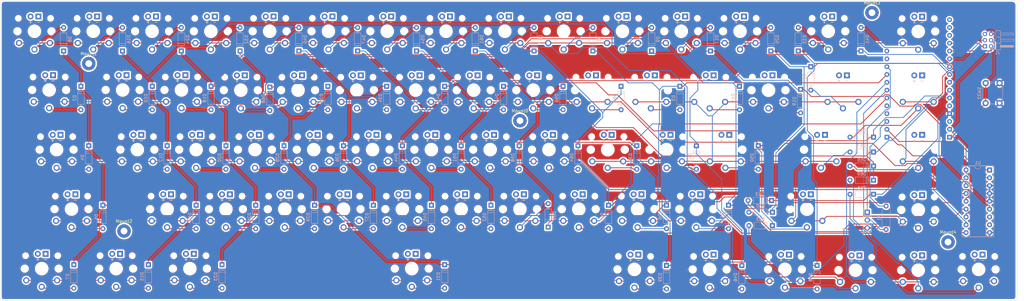
<source format=kicad_pcb>
(kicad_pcb (version 4) (host pcbnew 4.0.7)
  (layers (0 F.Cu signal) (31 B.Cu signal) (34 B.Paste user) (35 F.Paste user) (36 B.SilkS user) (37 F.SilkS user) (38 B.Mask user) (39 F.Mask user) (44 Edge.Cuts user))
  (net 0 "")
  (net 1 GNDREF)
  (net 2 C0)
  (net 3 "Net-(D1-Pad2)")
  (net 4 "Net-(D2-Pad2)")
  (net 5 "Net-(D3-Pad2)")
  (net 6 "Net-(D4-Pad2)")
  (net 7 "Net-(D5-Pad2)")
  (net 8 "Net-(D6-Pad2)")
  (net 9 "Net-(D7-Pad2)")
  (net 10 "Net-(D8-Pad2)")
  (net 11 C1)
  (net 12 "Net-(D9-Pad2)")
  (net 13 "Net-(D10-Pad2)")
  (net 14 "Net-(D11-Pad2)")
  (net 15 "Net-(D12-Pad2)")
  (net 16 "Net-(D13-Pad2)")
  (net 17 "Net-(D14-Pad2)")
  (net 18 "Net-(D15-Pad2)")
  (net 19 "Net-(D16-Pad2)")
  (net 20 C2)
  (net 21 "Net-(D17-Pad2)")
  (net 22 "Net-(D18-Pad2)")
  (net 23 "Net-(D19-Pad2)")
  (net 24 "Net-(D20-Pad2)")
  (net 25 "Net-(D21-Pad2)")
  (net 26 "Net-(D23-Pad2)")
  (net 27 "Net-(D24-Pad2)")
  (net 28 C3)
  (net 29 "Net-(D25-Pad2)")
  (net 30 "Net-(D26-Pad2)")
  (net 31 "Net-(D27-Pad2)")
  (net 32 "Net-(D28-Pad2)")
  (net 33 "Net-(D29-Pad2)")
  (net 34 "Net-(D30-Pad2)")
  (net 35 "Net-(D31-Pad2)")
  (net 36 "Net-(D32-Pad2)")
  (net 37 C4)
  (net 38 "Net-(D33-Pad2)")
  (net 39 "Net-(D34-Pad2)")
  (net 40 "Net-(D35-Pad2)")
  (net 41 "Net-(D36-Pad2)")
  (net 42 "Net-(D37-Pad2)")
  (net 43 "Net-(D38-Pad2)")
  (net 44 "Net-(D39-Pad2)")
  (net 45 "Net-(D40-Pad2)")
  (net 46 C5)
  (net 47 "Net-(D41-Pad2)")
  (net 48 "Net-(D42-Pad2)")
  (net 49 "Net-(D43-Pad2)")
  (net 50 "Net-(D44-Pad2)")
  (net 51 "Net-(D45-Pad2)")
  (net 52 "Net-(D46-Pad2)")
  (net 53 "Net-(D47-Pad2)")
  (net 54 C6)
  (net 55 "Net-(D48-Pad2)")
  (net 56 "Net-(D49-Pad2)")
  (net 57 "Net-(D50-Pad2)")
  (net 58 "Net-(D51-Pad2)")
  (net 59 "Net-(D52-Pad2)")
  (net 60 "Net-(D53-Pad2)")
  (net 61 "Net-(D54-Pad2)")
  (net 62 C7)
  (net 63 "Net-(D55-Pad2)")
  (net 64 "Net-(D56-Pad2)")
  (net 65 "Net-(D57-Pad2)")
  (net 66 "Net-(D58-Pad2)")
  (net 67 "Net-(D59-Pad2)")
  (net 68 "Net-(D60-Pad2)")
  (net 69 "Net-(D61-Pad2)")
  (net 70 C8)
  (net 71 "Net-(D62-Pad2)")
  (net 72 "Net-(D63-Pad2)")
  (net 73 "Net-(D64-Pad2)")
  (net 74 "Net-(D65-Pad2)")
  (net 75 "Net-(D66-Pad2)")
  (net 76 "Net-(D67-Pad2)")
  (net 77 RESET_N)
  (net 78 R2)
  (net 79 R3)
  (net 80 R4)
  (net 81 R5)
  (net 82 R6)
  (net 83 R7)
  (net 84 R0)
  (net 85 "Net-(D68-Pad2)")
  (net 86 MISO)
  (net 87 Vcc)
  (net 88 SCK)
  (net 89 MOSI)
  (net 90 "Net-(MS1-Pad19)")
  (net 91 LED_DATA)
  (net 92 R1)
  (net 93 SCL)
  (net 94 SDA)
  (net 95 "Net-(U1-Pad8)")
  (net 96 "Net-(U1-Pad17)")
  (net 97 +5Vcc)
  (net 98 "Net-(MS1-Pad3)")
  (net 99 "Net-(MS1-Pad14)")
  (net 100 "Net-(MS1-Pad15)")
  (net 101 "Net-(MS1-Pad16)")
  (net 102 "Net-(MS1-Pad20)")
  (net 103 "Net-(MS1-Pad21)")
  (net 104 "Net-(MS1-Pad27)")
  (net 105 "Net-(MS1-Pad28)")
  (module Housings_DIP:DIP-18_W7.62mm_Socket (layer B.Cu) (at 333.248 68.834 180)
    (fp_text reference U1 (at 3.81 2.33 180) (layer B.SilkS) (effects (justify mirror)))
    (fp_text value MCP23008)
    (pad 1 thru_hole rect (at 0 0 180) (size 1.6 1.6) (drill 0.8) (layers *.Cu *.Mask) (net 93 SCL))
    (pad 10 thru_hole oval (at 7.62 -20.32 180) (size 1.6 1.6) (drill 0.8) (layers *.Cu *.Mask) (net 84 R0))
    (pad 2 thru_hole oval (at 0 -2.54 180) (size 1.6 1.6) (drill 0.8) (layers *.Cu *.Mask) (net 94 SDA))
    (pad 11 thru_hole oval (at 7.62 -17.78 180) (size 1.6 1.6) (drill 0.8) (layers *.Cu *.Mask) (net 92 R1))
    (pad 3 thru_hole oval (at 0 -5.08 180) (size 1.6 1.6) (drill 0.8) (layers *.Cu *.Mask) (net 1 GNDREF))
    (pad 12 thru_hole oval (at 7.62 -15.24 180) (size 1.6 1.6) (drill 0.8) (layers *.Cu *.Mask) (net 78 R2))
    (pad 4 thru_hole oval (at 0 -7.62 180) (size 1.6 1.6) (drill 0.8) (layers *.Cu *.Mask) (net 1 GNDREF))
    (pad 13 thru_hole oval (at 7.62 -12.7 180) (size 1.6 1.6) (drill 0.8) (layers *.Cu *.Mask) (net 79 R3))
    (pad 5 thru_hole oval (at 0 -10.16 180) (size 1.6 1.6) (drill 0.8) (layers *.Cu *.Mask) (net 1 GNDREF))
    (pad 14 thru_hole oval (at 7.62 -10.16 180) (size 1.6 1.6) (drill 0.8) (layers *.Cu *.Mask) (net 80 R4))
    (pad 6 thru_hole oval (at 0 -12.7 180) (size 1.6 1.6) (drill 0.8) (layers *.Cu *.Mask) (net 87 Vcc))
    (pad 15 thru_hole oval (at 7.62 -7.62 180) (size 1.6 1.6) (drill 0.8) (layers *.Cu *.Mask) (net 11 C1))
    (pad 7 thru_hole oval (at 0 -15.24 180) (size 1.6 1.6) (drill 0.8) (layers *.Cu *.Mask))
    (pad 16 thru_hole oval (at 7.62 -5.08 180) (size 1.6 1.6) (drill 0.8) (layers *.Cu *.Mask) (net 20 C2))
    (pad 8 thru_hole oval (at 0 -17.78 180) (size 1.6 1.6) (drill 0.8) (layers *.Cu *.Mask) (net 95 "Net-(U1-Pad8)"))
    (pad 17 thru_hole oval (at 7.62 -2.54 180) (size 1.6 1.6) (drill 0.8) (layers *.Cu *.Mask) (net 96 "Net-(U1-Pad17)"))
    (pad 9 thru_hole oval (at 0 -20.32 180) (size 1.6 1.6) (drill 0.8) (layers *.Cu *.Mask) (net 1 GNDREF))
    (pad 18 thru_hole oval (at 7.62 0 180) (size 1.6 1.6) (drill 0.8) (layers *.Cu *.Mask) (net 87 Vcc))
  )
  (module footprints:Kailh-PG1350-1u-reversible-flip (layer F.Cu) (at 195.262 23.8125)
    (fp_text reference SW1)
    (fp_text value SW_9 hide)
    (fp_text user - (at 1.26 -3) (layer B.SilkS) (effects (justify mirror)))
    (fp_text user + (at -1.27 -3) (layer B.SilkS) (effects (justify mirror)))
    (fp_text user - (at 1.26 -3) (layer F.SilkS))
    (fp_text user + (at -1.27 -3) (layer F.SilkS))
    (pad "" np_thru_hole circle (at -5.22 -4.2 180) (size 1.2 1.2) (drill 1.2) (layers *.Cu))
    (pad 2 thru_hole circle (at 5 3.8 41.9) (size 2 2) (drill 1.2) (layers *.Cu *.Mask) (net 92 R1))
    (pad "" np_thru_hole circle (at 5.22 -4.2 180) (size 1.2 1.2) (drill 1.2) (layers *.Cu))
    (pad "" np_thru_hole circle (at 0 0 180) (size 3.4 3.4) (drill 3.4) (layers *.Cu))
    (pad 4 thru_hole rect (at 1.27 -4.8 180) (size 1.905 1.905) (drill 0.9906) (layers *.Cu *.Mask))
    (pad 3 thru_hole circle (at -1.27 -4.8 180) (size 1.905 1.905) (drill 0.9906) (layers *.Cu *.Mask))
    (pad 1 thru_hole circle (at 0 5.9 180) (size 2 2) (drill 1.2) (layers *.Cu *.Mask) (net 3 "Net-(D1-Pad2)"))
    (pad 2 thru_hole circle (at -5 3.8 41.9) (size 2 2) (drill 1.2) (layers *.Cu *.Mask) (net 92 R1))
    (pad "" np_thru_hole circle (at -5.5 0 180) (size 1.7 1.7) (drill 1.7) (layers *.Cu))
    (pad "" np_thru_hole circle (at 5.5 0 180) (size 1.7 1.7) (drill 1.7) (layers *.Cu))
  )
  (module footprints:Kailh-PG1350-1u-reversible-flip (layer F.Cu) (at 223.52 42.926)
    (fp_text reference SW3)
    (fp_text value SW_P hide)
    (fp_text user - (at 1.26 -3) (layer B.SilkS) (effects (justify mirror)))
    (fp_text user + (at -1.27 -3) (layer B.SilkS) (effects (justify mirror)))
    (fp_text user - (at 1.26 -3) (layer F.SilkS))
    (fp_text user + (at -1.27 -3) (layer F.SilkS))
    (pad "" np_thru_hole circle (at -5.22 -4.2 180) (size 1.2 1.2) (drill 1.2) (layers *.Cu))
    (pad 2 thru_hole circle (at 5 3.8 41.9) (size 2 2) (drill 1.2) (layers *.Cu *.Mask) (net 79 R3))
    (pad "" np_thru_hole circle (at 5.22 -4.2 180) (size 1.2 1.2) (drill 1.2) (layers *.Cu))
    (pad "" np_thru_hole circle (at 0 0 180) (size 3.4 3.4) (drill 3.4) (layers *.Cu))
    (pad 4 thru_hole rect (at 1.27 -4.8 180) (size 1.905 1.905) (drill 0.9906) (layers *.Cu *.Mask))
    (pad 3 thru_hole circle (at -1.27 -4.8 180) (size 1.905 1.905) (drill 0.9906) (layers *.Cu *.Mask))
    (pad 1 thru_hole circle (at 0 5.9 180) (size 2 2) (drill 1.2) (layers *.Cu *.Mask) (net 5 "Net-(D3-Pad2)"))
    (pad 2 thru_hole circle (at -5 3.8 41.9) (size 2 2) (drill 1.2) (layers *.Cu *.Mask) (net 79 R3))
    (pad "" np_thru_hole circle (at -5.5 0 180) (size 1.7 1.7) (drill 1.7) (layers *.Cu))
    (pad "" np_thru_hole circle (at 5.5 0 180) (size 1.7 1.7) (drill 1.7) (layers *.Cu))
  )
  (module footprints:Kailh-PG1350-1u-reversible-flip (layer F.Cu) (at 219.202 81.534)
    (fp_text reference SW6)
    (fp_text value SW_Period hide)
    (fp_text user - (at 1.26 -3) (layer B.SilkS) (effects (justify mirror)))
    (fp_text user + (at -1.27 -3) (layer B.SilkS) (effects (justify mirror)))
    (fp_text user - (at 1.26 -3) (layer F.SilkS))
    (fp_text user + (at -1.27 -3) (layer F.SilkS))
    (pad "" np_thru_hole circle (at -5.22 -4.2 180) (size 1.2 1.2) (drill 1.2) (layers *.Cu))
    (pad 2 thru_hole circle (at 5 3.8 41.9) (size 2 2) (drill 1.2) (layers *.Cu *.Mask) (net 82 R6))
    (pad "" np_thru_hole circle (at 5.22 -4.2 180) (size 1.2 1.2) (drill 1.2) (layers *.Cu))
    (pad "" np_thru_hole circle (at 0 0 180) (size 3.4 3.4) (drill 3.4) (layers *.Cu))
    (pad 4 thru_hole rect (at 1.27 -4.8 180) (size 1.905 1.905) (drill 0.9906) (layers *.Cu *.Mask))
    (pad 3 thru_hole circle (at -1.27 -4.8 180) (size 1.905 1.905) (drill 0.9906) (layers *.Cu *.Mask))
    (pad 1 thru_hole circle (at 0 5.9 180) (size 2 2) (drill 1.2) (layers *.Cu *.Mask) (net 8 "Net-(D6-Pad2)"))
    (pad 2 thru_hole circle (at -5 3.8 41.9) (size 2 2) (drill 1.2) (layers *.Cu *.Mask) (net 82 R6))
    (pad "" np_thru_hole circle (at -5.5 0 180) (size 1.7 1.7) (drill 1.7) (layers *.Cu))
    (pad "" np_thru_hole circle (at 5.5 0 180) (size 1.7 1.7) (drill 1.7) (layers *.Cu))
  )
  (module footprints:Kailh-PG1350-1u-reversible-flip (layer F.Cu) (at 214.312 23.8125)
    (fp_text reference SW9)
    (fp_text value SW_0 hide)
    (fp_text user - (at 1.26 -3) (layer B.SilkS) (effects (justify mirror)))
    (fp_text user + (at -1.27 -3) (layer B.SilkS) (effects (justify mirror)))
    (fp_text user - (at 1.26 -3) (layer F.SilkS))
    (fp_text user + (at -1.27 -3) (layer F.SilkS))
    (pad "" np_thru_hole circle (at -5.22 -4.2 180) (size 1.2 1.2) (drill 1.2) (layers *.Cu))
    (pad 2 thru_hole circle (at 5 3.8 41.9) (size 2 2) (drill 1.2) (layers *.Cu *.Mask) (net 92 R1))
    (pad "" np_thru_hole circle (at 5.22 -4.2 180) (size 1.2 1.2) (drill 1.2) (layers *.Cu))
    (pad "" np_thru_hole circle (at 0 0 180) (size 3.4 3.4) (drill 3.4) (layers *.Cu))
    (pad 4 thru_hole rect (at 1.27 -4.8 180) (size 1.905 1.905) (drill 0.9906) (layers *.Cu *.Mask))
    (pad 3 thru_hole circle (at -1.27 -4.8 180) (size 1.905 1.905) (drill 0.9906) (layers *.Cu *.Mask))
    (pad 1 thru_hole circle (at 0 5.9 180) (size 2 2) (drill 1.2) (layers *.Cu *.Mask) (net 12 "Net-(D9-Pad2)"))
    (pad 2 thru_hole circle (at -5 3.8 41.9) (size 2 2) (drill 1.2) (layers *.Cu *.Mask) (net 92 R1))
    (pad "" np_thru_hole circle (at -5.5 0 180) (size 1.7 1.7) (drill 1.7) (layers *.Cu))
    (pad "" np_thru_hole circle (at 5.5 0 180) (size 1.7 1.7) (drill 1.7) (layers *.Cu))
  )
  (module footprints:Kailh-PG1350-1u-reversible-flip (layer F.Cu) (at 52.3875 42.8625)
    (fp_text reference SW10)
    (fp_text value SW_Q hide)
    (fp_text user - (at 1.26 -3) (layer B.SilkS) (effects (justify mirror)))
    (fp_text user + (at -1.27 -3) (layer B.SilkS) (effects (justify mirror)))
    (fp_text user - (at 1.26 -3) (layer F.SilkS))
    (fp_text user + (at -1.27 -3) (layer F.SilkS))
    (pad "" np_thru_hole circle (at -5.22 -4.2 180) (size 1.2 1.2) (drill 1.2) (layers *.Cu))
    (pad 2 thru_hole circle (at 5 3.8 41.9) (size 2 2) (drill 1.2) (layers *.Cu *.Mask) (net 78 R2))
    (pad "" np_thru_hole circle (at 5.22 -4.2 180) (size 1.2 1.2) (drill 1.2) (layers *.Cu))
    (pad "" np_thru_hole circle (at 0 0 180) (size 3.4 3.4) (drill 3.4) (layers *.Cu))
    (pad 4 thru_hole rect (at 1.27 -4.8 180) (size 1.905 1.905) (drill 0.9906) (layers *.Cu *.Mask))
    (pad 3 thru_hole circle (at -1.27 -4.8 180) (size 1.905 1.905) (drill 0.9906) (layers *.Cu *.Mask))
    (pad 1 thru_hole circle (at 0 5.9 180) (size 2 2) (drill 1.2) (layers *.Cu *.Mask) (net 13 "Net-(D10-Pad2)"))
    (pad 2 thru_hole circle (at -5 3.8 41.9) (size 2 2) (drill 1.2) (layers *.Cu *.Mask) (net 78 R2))
    (pad "" np_thru_hole circle (at -5.5 0 180) (size 1.7 1.7) (drill 1.7) (layers *.Cu))
    (pad "" np_thru_hole circle (at 5.5 0 180) (size 1.7 1.7) (drill 1.7) (layers *.Cu))
  )
  (module footprints:Kailh-PG1350-1u-reversible-flip (layer F.Cu) (at 242.57 42.926)
    (fp_text reference SW11)
    (fp_text value SW_LBrack hide)
    (fp_text user - (at 1.26 -3) (layer B.SilkS) (effects (justify mirror)))
    (fp_text user + (at -1.27 -3) (layer B.SilkS) (effects (justify mirror)))
    (fp_text user - (at 1.26 -3) (layer F.SilkS))
    (fp_text user + (at -1.27 -3) (layer F.SilkS))
    (pad "" np_thru_hole circle (at -5.22 -4.2 180) (size 1.2 1.2) (drill 1.2) (layers *.Cu))
    (pad 2 thru_hole circle (at 5 3.8 41.9) (size 2 2) (drill 1.2) (layers *.Cu *.Mask) (net 79 R3))
    (pad "" np_thru_hole circle (at 5.22 -4.2 180) (size 1.2 1.2) (drill 1.2) (layers *.Cu))
    (pad "" np_thru_hole circle (at 0 0 180) (size 3.4 3.4) (drill 3.4) (layers *.Cu))
    (pad 4 thru_hole rect (at 1.27 -4.8 180) (size 1.905 1.905) (drill 0.9906) (layers *.Cu *.Mask))
    (pad 3 thru_hole circle (at -1.27 -4.8 180) (size 1.905 1.905) (drill 0.9906) (layers *.Cu *.Mask))
    (pad 1 thru_hole circle (at 0 5.9 180) (size 2 2) (drill 1.2) (layers *.Cu *.Mask) (net 14 "Net-(D11-Pad2)"))
    (pad 2 thru_hole circle (at -5 3.8 41.9) (size 2 2) (drill 1.2) (layers *.Cu *.Mask) (net 79 R3))
    (pad "" np_thru_hole circle (at -5.5 0 180) (size 1.7 1.7) (drill 1.7) (layers *.Cu))
    (pad "" np_thru_hole circle (at 5.5 0 180) (size 1.7 1.7) (drill 1.7) (layers *.Cu))
  )
  (module footprints:Kailh-PG1350-1u-reversible-flip (layer F.Cu) (at 57.15 62.23)
    (fp_text reference SW12)
    (fp_text value SW_A hide)
    (fp_text user - (at 1.26 -3) (layer B.SilkS) (effects (justify mirror)))
    (fp_text user + (at -1.27 -3) (layer B.SilkS) (effects (justify mirror)))
    (fp_text user - (at 1.26 -3) (layer F.SilkS))
    (fp_text user + (at -1.27 -3) (layer F.SilkS))
    (pad "" np_thru_hole circle (at -5.22 -4.2 180) (size 1.2 1.2) (drill 1.2) (layers *.Cu))
    (pad 2 thru_hole circle (at 5 3.8 41.9) (size 2 2) (drill 1.2) (layers *.Cu *.Mask) (net 80 R4))
    (pad "" np_thru_hole circle (at 5.22 -4.2 180) (size 1.2 1.2) (drill 1.2) (layers *.Cu))
    (pad "" np_thru_hole circle (at 0 0 180) (size 3.4 3.4) (drill 3.4) (layers *.Cu))
    (pad 4 thru_hole rect (at 1.27 -4.8 180) (size 1.905 1.905) (drill 0.9906) (layers *.Cu *.Mask))
    (pad 3 thru_hole circle (at -1.27 -4.8 180) (size 1.905 1.905) (drill 0.9906) (layers *.Cu *.Mask))
    (pad 1 thru_hole circle (at 0 5.9 180) (size 2 2) (drill 1.2) (layers *.Cu *.Mask) (net 15 "Net-(D12-Pad2)"))
    (pad 2 thru_hole circle (at -5 3.8 41.9) (size 2 2) (drill 1.2) (layers *.Cu *.Mask) (net 80 R4))
    (pad "" np_thru_hole circle (at -5.5 0 180) (size 1.7 1.7) (drill 1.7) (layers *.Cu))
    (pad "" np_thru_hole circle (at 5.5 0 180) (size 1.7 1.7) (drill 1.7) (layers *.Cu))
  )
  (module footprints:Kailh-PG1350-1u-reversible-flip (layer F.Cu) (at 66.802 81.534)
    (fp_text reference SW13)
    (fp_text value SW_Z hide)
    (fp_text user - (at 1.26 -3) (layer B.SilkS) (effects (justify mirror)))
    (fp_text user + (at -1.27 -3) (layer B.SilkS) (effects (justify mirror)))
    (fp_text user - (at 1.26 -3) (layer F.SilkS))
    (fp_text user + (at -1.27 -3) (layer F.SilkS))
    (pad "" np_thru_hole circle (at -5.22 -4.2 180) (size 1.2 1.2) (drill 1.2) (layers *.Cu))
    (pad 2 thru_hole circle (at 5 3.8 41.9) (size 2 2) (drill 1.2) (layers *.Cu *.Mask) (net 81 R5))
    (pad "" np_thru_hole circle (at 5.22 -4.2 180) (size 1.2 1.2) (drill 1.2) (layers *.Cu))
    (pad "" np_thru_hole circle (at 0 0 180) (size 3.4 3.4) (drill 3.4) (layers *.Cu))
    (pad 4 thru_hole rect (at 1.27 -4.8 180) (size 1.905 1.905) (drill 0.9906) (layers *.Cu *.Mask))
    (pad 3 thru_hole circle (at -1.27 -4.8 180) (size 1.905 1.905) (drill 0.9906) (layers *.Cu *.Mask))
    (pad 1 thru_hole circle (at 0 5.9 180) (size 2 2) (drill 1.2) (layers *.Cu *.Mask) (net 16 "Net-(D13-Pad2)"))
    (pad 2 thru_hole circle (at -5 3.8 41.9) (size 2 2) (drill 1.2) (layers *.Cu *.Mask) (net 81 R5))
    (pad "" np_thru_hole circle (at -5.5 0 180) (size 1.7 1.7) (drill 1.7) (layers *.Cu))
    (pad "" np_thru_hole circle (at 5.5 0 180) (size 1.7 1.7) (drill 1.7) (layers *.Cu))
  )
  (module footprints:Kailh-PG1350-1u-reversible-flip (layer F.Cu) (at 238.252 81.534)
    (fp_text reference SW14)
    (fp_text value SW_FSlash hide)
    (fp_text user - (at 1.26 -3) (layer B.SilkS) (effects (justify mirror)))
    (fp_text user + (at -1.27 -3) (layer B.SilkS) (effects (justify mirror)))
    (fp_text user - (at 1.26 -3) (layer F.SilkS))
    (fp_text user + (at -1.27 -3) (layer F.SilkS))
    (pad "" np_thru_hole circle (at -5.22 -4.2 180) (size 1.2 1.2) (drill 1.2) (layers *.Cu))
    (pad 2 thru_hole circle (at 5 3.8 41.9) (size 2 2) (drill 1.2) (layers *.Cu *.Mask) (net 82 R6))
    (pad "" np_thru_hole circle (at 5.22 -4.2 180) (size 1.2 1.2) (drill 1.2) (layers *.Cu))
    (pad "" np_thru_hole circle (at 0 0 180) (size 3.4 3.4) (drill 3.4) (layers *.Cu))
    (pad 4 thru_hole rect (at 1.27 -4.8 180) (size 1.905 1.905) (drill 0.9906) (layers *.Cu *.Mask))
    (pad 3 thru_hole circle (at -1.27 -4.8 180) (size 1.905 1.905) (drill 0.9906) (layers *.Cu *.Mask))
    (pad 1 thru_hole circle (at 0 5.9 180) (size 2 2) (drill 1.2) (layers *.Cu *.Mask) (net 17 "Net-(D14-Pad2)"))
    (pad 2 thru_hole circle (at -5 3.8 41.9) (size 2 2) (drill 1.2) (layers *.Cu *.Mask) (net 82 R6))
    (pad "" np_thru_hole circle (at -5.5 0 180) (size 1.7 1.7) (drill 1.7) (layers *.Cu))
    (pad "" np_thru_hole circle (at 5.5 0 180) (size 1.7 1.7) (drill 1.7) (layers *.Cu))
  )
  (module footprints:Kailh-PG1350-1u-reversible-flip (layer F.Cu) (at 42.8625 23.8125)
    (fp_text reference SW16)
    (fp_text value SW_1 hide)
    (fp_text user - (at 1.26 -3) (layer B.SilkS) (effects (justify mirror)))
    (fp_text user + (at -1.27 -3) (layer B.SilkS) (effects (justify mirror)))
    (fp_text user - (at 1.26 -3) (layer F.SilkS))
    (fp_text user + (at -1.27 -3) (layer F.SilkS))
    (pad "" np_thru_hole circle (at -5.22 -4.2 180) (size 1.2 1.2) (drill 1.2) (layers *.Cu))
    (pad 2 thru_hole circle (at 5 3.8 41.9) (size 2 2) (drill 1.2) (layers *.Cu *.Mask) (net 84 R0))
    (pad "" np_thru_hole circle (at 5.22 -4.2 180) (size 1.2 1.2) (drill 1.2) (layers *.Cu))
    (pad "" np_thru_hole circle (at 0 0 180) (size 3.4 3.4) (drill 3.4) (layers *.Cu))
    (pad 4 thru_hole rect (at 1.27 -4.8 180) (size 1.905 1.905) (drill 0.9906) (layers *.Cu *.Mask))
    (pad 3 thru_hole circle (at -1.27 -4.8 180) (size 1.905 1.905) (drill 0.9906) (layers *.Cu *.Mask))
    (pad 1 thru_hole circle (at 0 5.9 180) (size 2 2) (drill 1.2) (layers *.Cu *.Mask) (net 19 "Net-(D16-Pad2)"))
    (pad 2 thru_hole circle (at -5 3.8 41.9) (size 2 2) (drill 1.2) (layers *.Cu *.Mask) (net 84 R0))
    (pad "" np_thru_hole circle (at -5.5 0 180) (size 1.7 1.7) (drill 1.7) (layers *.Cu))
    (pad "" np_thru_hole circle (at 5.5 0 180) (size 1.7 1.7) (drill 1.7) (layers *.Cu))
  )
  (module footprints:Kailh-PG1350-1u-reversible-flip (layer F.Cu) (at 233.362 23.8125)
    (fp_text reference SW17)
    (fp_text value SW_Minus hide)
    (fp_text user - (at 1.26 -3) (layer B.SilkS) (effects (justify mirror)))
    (fp_text user + (at -1.27 -3) (layer B.SilkS) (effects (justify mirror)))
    (fp_text user - (at 1.26 -3) (layer F.SilkS))
    (fp_text user + (at -1.27 -3) (layer F.SilkS))
    (pad "" np_thru_hole circle (at -5.22 -4.2 180) (size 1.2 1.2) (drill 1.2) (layers *.Cu))
    (pad 2 thru_hole circle (at 5 3.8 41.9) (size 2 2) (drill 1.2) (layers *.Cu *.Mask) (net 92 R1))
    (pad "" np_thru_hole circle (at 5.22 -4.2 180) (size 1.2 1.2) (drill 1.2) (layers *.Cu))
    (pad "" np_thru_hole circle (at 0 0 180) (size 3.4 3.4) (drill 3.4) (layers *.Cu))
    (pad 4 thru_hole rect (at 1.27 -4.8 180) (size 1.905 1.905) (drill 0.9906) (layers *.Cu *.Mask))
    (pad 3 thru_hole circle (at -1.27 -4.8 180) (size 1.905 1.905) (drill 0.9906) (layers *.Cu *.Mask))
    (pad 1 thru_hole circle (at 0 5.9 180) (size 2 2) (drill 1.2) (layers *.Cu *.Mask) (net 21 "Net-(D17-Pad2)"))
    (pad 2 thru_hole circle (at -5 3.8 41.9) (size 2 2) (drill 1.2) (layers *.Cu *.Mask) (net 92 R1))
    (pad "" np_thru_hole circle (at -5.5 0 180) (size 1.7 1.7) (drill 1.7) (layers *.Cu))
    (pad "" np_thru_hole circle (at 5.5 0 180) (size 1.7 1.7) (drill 1.7) (layers *.Cu))
  )
  (module footprints:Kailh-PG1350-1u-reversible-flip (layer F.Cu) (at 71.4375 42.8625)
    (fp_text reference SW18)
    (fp_text value SW_W hide)
    (fp_text user - (at 1.26 -3) (layer B.SilkS) (effects (justify mirror)))
    (fp_text user + (at -1.27 -3) (layer B.SilkS) (effects (justify mirror)))
    (fp_text user - (at 1.26 -3) (layer F.SilkS))
    (fp_text user + (at -1.27 -3) (layer F.SilkS))
    (pad "" np_thru_hole circle (at -5.22 -4.2 180) (size 1.2 1.2) (drill 1.2) (layers *.Cu))
    (pad 2 thru_hole circle (at 5 3.8 41.9) (size 2 2) (drill 1.2) (layers *.Cu *.Mask) (net 78 R2))
    (pad "" np_thru_hole circle (at 5.22 -4.2 180) (size 1.2 1.2) (drill 1.2) (layers *.Cu))
    (pad "" np_thru_hole circle (at 0 0 180) (size 3.4 3.4) (drill 3.4) (layers *.Cu))
    (pad 4 thru_hole rect (at 1.27 -4.8 180) (size 1.905 1.905) (drill 0.9906) (layers *.Cu *.Mask))
    (pad 3 thru_hole circle (at -1.27 -4.8 180) (size 1.905 1.905) (drill 0.9906) (layers *.Cu *.Mask))
    (pad 1 thru_hole circle (at 0 5.9 180) (size 2 2) (drill 1.2) (layers *.Cu *.Mask) (net 22 "Net-(D18-Pad2)"))
    (pad 2 thru_hole circle (at -5 3.8 41.9) (size 2 2) (drill 1.2) (layers *.Cu *.Mask) (net 78 R2))
    (pad "" np_thru_hole circle (at -5.5 0 180) (size 1.7 1.7) (drill 1.7) (layers *.Cu))
    (pad "" np_thru_hole circle (at 5.5 0 180) (size 1.7 1.7) (drill 1.7) (layers *.Cu))
  )
  (module footprints:Kailh-PG1350-1u-reversible-flip (layer F.Cu) (at 261.62 42.926)
    (fp_text reference SW19)
    (fp_text value SW_RBrack hide)
    (fp_text user - (at 1.26 -3) (layer B.SilkS) (effects (justify mirror)))
    (fp_text user + (at -1.27 -3) (layer B.SilkS) (effects (justify mirror)))
    (fp_text user - (at 1.26 -3) (layer F.SilkS))
    (fp_text user + (at -1.27 -3) (layer F.SilkS))
    (pad "" np_thru_hole circle (at -5.22 -4.2 180) (size 1.2 1.2) (drill 1.2) (layers *.Cu))
    (pad 2 thru_hole circle (at 5 3.8 41.9) (size 2 2) (drill 1.2) (layers *.Cu *.Mask) (net 79 R3))
    (pad "" np_thru_hole circle (at 5.22 -4.2 180) (size 1.2 1.2) (drill 1.2) (layers *.Cu))
    (pad "" np_thru_hole circle (at 0 0 180) (size 3.4 3.4) (drill 3.4) (layers *.Cu))
    (pad 4 thru_hole rect (at 1.27 -4.8 180) (size 1.905 1.905) (drill 0.9906) (layers *.Cu *.Mask))
    (pad 3 thru_hole circle (at -1.27 -4.8 180) (size 1.905 1.905) (drill 0.9906) (layers *.Cu *.Mask))
    (pad 1 thru_hole circle (at 0 5.9 180) (size 2 2) (drill 1.2) (layers *.Cu *.Mask) (net 23 "Net-(D19-Pad2)"))
    (pad 2 thru_hole circle (at -5 3.8 41.9) (size 2 2) (drill 1.2) (layers *.Cu *.Mask) (net 79 R3))
    (pad "" np_thru_hole circle (at -5.5 0 180) (size 1.7 1.7) (drill 1.7) (layers *.Cu))
    (pad "" np_thru_hole circle (at 5.5 0 180) (size 1.7 1.7) (drill 1.7) (layers *.Cu))
  )
  (module footprints:Kailh-PG1350-1u-reversible-flip (layer F.Cu) (at 76.2 62.23)
    (fp_text reference SW20)
    (fp_text value SW_S hide)
    (fp_text user - (at 1.26 -3) (layer B.SilkS) (effects (justify mirror)))
    (fp_text user + (at -1.27 -3) (layer B.SilkS) (effects (justify mirror)))
    (fp_text user - (at 1.26 -3) (layer F.SilkS))
    (fp_text user + (at -1.27 -3) (layer F.SilkS))
    (pad "" np_thru_hole circle (at -5.22 -4.2 180) (size 1.2 1.2) (drill 1.2) (layers *.Cu))
    (pad 2 thru_hole circle (at 5 3.8 41.9) (size 2 2) (drill 1.2) (layers *.Cu *.Mask) (net 80 R4))
    (pad "" np_thru_hole circle (at 5.22 -4.2 180) (size 1.2 1.2) (drill 1.2) (layers *.Cu))
    (pad "" np_thru_hole circle (at 0 0 180) (size 3.4 3.4) (drill 3.4) (layers *.Cu))
    (pad 4 thru_hole rect (at 1.27 -4.8 180) (size 1.905 1.905) (drill 0.9906) (layers *.Cu *.Mask))
    (pad 3 thru_hole circle (at -1.27 -4.8 180) (size 1.905 1.905) (drill 0.9906) (layers *.Cu *.Mask))
    (pad 1 thru_hole circle (at 0 5.9 180) (size 2 2) (drill 1.2) (layers *.Cu *.Mask) (net 24 "Net-(D20-Pad2)"))
    (pad 2 thru_hole circle (at -5 3.8 41.9) (size 2 2) (drill 1.2) (layers *.Cu *.Mask) (net 80 R4))
    (pad "" np_thru_hole circle (at -5.5 0 180) (size 1.7 1.7) (drill 1.7) (layers *.Cu))
    (pad "" np_thru_hole circle (at 5.5 0 180) (size 1.7 1.7) (drill 1.7) (layers *.Cu))
  )
  (module footprints:Kailh-PG1350-1u-reversible-flip (layer F.Cu) (at 85.852 81.534)
    (fp_text reference SW21)
    (fp_text value SW_X hide)
    (fp_text user - (at 1.26 -3) (layer B.SilkS) (effects (justify mirror)))
    (fp_text user + (at -1.27 -3) (layer B.SilkS) (effects (justify mirror)))
    (fp_text user - (at 1.26 -3) (layer F.SilkS))
    (fp_text user + (at -1.27 -3) (layer F.SilkS))
    (pad "" np_thru_hole circle (at -5.22 -4.2 180) (size 1.2 1.2) (drill 1.2) (layers *.Cu))
    (pad 2 thru_hole circle (at 5 3.8 41.9) (size 2 2) (drill 1.2) (layers *.Cu *.Mask) (net 81 R5))
    (pad "" np_thru_hole circle (at 5.22 -4.2 180) (size 1.2 1.2) (drill 1.2) (layers *.Cu))
    (pad "" np_thru_hole circle (at 0 0 180) (size 3.4 3.4) (drill 3.4) (layers *.Cu))
    (pad 4 thru_hole rect (at 1.27 -4.8 180) (size 1.905 1.905) (drill 0.9906) (layers *.Cu *.Mask))
    (pad 3 thru_hole circle (at -1.27 -4.8 180) (size 1.905 1.905) (drill 0.9906) (layers *.Cu *.Mask))
    (pad 1 thru_hole circle (at 0 5.9 180) (size 2 2) (drill 1.2) (layers *.Cu *.Mask) (net 25 "Net-(D21-Pad2)"))
    (pad 2 thru_hole circle (at -5 3.8 41.9) (size 2 2) (drill 1.2) (layers *.Cu *.Mask) (net 81 R5))
    (pad "" np_thru_hole circle (at -5.5 0 180) (size 1.7 1.7) (drill 1.7) (layers *.Cu))
    (pad "" np_thru_hole circle (at 5.5 0 180) (size 1.7 1.7) (drill 1.7) (layers *.Cu))
  )
  (module footprints:Kailh-PG1350-1u-reversible-flip (layer F.Cu) (at 61.9125 23.8125)
    (fp_text reference SW24)
    (fp_text value SW_2 hide)
    (fp_text user - (at 1.26 -3) (layer B.SilkS) (effects (justify mirror)))
    (fp_text user + (at -1.27 -3) (layer B.SilkS) (effects (justify mirror)))
    (fp_text user - (at 1.26 -3) (layer F.SilkS))
    (fp_text user + (at -1.27 -3) (layer F.SilkS))
    (pad "" np_thru_hole circle (at -5.22 -4.2 180) (size 1.2 1.2) (drill 1.2) (layers *.Cu))
    (pad 2 thru_hole circle (at 5 3.8 41.9) (size 2 2) (drill 1.2) (layers *.Cu *.Mask) (net 84 R0))
    (pad "" np_thru_hole circle (at 5.22 -4.2 180) (size 1.2 1.2) (drill 1.2) (layers *.Cu))
    (pad "" np_thru_hole circle (at 0 0 180) (size 3.4 3.4) (drill 3.4) (layers *.Cu))
    (pad 4 thru_hole rect (at 1.27 -4.8 180) (size 1.905 1.905) (drill 0.9906) (layers *.Cu *.Mask))
    (pad 3 thru_hole circle (at -1.27 -4.8 180) (size 1.905 1.905) (drill 0.9906) (layers *.Cu *.Mask))
    (pad 1 thru_hole circle (at 0 5.9 180) (size 2 2) (drill 1.2) (layers *.Cu *.Mask) (net 27 "Net-(D24-Pad2)"))
    (pad 2 thru_hole circle (at -5 3.8 41.9) (size 2 2) (drill 1.2) (layers *.Cu *.Mask) (net 84 R0))
    (pad "" np_thru_hole circle (at -5.5 0 180) (size 1.7 1.7) (drill 1.7) (layers *.Cu))
    (pad "" np_thru_hole circle (at 5.5 0 180) (size 1.7 1.7) (drill 1.7) (layers *.Cu))
  )
  (module footprints:Kailh-PG1350-1u-reversible-flip (layer F.Cu) (at 252.412 23.8125)
    (fp_text reference SW25)
    (fp_text value SW_Plus hide)
    (fp_text user - (at 1.26 -3) (layer B.SilkS) (effects (justify mirror)))
    (fp_text user + (at -1.27 -3) (layer B.SilkS) (effects (justify mirror)))
    (fp_text user - (at 1.26 -3) (layer F.SilkS))
    (fp_text user + (at -1.27 -3) (layer F.SilkS))
    (pad "" np_thru_hole circle (at -5.22 -4.2 180) (size 1.2 1.2) (drill 1.2) (layers *.Cu))
    (pad 2 thru_hole circle (at 5 3.8 41.9) (size 2 2) (drill 1.2) (layers *.Cu *.Mask) (net 92 R1))
    (pad "" np_thru_hole circle (at 5.22 -4.2 180) (size 1.2 1.2) (drill 1.2) (layers *.Cu))
    (pad "" np_thru_hole circle (at 0 0 180) (size 3.4 3.4) (drill 3.4) (layers *.Cu))
    (pad 4 thru_hole rect (at 1.27 -4.8 180) (size 1.905 1.905) (drill 0.9906) (layers *.Cu *.Mask))
    (pad 3 thru_hole circle (at -1.27 -4.8 180) (size 1.905 1.905) (drill 0.9906) (layers *.Cu *.Mask))
    (pad 1 thru_hole circle (at 0 5.9 180) (size 2 2) (drill 1.2) (layers *.Cu *.Mask) (net 29 "Net-(D25-Pad2)"))
    (pad 2 thru_hole circle (at -5 3.8 41.9) (size 2 2) (drill 1.2) (layers *.Cu *.Mask) (net 92 R1))
    (pad "" np_thru_hole circle (at -5.5 0 180) (size 1.7 1.7) (drill 1.7) (layers *.Cu))
    (pad "" np_thru_hole circle (at 5.5 0 180) (size 1.7 1.7) (drill 1.7) (layers *.Cu))
  )
  (module footprints:Kailh-PG1350-1u-reversible-flip (layer F.Cu) (at 109.22 42.926)
    (fp_text reference SW26)
    (fp_text value SW_R hide)
    (fp_text user - (at 1.26 -3) (layer B.SilkS) (effects (justify mirror)))
    (fp_text user + (at -1.27 -3) (layer B.SilkS) (effects (justify mirror)))
    (fp_text user - (at 1.26 -3) (layer F.SilkS))
    (fp_text user + (at -1.27 -3) (layer F.SilkS))
    (pad "" np_thru_hole circle (at -5.22 -4.2 180) (size 1.2 1.2) (drill 1.2) (layers *.Cu))
    (pad 2 thru_hole circle (at 5 3.8 41.9) (size 2 2) (drill 1.2) (layers *.Cu *.Mask) (net 78 R2))
    (pad "" np_thru_hole circle (at 5.22 -4.2 180) (size 1.2 1.2) (drill 1.2) (layers *.Cu))
    (pad "" np_thru_hole circle (at 0 0 180) (size 3.4 3.4) (drill 3.4) (layers *.Cu))
    (pad 4 thru_hole rect (at 1.27 -4.8 180) (size 1.905 1.905) (drill 0.9906) (layers *.Cu *.Mask))
    (pad 3 thru_hole circle (at -1.27 -4.8 180) (size 1.905 1.905) (drill 0.9906) (layers *.Cu *.Mask))
    (pad 1 thru_hole circle (at 0 5.9 180) (size 2 2) (drill 1.2) (layers *.Cu *.Mask) (net 30 "Net-(D26-Pad2)"))
    (pad 2 thru_hole circle (at -5 3.8 41.9) (size 2 2) (drill 1.2) (layers *.Cu *.Mask) (net 78 R2))
    (pad "" np_thru_hole circle (at -5.5 0 180) (size 1.7 1.7) (drill 1.7) (layers *.Cu))
    (pad "" np_thru_hole circle (at 5.5 0 180) (size 1.7 1.7) (drill 1.7) (layers *.Cu))
  )
  (module footprints:Kailh-PG1350-1u-reversible-flip (layer F.Cu) (at 95.25 62.23)
    (fp_text reference SW28)
    (fp_text value SW_D hide)
    (fp_text user - (at 1.26 -3) (layer B.SilkS) (effects (justify mirror)))
    (fp_text user + (at -1.27 -3) (layer B.SilkS) (effects (justify mirror)))
    (fp_text user - (at 1.26 -3) (layer F.SilkS))
    (fp_text user + (at -1.27 -3) (layer F.SilkS))
    (pad "" np_thru_hole circle (at -5.22 -4.2 180) (size 1.2 1.2) (drill 1.2) (layers *.Cu))
    (pad 2 thru_hole circle (at 5 3.8 41.9) (size 2 2) (drill 1.2) (layers *.Cu *.Mask) (net 80 R4))
    (pad "" np_thru_hole circle (at 5.22 -4.2 180) (size 1.2 1.2) (drill 1.2) (layers *.Cu))
    (pad "" np_thru_hole circle (at 0 0 180) (size 3.4 3.4) (drill 3.4) (layers *.Cu))
    (pad 4 thru_hole rect (at 1.27 -4.8 180) (size 1.905 1.905) (drill 0.9906) (layers *.Cu *.Mask))
    (pad 3 thru_hole circle (at -1.27 -4.8 180) (size 1.905 1.905) (drill 0.9906) (layers *.Cu *.Mask))
    (pad 1 thru_hole circle (at 0 5.9 180) (size 2 2) (drill 1.2) (layers *.Cu *.Mask) (net 32 "Net-(D28-Pad2)"))
    (pad 2 thru_hole circle (at -5 3.8 41.9) (size 2 2) (drill 1.2) (layers *.Cu *.Mask) (net 80 R4))
    (pad "" np_thru_hole circle (at -5.5 0 180) (size 1.7 1.7) (drill 1.7) (layers *.Cu))
    (pad "" np_thru_hole circle (at 5.5 0 180) (size 1.7 1.7) (drill 1.7) (layers *.Cu))
  )
  (module footprints:Kailh-PG1350-1u-reversible-flip (layer F.Cu) (at 104.902 81.534)
    (fp_text reference SW29)
    (fp_text value SW_C hide)
    (fp_text user - (at 1.26 -3) (layer B.SilkS) (effects (justify mirror)))
    (fp_text user + (at -1.27 -3) (layer B.SilkS) (effects (justify mirror)))
    (fp_text user - (at 1.26 -3) (layer F.SilkS))
    (fp_text user + (at -1.27 -3) (layer F.SilkS))
    (pad "" np_thru_hole circle (at -5.22 -4.2 180) (size 1.2 1.2) (drill 1.2) (layers *.Cu))
    (pad 2 thru_hole circle (at 5 3.8 41.9) (size 2 2) (drill 1.2) (layers *.Cu *.Mask) (net 81 R5))
    (pad "" np_thru_hole circle (at 5.22 -4.2 180) (size 1.2 1.2) (drill 1.2) (layers *.Cu))
    (pad "" np_thru_hole circle (at 0 0 180) (size 3.4 3.4) (drill 3.4) (layers *.Cu))
    (pad 4 thru_hole rect (at 1.27 -4.8 180) (size 1.905 1.905) (drill 0.9906) (layers *.Cu *.Mask))
    (pad 3 thru_hole circle (at -1.27 -4.8 180) (size 1.905 1.905) (drill 0.9906) (layers *.Cu *.Mask))
    (pad 1 thru_hole circle (at 0 5.9 180) (size 2 2) (drill 1.2) (layers *.Cu *.Mask) (net 33 "Net-(D29-Pad2)"))
    (pad 2 thru_hole circle (at -5 3.8 41.9) (size 2 2) (drill 1.2) (layers *.Cu *.Mask) (net 81 R5))
    (pad "" np_thru_hole circle (at -5.5 0 180) (size 1.7 1.7) (drill 1.7) (layers *.Cu))
    (pad "" np_thru_hole circle (at 5.5 0 180) (size 1.7 1.7) (drill 1.7) (layers *.Cu))
  )
  (module footprints:Kailh-PG1350-1u-reversible-flip (layer F.Cu) (at 310.134 81.788)
    (fp_text reference SW30)
    (fp_text value SW_Up hide)
    (fp_text user - (at 1.26 -3) (layer B.SilkS) (effects (justify mirror)))
    (fp_text user + (at -1.27 -3) (layer B.SilkS) (effects (justify mirror)))
    (fp_text user - (at 1.26 -3) (layer F.SilkS))
    (fp_text user + (at -1.27 -3) (layer F.SilkS))
    (pad "" np_thru_hole circle (at -5.22 -4.2 180) (size 1.2 1.2) (drill 1.2) (layers *.Cu))
    (pad 2 thru_hole circle (at 5 3.8 41.9) (size 2 2) (drill 1.2) (layers *.Cu *.Mask) (net 82 R6))
    (pad "" np_thru_hole circle (at 5.22 -4.2 180) (size 1.2 1.2) (drill 1.2) (layers *.Cu))
    (pad "" np_thru_hole circle (at 0 0 180) (size 3.4 3.4) (drill 3.4) (layers *.Cu))
    (pad 4 thru_hole rect (at 1.27 -4.8 180) (size 1.905 1.905) (drill 0.9906) (layers *.Cu *.Mask))
    (pad 3 thru_hole circle (at -1.27 -4.8 180) (size 1.905 1.905) (drill 0.9906) (layers *.Cu *.Mask))
    (pad 1 thru_hole circle (at 0 5.9 180) (size 2 2) (drill 1.2) (layers *.Cu *.Mask) (net 34 "Net-(D30-Pad2)"))
    (pad 2 thru_hole circle (at -5 3.8 41.9) (size 2 2) (drill 1.2) (layers *.Cu *.Mask) (net 82 R6))
    (pad "" np_thru_hole circle (at -5.5 0 180) (size 1.7 1.7) (drill 1.7) (layers *.Cu))
    (pad "" np_thru_hole circle (at 5.5 0 180) (size 1.7 1.7) (drill 1.7) (layers *.Cu))
  )
  (module footprints:Kailh-PG1350-1u-reversible-flip (layer F.Cu) (at 80.9625 23.8125)
    (fp_text reference SW32)
    (fp_text value SW_3 hide)
    (fp_text user - (at 1.26 -3) (layer B.SilkS) (effects (justify mirror)))
    (fp_text user + (at -1.27 -3) (layer B.SilkS) (effects (justify mirror)))
    (fp_text user - (at 1.26 -3) (layer F.SilkS))
    (fp_text user + (at -1.27 -3) (layer F.SilkS))
    (pad "" np_thru_hole circle (at -5.22 -4.2 180) (size 1.2 1.2) (drill 1.2) (layers *.Cu))
    (pad 2 thru_hole circle (at 5 3.8 41.9) (size 2 2) (drill 1.2) (layers *.Cu *.Mask) (net 84 R0))
    (pad "" np_thru_hole circle (at 5.22 -4.2 180) (size 1.2 1.2) (drill 1.2) (layers *.Cu))
    (pad "" np_thru_hole circle (at 0 0 180) (size 3.4 3.4) (drill 3.4) (layers *.Cu))
    (pad 4 thru_hole rect (at 1.27 -4.8 180) (size 1.905 1.905) (drill 0.9906) (layers *.Cu *.Mask))
    (pad 3 thru_hole circle (at -1.27 -4.8 180) (size 1.905 1.905) (drill 0.9906) (layers *.Cu *.Mask))
    (pad 1 thru_hole circle (at 0 5.9 180) (size 2 2) (drill 1.2) (layers *.Cu *.Mask) (net 36 "Net-(D32-Pad2)"))
    (pad 2 thru_hole circle (at -5 3.8 41.9) (size 2 2) (drill 1.2) (layers *.Cu *.Mask) (net 84 R0))
    (pad "" np_thru_hole circle (at -5.5 0 180) (size 1.7 1.7) (drill 1.7) (layers *.Cu))
    (pad "" np_thru_hole circle (at 5.5 0 180) (size 1.7 1.7) (drill 1.7) (layers *.Cu))
  )
  (module footprints:Kailh-PG1350-1u-reversible-flip (layer F.Cu) (at 128.27 42.926)
    (fp_text reference SW34)
    (fp_text value SW_T hide)
    (fp_text user - (at 1.26 -3) (layer B.SilkS) (effects (justify mirror)))
    (fp_text user + (at -1.27 -3) (layer B.SilkS) (effects (justify mirror)))
    (fp_text user - (at 1.26 -3) (layer F.SilkS))
    (fp_text user + (at -1.27 -3) (layer F.SilkS))
    (pad "" np_thru_hole circle (at -5.22 -4.2 180) (size 1.2 1.2) (drill 1.2) (layers *.Cu))
    (pad 2 thru_hole circle (at 5 3.8 41.9) (size 2 2) (drill 1.2) (layers *.Cu *.Mask) (net 78 R2))
    (pad "" np_thru_hole circle (at 5.22 -4.2 180) (size 1.2 1.2) (drill 1.2) (layers *.Cu))
    (pad "" np_thru_hole circle (at 0 0 180) (size 3.4 3.4) (drill 3.4) (layers *.Cu))
    (pad 4 thru_hole rect (at 1.27 -4.8 180) (size 1.905 1.905) (drill 0.9906) (layers *.Cu *.Mask))
    (pad 3 thru_hole circle (at -1.27 -4.8 180) (size 1.905 1.905) (drill 0.9906) (layers *.Cu *.Mask))
    (pad 1 thru_hole circle (at 0 5.9 180) (size 2 2) (drill 1.2) (layers *.Cu *.Mask) (net 39 "Net-(D34-Pad2)"))
    (pad 2 thru_hole circle (at -5 3.8 41.9) (size 2 2) (drill 1.2) (layers *.Cu *.Mask) (net 78 R2))
    (pad "" np_thru_hole circle (at -5.5 0 180) (size 1.7 1.7) (drill 1.7) (layers *.Cu))
    (pad "" np_thru_hole circle (at 5.5 0 180) (size 1.7 1.7) (drill 1.7) (layers *.Cu))
  )
  (module footprints:Kailh-PG1350-1u-reversible-flip (layer F.Cu) (at 209.55 62.23)
    (fp_text reference SW35)
    (fp_text value SW_L hide)
    (fp_text user - (at 1.26 -3) (layer B.SilkS) (effects (justify mirror)))
    (fp_text user + (at -1.27 -3) (layer B.SilkS) (effects (justify mirror)))
    (fp_text user - (at 1.26 -3) (layer F.SilkS))
    (fp_text user + (at -1.27 -3) (layer F.SilkS))
    (pad "" np_thru_hole circle (at -5.22 -4.2 180) (size 1.2 1.2) (drill 1.2) (layers *.Cu))
    (pad 2 thru_hole circle (at 5 3.8 41.9) (size 2 2) (drill 1.2) (layers *.Cu *.Mask) (net 79 R3))
    (pad "" np_thru_hole circle (at 5.22 -4.2 180) (size 1.2 1.2) (drill 1.2) (layers *.Cu))
    (pad "" np_thru_hole circle (at 0 0 180) (size 3.4 3.4) (drill 3.4) (layers *.Cu))
    (pad 4 thru_hole rect (at 1.27 -4.8 180) (size 1.905 1.905) (drill 0.9906) (layers *.Cu *.Mask))
    (pad 3 thru_hole circle (at -1.27 -4.8 180) (size 1.905 1.905) (drill 0.9906) (layers *.Cu *.Mask))
    (pad 1 thru_hole circle (at 0 5.9 180) (size 2 2) (drill 1.2) (layers *.Cu *.Mask) (net 40 "Net-(D35-Pad2)"))
    (pad 2 thru_hole circle (at -5 3.8 41.9) (size 2 2) (drill 1.2) (layers *.Cu *.Mask) (net 79 R3))
    (pad "" np_thru_hole circle (at -5.5 0 180) (size 1.7 1.7) (drill 1.7) (layers *.Cu))
    (pad "" np_thru_hole circle (at 5.5 0 180) (size 1.7 1.7) (drill 1.7) (layers *.Cu))
  )
  (module footprints:Kailh-PG1350-1u-reversible-flip (layer F.Cu) (at 114.3 62.23)
    (fp_text reference SW36)
    (fp_text value SW_F hide)
    (fp_text user - (at 1.26 -3) (layer B.SilkS) (effects (justify mirror)))
    (fp_text user + (at -1.27 -3) (layer B.SilkS) (effects (justify mirror)))
    (fp_text user - (at 1.26 -3) (layer F.SilkS))
    (fp_text user + (at -1.27 -3) (layer F.SilkS))
    (pad "" np_thru_hole circle (at -5.22 -4.2 180) (size 1.2 1.2) (drill 1.2) (layers *.Cu))
    (pad 2 thru_hole circle (at 5 3.8 41.9) (size 2 2) (drill 1.2) (layers *.Cu *.Mask) (net 80 R4))
    (pad "" np_thru_hole circle (at 5.22 -4.2 180) (size 1.2 1.2) (drill 1.2) (layers *.Cu))
    (pad "" np_thru_hole circle (at 0 0 180) (size 3.4 3.4) (drill 3.4) (layers *.Cu))
    (pad 4 thru_hole rect (at 1.27 -4.8 180) (size 1.905 1.905) (drill 0.9906) (layers *.Cu *.Mask))
    (pad 3 thru_hole circle (at -1.27 -4.8 180) (size 1.905 1.905) (drill 0.9906) (layers *.Cu *.Mask))
    (pad 1 thru_hole circle (at 0 5.9 180) (size 2 2) (drill 1.2) (layers *.Cu *.Mask) (net 41 "Net-(D36-Pad2)"))
    (pad 2 thru_hole circle (at -5 3.8 41.9) (size 2 2) (drill 1.2) (layers *.Cu *.Mask) (net 80 R4))
    (pad "" np_thru_hole circle (at -5.5 0 180) (size 1.7 1.7) (drill 1.7) (layers *.Cu))
    (pad "" np_thru_hole circle (at 5.5 0 180) (size 1.7 1.7) (drill 1.7) (layers *.Cu))
  )
  (module footprints:Kailh-PG1350-1u-reversible-flip (layer F.Cu) (at 123.952 81.534)
    (fp_text reference SW37)
    (fp_text value SW_V hide)
    (fp_text user - (at 1.26 -3) (layer B.SilkS) (effects (justify mirror)))
    (fp_text user + (at -1.27 -3) (layer B.SilkS) (effects (justify mirror)))
    (fp_text user - (at 1.26 -3) (layer F.SilkS))
    (fp_text user + (at -1.27 -3) (layer F.SilkS))
    (pad "" np_thru_hole circle (at -5.22 -4.2 180) (size 1.2 1.2) (drill 1.2) (layers *.Cu))
    (pad 2 thru_hole circle (at 5 3.8 41.9) (size 2 2) (drill 1.2) (layers *.Cu *.Mask) (net 81 R5))
    (pad "" np_thru_hole circle (at 5.22 -4.2 180) (size 1.2 1.2) (drill 1.2) (layers *.Cu))
    (pad "" np_thru_hole circle (at 0 0 180) (size 3.4 3.4) (drill 3.4) (layers *.Cu))
    (pad 4 thru_hole rect (at 1.27 -4.8 180) (size 1.905 1.905) (drill 0.9906) (layers *.Cu *.Mask))
    (pad 3 thru_hole circle (at -1.27 -4.8 180) (size 1.905 1.905) (drill 0.9906) (layers *.Cu *.Mask))
    (pad 1 thru_hole circle (at 0 5.9 180) (size 2 2) (drill 1.2) (layers *.Cu *.Mask) (net 42 "Net-(D37-Pad2)"))
    (pad 2 thru_hole circle (at -5 3.8 41.9) (size 2 2) (drill 1.2) (layers *.Cu *.Mask) (net 81 R5))
    (pad "" np_thru_hole circle (at -5.5 0 180) (size 1.7 1.7) (drill 1.7) (layers *.Cu))
    (pad "" np_thru_hole circle (at 5.5 0 180) (size 1.7 1.7) (drill 1.7) (layers *.Cu))
  )
  (module footprints:Kailh-PG1350-1u-reversible-flip (layer F.Cu) (at 100.012 23.8125)
    (fp_text reference SW40)
    (fp_text value SW_4 hide)
    (fp_text user - (at 1.26 -3) (layer B.SilkS) (effects (justify mirror)))
    (fp_text user + (at -1.27 -3) (layer B.SilkS) (effects (justify mirror)))
    (fp_text user - (at 1.26 -3) (layer F.SilkS))
    (fp_text user + (at -1.27 -3) (layer F.SilkS))
    (pad "" np_thru_hole circle (at -5.22 -4.2 180) (size 1.2 1.2) (drill 1.2) (layers *.Cu))
    (pad 2 thru_hole circle (at 5 3.8 41.9) (size 2 2) (drill 1.2) (layers *.Cu *.Mask) (net 84 R0))
    (pad "" np_thru_hole circle (at 5.22 -4.2 180) (size 1.2 1.2) (drill 1.2) (layers *.Cu))
    (pad "" np_thru_hole circle (at 0 0 180) (size 3.4 3.4) (drill 3.4) (layers *.Cu))
    (pad 4 thru_hole rect (at 1.27 -4.8 180) (size 1.905 1.905) (drill 0.9906) (layers *.Cu *.Mask))
    (pad 3 thru_hole circle (at -1.27 -4.8 180) (size 1.905 1.905) (drill 0.9906) (layers *.Cu *.Mask))
    (pad 1 thru_hole circle (at 0 5.9 180) (size 2 2) (drill 1.2) (layers *.Cu *.Mask) (net 45 "Net-(D40-Pad2)"))
    (pad 2 thru_hole circle (at -5 3.8 41.9) (size 2 2) (drill 1.2) (layers *.Cu *.Mask) (net 84 R0))
    (pad "" np_thru_hole circle (at -5.5 0 180) (size 1.7 1.7) (drill 1.7) (layers *.Cu))
    (pad "" np_thru_hole circle (at 5.5 0 180) (size 1.7 1.7) (drill 1.7) (layers *.Cu))
  )
  (module footprints:Kailh-PG1350-1u-reversible-flip (layer F.Cu) (at 310.134 23.876)
    (fp_text reference SW41)
    (fp_text value SW_Del hide)
    (fp_text user - (at 1.26 -3) (layer B.SilkS) (effects (justify mirror)))
    (fp_text user + (at -1.27 -3) (layer B.SilkS) (effects (justify mirror)))
    (fp_text user - (at 1.26 -3) (layer F.SilkS))
    (fp_text user + (at -1.27 -3) (layer F.SilkS))
    (pad "" np_thru_hole circle (at -5.22 -4.2 180) (size 1.2 1.2) (drill 1.2) (layers *.Cu))
    (pad 2 thru_hole circle (at 5 3.8 41.9) (size 2 2) (drill 1.2) (layers *.Cu *.Mask) (net 92 R1))
    (pad "" np_thru_hole circle (at 5.22 -4.2 180) (size 1.2 1.2) (drill 1.2) (layers *.Cu))
    (pad "" np_thru_hole circle (at 0 0 180) (size 3.4 3.4) (drill 3.4) (layers *.Cu))
    (pad 4 thru_hole rect (at 1.27 -4.8 180) (size 1.905 1.905) (drill 0.9906) (layers *.Cu *.Mask))
    (pad 3 thru_hole circle (at -1.27 -4.8 180) (size 1.905 1.905) (drill 0.9906) (layers *.Cu *.Mask))
    (pad 1 thru_hole circle (at 0 5.9 180) (size 2 2) (drill 1.2) (layers *.Cu *.Mask) (net 47 "Net-(D41-Pad2)"))
    (pad 2 thru_hole circle (at -5 3.8 41.9) (size 2 2) (drill 1.2) (layers *.Cu *.Mask) (net 92 R1))
    (pad "" np_thru_hole circle (at -5.5 0 180) (size 1.7 1.7) (drill 1.7) (layers *.Cu))
    (pad "" np_thru_hole circle (at 5.5 0 180) (size 1.7 1.7) (drill 1.7) (layers *.Cu))
  )
  (module footprints:Kailh-PG1350-1u-reversible-flip (layer F.Cu) (at 147.32 42.926)
    (fp_text reference SW42)
    (fp_text value SW_Y hide)
    (fp_text user - (at 1.26 -3) (layer B.SilkS) (effects (justify mirror)))
    (fp_text user + (at -1.27 -3) (layer B.SilkS) (effects (justify mirror)))
    (fp_text user - (at 1.26 -3) (layer F.SilkS))
    (fp_text user + (at -1.27 -3) (layer F.SilkS))
    (pad "" np_thru_hole circle (at -5.22 -4.2 180) (size 1.2 1.2) (drill 1.2) (layers *.Cu))
    (pad 2 thru_hole circle (at 5 3.8 41.9) (size 2 2) (drill 1.2) (layers *.Cu *.Mask) (net 78 R2))
    (pad "" np_thru_hole circle (at 5.22 -4.2 180) (size 1.2 1.2) (drill 1.2) (layers *.Cu))
    (pad "" np_thru_hole circle (at 0 0 180) (size 3.4 3.4) (drill 3.4) (layers *.Cu))
    (pad 4 thru_hole rect (at 1.27 -4.8 180) (size 1.905 1.905) (drill 0.9906) (layers *.Cu *.Mask))
    (pad 3 thru_hole circle (at -1.27 -4.8 180) (size 1.905 1.905) (drill 0.9906) (layers *.Cu *.Mask))
    (pad 1 thru_hole circle (at 0 5.9 180) (size 2 2) (drill 1.2) (layers *.Cu *.Mask) (net 48 "Net-(D42-Pad2)"))
    (pad 2 thru_hole circle (at -5 3.8 41.9) (size 2 2) (drill 1.2) (layers *.Cu *.Mask) (net 78 R2))
    (pad "" np_thru_hole circle (at -5.5 0 180) (size 1.7 1.7) (drill 1.7) (layers *.Cu))
    (pad "" np_thru_hole circle (at 5.5 0 180) (size 1.7 1.7) (drill 1.7) (layers *.Cu))
  )
  (module footprints:Kailh-PG1350-1u-reversible-flip (layer F.Cu) (at 228.6 62.23)
    (fp_text reference SW43)
    (fp_text value SW_SColon hide)
    (fp_text user - (at 1.26 -3) (layer B.SilkS) (effects (justify mirror)))
    (fp_text user + (at -1.27 -3) (layer B.SilkS) (effects (justify mirror)))
    (fp_text user - (at 1.26 -3) (layer F.SilkS))
    (fp_text user + (at -1.27 -3) (layer F.SilkS))
    (pad "" np_thru_hole circle (at -5.22 -4.2 180) (size 1.2 1.2) (drill 1.2) (layers *.Cu))
    (pad 2 thru_hole circle (at 5 3.8 41.9) (size 2 2) (drill 1.2) (layers *.Cu *.Mask) (net 79 R3))
    (pad "" np_thru_hole circle (at 5.22 -4.2 180) (size 1.2 1.2) (drill 1.2) (layers *.Cu))
    (pad "" np_thru_hole circle (at 0 0 180) (size 3.4 3.4) (drill 3.4) (layers *.Cu))
    (pad 4 thru_hole rect (at 1.27 -4.8 180) (size 1.905 1.905) (drill 0.9906) (layers *.Cu *.Mask))
    (pad 3 thru_hole circle (at -1.27 -4.8 180) (size 1.905 1.905) (drill 0.9906) (layers *.Cu *.Mask))
    (pad 1 thru_hole circle (at 0 5.9 180) (size 2 2) (drill 1.2) (layers *.Cu *.Mask) (net 49 "Net-(D43-Pad2)"))
    (pad 2 thru_hole circle (at -5 3.8 41.9) (size 2 2) (drill 1.2) (layers *.Cu *.Mask) (net 79 R3))
    (pad "" np_thru_hole circle (at -5.5 0 180) (size 1.7 1.7) (drill 1.7) (layers *.Cu))
    (pad "" np_thru_hole circle (at 5.5 0 180) (size 1.7 1.7) (drill 1.7) (layers *.Cu))
  )
  (module footprints:Kailh-PG1350-1u-reversible-flip (layer F.Cu) (at 133.35 62.23)
    (fp_text reference SW44)
    (fp_text value SW_G hide)
    (fp_text user - (at 1.26 -3) (layer B.SilkS) (effects (justify mirror)))
    (fp_text user + (at -1.27 -3) (layer B.SilkS) (effects (justify mirror)))
    (fp_text user - (at 1.26 -3) (layer F.SilkS))
    (fp_text user + (at -1.27 -3) (layer F.SilkS))
    (pad "" np_thru_hole circle (at -5.22 -4.2 180) (size 1.2 1.2) (drill 1.2) (layers *.Cu))
    (pad 2 thru_hole circle (at 5 3.8 41.9) (size 2 2) (drill 1.2) (layers *.Cu *.Mask) (net 80 R4))
    (pad "" np_thru_hole circle (at 5.22 -4.2 180) (size 1.2 1.2) (drill 1.2) (layers *.Cu))
    (pad "" np_thru_hole circle (at 0 0 180) (size 3.4 3.4) (drill 3.4) (layers *.Cu))
    (pad 4 thru_hole rect (at 1.27 -4.8 180) (size 1.905 1.905) (drill 0.9906) (layers *.Cu *.Mask))
    (pad 3 thru_hole circle (at -1.27 -4.8 180) (size 1.905 1.905) (drill 0.9906) (layers *.Cu *.Mask))
    (pad 1 thru_hole circle (at 0 5.9 180) (size 2 2) (drill 1.2) (layers *.Cu *.Mask) (net 50 "Net-(D44-Pad2)"))
    (pad 2 thru_hole circle (at -5 3.8 41.9) (size 2 2) (drill 1.2) (layers *.Cu *.Mask) (net 80 R4))
    (pad "" np_thru_hole circle (at -5.5 0 180) (size 1.7 1.7) (drill 1.7) (layers *.Cu))
    (pad "" np_thru_hole circle (at 5.5 0 180) (size 1.7 1.7) (drill 1.7) (layers *.Cu))
  )
  (module footprints:Kailh-PG1350-1u-reversible-flip (layer F.Cu) (at 143.002 81.534)
    (fp_text reference SW45)
    (fp_text value SW_B hide)
    (fp_text user - (at 1.26 -3) (layer B.SilkS) (effects (justify mirror)))
    (fp_text user + (at -1.27 -3) (layer B.SilkS) (effects (justify mirror)))
    (fp_text user - (at 1.26 -3) (layer F.SilkS))
    (fp_text user + (at -1.27 -3) (layer F.SilkS))
    (pad "" np_thru_hole circle (at -5.22 -4.2 180) (size 1.2 1.2) (drill 1.2) (layers *.Cu))
    (pad 2 thru_hole circle (at 5 3.8 41.9) (size 2 2) (drill 1.2) (layers *.Cu *.Mask) (net 81 R5))
    (pad "" np_thru_hole circle (at 5.22 -4.2 180) (size 1.2 1.2) (drill 1.2) (layers *.Cu))
    (pad "" np_thru_hole circle (at 0 0 180) (size 3.4 3.4) (drill 3.4) (layers *.Cu))
    (pad 4 thru_hole rect (at 1.27 -4.8 180) (size 1.905 1.905) (drill 0.9906) (layers *.Cu *.Mask))
    (pad 3 thru_hole circle (at -1.27 -4.8 180) (size 1.905 1.905) (drill 0.9906) (layers *.Cu *.Mask))
    (pad 1 thru_hole circle (at 0 5.9 180) (size 2 2) (drill 1.2) (layers *.Cu *.Mask) (net 51 "Net-(D45-Pad2)"))
    (pad 2 thru_hole circle (at -5 3.8 41.9) (size 2 2) (drill 1.2) (layers *.Cu *.Mask) (net 81 R5))
    (pad "" np_thru_hole circle (at -5.5 0 180) (size 1.7 1.7) (drill 1.7) (layers *.Cu))
    (pad "" np_thru_hole circle (at 5.5 0 180) (size 1.7 1.7) (drill 1.7) (layers *.Cu))
  )
  (module footprints:Kailh-PG1350-1u-reversible-flip (layer F.Cu) (at 119.062 23.8125)
    (fp_text reference SW47)
    (fp_text value SW_5 hide)
    (fp_text user - (at 1.26 -3) (layer B.SilkS) (effects (justify mirror)))
    (fp_text user + (at -1.27 -3) (layer B.SilkS) (effects (justify mirror)))
    (fp_text user - (at 1.26 -3) (layer F.SilkS))
    (fp_text user + (at -1.27 -3) (layer F.SilkS))
    (pad "" np_thru_hole circle (at -5.22 -4.2 180) (size 1.2 1.2) (drill 1.2) (layers *.Cu))
    (pad 2 thru_hole circle (at 5 3.8 41.9) (size 2 2) (drill 1.2) (layers *.Cu *.Mask) (net 84 R0))
    (pad "" np_thru_hole circle (at 5.22 -4.2 180) (size 1.2 1.2) (drill 1.2) (layers *.Cu))
    (pad "" np_thru_hole circle (at 0 0 180) (size 3.4 3.4) (drill 3.4) (layers *.Cu))
    (pad 4 thru_hole rect (at 1.27 -4.8 180) (size 1.905 1.905) (drill 0.9906) (layers *.Cu *.Mask))
    (pad 3 thru_hole circle (at -1.27 -4.8 180) (size 1.905 1.905) (drill 0.9906) (layers *.Cu *.Mask))
    (pad 1 thru_hole circle (at 0 5.9 180) (size 2 2) (drill 1.2) (layers *.Cu *.Mask) (net 53 "Net-(D47-Pad2)"))
    (pad 2 thru_hole circle (at -5 3.8 41.9) (size 2 2) (drill 1.2) (layers *.Cu *.Mask) (net 84 R0))
    (pad "" np_thru_hole circle (at -5.5 0 180) (size 1.7 1.7) (drill 1.7) (layers *.Cu))
    (pad "" np_thru_hole circle (at 5.5 0 180) (size 1.7 1.7) (drill 1.7) (layers *.Cu))
  )
  (module footprints:Kailh-PG1350-1u-reversible-flip (layer F.Cu) (at 310.134 42.926)
    (fp_text reference SW48)
    (fp_text value SW_Home hide)
    (fp_text user - (at 1.26 -3) (layer B.SilkS) (effects (justify mirror)))
    (fp_text user + (at -1.27 -3) (layer B.SilkS) (effects (justify mirror)))
    (fp_text user - (at 1.26 -3) (layer F.SilkS))
    (fp_text user + (at -1.27 -3) (layer F.SilkS))
    (pad "" np_thru_hole circle (at -5.22 -4.2 180) (size 1.2 1.2) (drill 1.2) (layers *.Cu))
    (pad 2 thru_hole circle (at 5 3.8 41.9) (size 2 2) (drill 1.2) (layers *.Cu *.Mask) (net 92 R1))
    (pad "" np_thru_hole circle (at 5.22 -4.2 180) (size 1.2 1.2) (drill 1.2) (layers *.Cu))
    (pad "" np_thru_hole circle (at 0 0 180) (size 3.4 3.4) (drill 3.4) (layers *.Cu))
    (pad 4 thru_hole rect (at 1.27 -4.8 180) (size 1.905 1.905) (drill 0.9906) (layers *.Cu *.Mask))
    (pad 3 thru_hole circle (at -1.27 -4.8 180) (size 1.905 1.905) (drill 0.9906) (layers *.Cu *.Mask))
    (pad 1 thru_hole circle (at 0 5.9 180) (size 2 2) (drill 1.2) (layers *.Cu *.Mask) (net 55 "Net-(D48-Pad2)"))
    (pad 2 thru_hole circle (at -5 3.8 41.9) (size 2 2) (drill 1.2) (layers *.Cu *.Mask) (net 92 R1))
    (pad "" np_thru_hole circle (at -5.5 0 180) (size 1.7 1.7) (drill 1.7) (layers *.Cu))
    (pad "" np_thru_hole circle (at 5.5 0 180) (size 1.7 1.7) (drill 1.7) (layers *.Cu))
  )
  (module footprints:Kailh-PG1350-1u-reversible-flip (layer F.Cu) (at 166.116 42.926)
    (fp_text reference SW49)
    (fp_text value SW_U hide)
    (fp_text user - (at 1.26 -3) (layer B.SilkS) (effects (justify mirror)))
    (fp_text user + (at -1.27 -3) (layer B.SilkS) (effects (justify mirror)))
    (fp_text user - (at 1.26 -3) (layer F.SilkS))
    (fp_text user + (at -1.27 -3) (layer F.SilkS))
    (pad "" np_thru_hole circle (at -5.22 -4.2 180) (size 1.2 1.2) (drill 1.2) (layers *.Cu))
    (pad 2 thru_hole circle (at 5 3.8 41.9) (size 2 2) (drill 1.2) (layers *.Cu *.Mask) (net 78 R2))
    (pad "" np_thru_hole circle (at 5.22 -4.2 180) (size 1.2 1.2) (drill 1.2) (layers *.Cu))
    (pad "" np_thru_hole circle (at 0 0 180) (size 3.4 3.4) (drill 3.4) (layers *.Cu))
    (pad 4 thru_hole rect (at 1.27 -4.8 180) (size 1.905 1.905) (drill 0.9906) (layers *.Cu *.Mask))
    (pad 3 thru_hole circle (at -1.27 -4.8 180) (size 1.905 1.905) (drill 0.9906) (layers *.Cu *.Mask))
    (pad 1 thru_hole circle (at 0 5.9 180) (size 2 2) (drill 1.2) (layers *.Cu *.Mask) (net 56 "Net-(D49-Pad2)"))
    (pad 2 thru_hole circle (at -5 3.8 41.9) (size 2 2) (drill 1.2) (layers *.Cu *.Mask) (net 78 R2))
    (pad "" np_thru_hole circle (at -5.5 0 180) (size 1.7 1.7) (drill 1.7) (layers *.Cu))
    (pad "" np_thru_hole circle (at 5.5 0 180) (size 1.7 1.7) (drill 1.7) (layers *.Cu))
  )
  (module footprints:Kailh-PG1350-1u-reversible-flip (layer F.Cu) (at 247.65 62.23)
    (fp_text reference SW50)
    (fp_text value SW_Quote hide)
    (fp_text user - (at 1.26 -3) (layer B.SilkS) (effects (justify mirror)))
    (fp_text user + (at -1.27 -3) (layer B.SilkS) (effects (justify mirror)))
    (fp_text user - (at 1.26 -3) (layer F.SilkS))
    (fp_text user + (at -1.27 -3) (layer F.SilkS))
    (pad "" np_thru_hole circle (at -5.22 -4.2 180) (size 1.2 1.2) (drill 1.2) (layers *.Cu))
    (pad 2 thru_hole circle (at 5 3.8 41.9) (size 2 2) (drill 1.2) (layers *.Cu *.Mask) (net 79 R3))
    (pad "" np_thru_hole circle (at 5.22 -4.2 180) (size 1.2 1.2) (drill 1.2) (layers *.Cu))
    (pad "" np_thru_hole circle (at 0 0 180) (size 3.4 3.4) (drill 3.4) (layers *.Cu))
    (pad 4 thru_hole rect (at 1.27 -4.8 180) (size 1.905 1.905) (drill 0.9906) (layers *.Cu *.Mask))
    (pad 3 thru_hole circle (at -1.27 -4.8 180) (size 1.905 1.905) (drill 0.9906) (layers *.Cu *.Mask))
    (pad 1 thru_hole circle (at 0 5.9 180) (size 2 2) (drill 1.2) (layers *.Cu *.Mask) (net 57 "Net-(D50-Pad2)"))
    (pad 2 thru_hole circle (at -5 3.8 41.9) (size 2 2) (drill 1.2) (layers *.Cu *.Mask) (net 79 R3))
    (pad "" np_thru_hole circle (at -5.5 0 180) (size 1.7 1.7) (drill 1.7) (layers *.Cu))
    (pad "" np_thru_hole circle (at 5.5 0 180) (size 1.7 1.7) (drill 1.7) (layers *.Cu))
  )
  (module footprints:Kailh-PG1350-1u-reversible-flip (layer F.Cu) (at 152.4 62.23)
    (fp_text reference SW51)
    (fp_text value SW_H hide)
    (fp_text user - (at 1.26 -3) (layer B.SilkS) (effects (justify mirror)))
    (fp_text user + (at -1.27 -3) (layer B.SilkS) (effects (justify mirror)))
    (fp_text user - (at 1.26 -3) (layer F.SilkS))
    (fp_text user + (at -1.27 -3) (layer F.SilkS))
    (pad "" np_thru_hole circle (at -5.22 -4.2 180) (size 1.2 1.2) (drill 1.2) (layers *.Cu))
    (pad 2 thru_hole circle (at 5 3.8 41.9) (size 2 2) (drill 1.2) (layers *.Cu *.Mask) (net 80 R4))
    (pad "" np_thru_hole circle (at 5.22 -4.2 180) (size 1.2 1.2) (drill 1.2) (layers *.Cu))
    (pad "" np_thru_hole circle (at 0 0 180) (size 3.4 3.4) (drill 3.4) (layers *.Cu))
    (pad 4 thru_hole rect (at 1.27 -4.8 180) (size 1.905 1.905) (drill 0.9906) (layers *.Cu *.Mask))
    (pad 3 thru_hole circle (at -1.27 -4.8 180) (size 1.905 1.905) (drill 0.9906) (layers *.Cu *.Mask))
    (pad 1 thru_hole circle (at 0 5.9 180) (size 2 2) (drill 1.2) (layers *.Cu *.Mask) (net 58 "Net-(D51-Pad2)"))
    (pad 2 thru_hole circle (at -5 3.8 41.9) (size 2 2) (drill 1.2) (layers *.Cu *.Mask) (net 80 R4))
    (pad "" np_thru_hole circle (at -5.5 0 180) (size 1.7 1.7) (drill 1.7) (layers *.Cu))
    (pad "" np_thru_hole circle (at 5.5 0 180) (size 1.7 1.7) (drill 1.7) (layers *.Cu))
  )
  (module footprints:Kailh-PG1350-1u-reversible-flip (layer F.Cu) (at 162.052 81.534)
    (fp_text reference SW52)
    (fp_text value SW_N hide)
    (fp_text user - (at 1.26 -3) (layer B.SilkS) (effects (justify mirror)))
    (fp_text user + (at -1.27 -3) (layer B.SilkS) (effects (justify mirror)))
    (fp_text user - (at 1.26 -3) (layer F.SilkS))
    (fp_text user + (at -1.27 -3) (layer F.SilkS))
    (pad "" np_thru_hole circle (at -5.22 -4.2 180) (size 1.2 1.2) (drill 1.2) (layers *.Cu))
    (pad 2 thru_hole circle (at 5 3.8 41.9) (size 2 2) (drill 1.2) (layers *.Cu *.Mask) (net 81 R5))
    (pad "" np_thru_hole circle (at 5.22 -4.2 180) (size 1.2 1.2) (drill 1.2) (layers *.Cu))
    (pad "" np_thru_hole circle (at 0 0 180) (size 3.4 3.4) (drill 3.4) (layers *.Cu))
    (pad 4 thru_hole rect (at 1.27 -4.8 180) (size 1.905 1.905) (drill 0.9906) (layers *.Cu *.Mask))
    (pad 3 thru_hole circle (at -1.27 -4.8 180) (size 1.905 1.905) (drill 0.9906) (layers *.Cu *.Mask))
    (pad 1 thru_hole circle (at 0 5.9 180) (size 2 2) (drill 1.2) (layers *.Cu *.Mask) (net 59 "Net-(D52-Pad2)"))
    (pad 2 thru_hole circle (at -5 3.8 41.9) (size 2 2) (drill 1.2) (layers *.Cu *.Mask) (net 81 R5))
    (pad "" np_thru_hole circle (at -5.5 0 180) (size 1.7 1.7) (drill 1.7) (layers *.Cu))
    (pad "" np_thru_hole circle (at 5.5 0 180) (size 1.7 1.7) (drill 1.7) (layers *.Cu))
  )
  (module footprints:Kailh-PG1350-1u-reversible-flip (layer F.Cu) (at 289.814 101.346)
    (fp_text reference SW53)
    (fp_text value SW_Left hide)
    (fp_text user - (at 1.26 -3) (layer B.SilkS) (effects (justify mirror)))
    (fp_text user + (at -1.27 -3) (layer B.SilkS) (effects (justify mirror)))
    (fp_text user - (at 1.26 -3) (layer F.SilkS))
    (fp_text user + (at -1.27 -3) (layer F.SilkS))
    (pad "" np_thru_hole circle (at -5.22 -4.2 180) (size 1.2 1.2) (drill 1.2) (layers *.Cu))
    (pad 2 thru_hole circle (at 5 3.8 41.9) (size 2 2) (drill 1.2) (layers *.Cu *.Mask) (net 83 R7))
    (pad "" np_thru_hole circle (at 5.22 -4.2 180) (size 1.2 1.2) (drill 1.2) (layers *.Cu))
    (pad "" np_thru_hole circle (at 0 0 180) (size 3.4 3.4) (drill 3.4) (layers *.Cu))
    (pad 4 thru_hole rect (at 1.27 -4.8 180) (size 1.905 1.905) (drill 0.9906) (layers *.Cu *.Mask))
    (pad 3 thru_hole circle (at -1.27 -4.8 180) (size 1.905 1.905) (drill 0.9906) (layers *.Cu *.Mask))
    (pad 1 thru_hole circle (at 0 5.9 180) (size 2 2) (drill 1.2) (layers *.Cu *.Mask) (net 60 "Net-(D53-Pad2)"))
    (pad 2 thru_hole circle (at -5 3.8 41.9) (size 2 2) (drill 1.2) (layers *.Cu *.Mask) (net 83 R7))
    (pad "" np_thru_hole circle (at -5.5 0 180) (size 1.7 1.7) (drill 1.7) (layers *.Cu))
    (pad "" np_thru_hole circle (at 5.5 0 180) (size 1.7 1.7) (drill 1.7) (layers *.Cu))
  )
  (module footprints:Kailh-PG1350-1u-reversible-flip (layer F.Cu) (at 138.112 23.8125)
    (fp_text reference SW54)
    (fp_text value SW_6 hide)
    (fp_text user - (at 1.26 -3) (layer B.SilkS) (effects (justify mirror)))
    (fp_text user + (at -1.27 -3) (layer B.SilkS) (effects (justify mirror)))
    (fp_text user - (at 1.26 -3) (layer F.SilkS))
    (fp_text user + (at -1.27 -3) (layer F.SilkS))
    (pad "" np_thru_hole circle (at -5.22 -4.2 180) (size 1.2 1.2) (drill 1.2) (layers *.Cu))
    (pad 2 thru_hole circle (at 5 3.8 41.9) (size 2 2) (drill 1.2) (layers *.Cu *.Mask) (net 84 R0))
    (pad "" np_thru_hole circle (at 5.22 -4.2 180) (size 1.2 1.2) (drill 1.2) (layers *.Cu))
    (pad "" np_thru_hole circle (at 0 0 180) (size 3.4 3.4) (drill 3.4) (layers *.Cu))
    (pad 4 thru_hole rect (at 1.27 -4.8 180) (size 1.905 1.905) (drill 0.9906) (layers *.Cu *.Mask))
    (pad 3 thru_hole circle (at -1.27 -4.8 180) (size 1.905 1.905) (drill 0.9906) (layers *.Cu *.Mask))
    (pad 1 thru_hole circle (at 0 5.9 180) (size 2 2) (drill 1.2) (layers *.Cu *.Mask) (net 61 "Net-(D54-Pad2)"))
    (pad 2 thru_hole circle (at -5 3.8 41.9) (size 2 2) (drill 1.2) (layers *.Cu *.Mask) (net 84 R0))
    (pad "" np_thru_hole circle (at -5.5 0 180) (size 1.7 1.7) (drill 1.7) (layers *.Cu))
    (pad "" np_thru_hole circle (at 5.5 0 180) (size 1.7 1.7) (drill 1.7) (layers *.Cu))
  )
  (module footprints:Kailh-PG1350-1u-reversible-flip (layer F.Cu) (at 310.134 62.23)
    (fp_text reference SW55)
    (fp_text value SW_End hide)
    (fp_text user - (at 1.26 -3) (layer B.SilkS) (effects (justify mirror)))
    (fp_text user + (at -1.27 -3) (layer B.SilkS) (effects (justify mirror)))
    (fp_text user - (at 1.26 -3) (layer F.SilkS))
    (fp_text user + (at -1.27 -3) (layer F.SilkS))
    (pad "" np_thru_hole circle (at -5.22 -4.2 180) (size 1.2 1.2) (drill 1.2) (layers *.Cu))
    (pad 2 thru_hole circle (at 5 3.8 41.9) (size 2 2) (drill 1.2) (layers *.Cu *.Mask) (net 92 R1))
    (pad "" np_thru_hole circle (at 5.22 -4.2 180) (size 1.2 1.2) (drill 1.2) (layers *.Cu))
    (pad "" np_thru_hole circle (at 0 0 180) (size 3.4 3.4) (drill 3.4) (layers *.Cu))
    (pad 4 thru_hole rect (at 1.27 -4.8 180) (size 1.905 1.905) (drill 0.9906) (layers *.Cu *.Mask))
    (pad 3 thru_hole circle (at -1.27 -4.8 180) (size 1.905 1.905) (drill 0.9906) (layers *.Cu *.Mask))
    (pad 1 thru_hole circle (at 0 5.9 180) (size 2 2) (drill 1.2) (layers *.Cu *.Mask) (net 63 "Net-(D55-Pad2)"))
    (pad 2 thru_hole circle (at -5 3.8 41.9) (size 2 2) (drill 1.2) (layers *.Cu *.Mask) (net 92 R1))
    (pad "" np_thru_hole circle (at -5.5 0 180) (size 1.7 1.7) (drill 1.7) (layers *.Cu))
    (pad "" np_thru_hole circle (at 5.5 0 180) (size 1.7 1.7) (drill 1.7) (layers *.Cu))
  )
  (module footprints:Kailh-PG1350-1u-reversible-flip (layer F.Cu) (at 185.42 42.926)
    (fp_text reference SW56)
    (fp_text value SW_I hide)
    (fp_text user - (at 1.26 -3) (layer B.SilkS) (effects (justify mirror)))
    (fp_text user + (at -1.27 -3) (layer B.SilkS) (effects (justify mirror)))
    (fp_text user - (at 1.26 -3) (layer F.SilkS))
    (fp_text user + (at -1.27 -3) (layer F.SilkS))
    (pad "" np_thru_hole circle (at -5.22 -4.2 180) (size 1.2 1.2) (drill 1.2) (layers *.Cu))
    (pad 2 thru_hole circle (at 5 3.8 41.9) (size 2 2) (drill 1.2) (layers *.Cu *.Mask) (net 78 R2))
    (pad "" np_thru_hole circle (at 5.22 -4.2 180) (size 1.2 1.2) (drill 1.2) (layers *.Cu))
    (pad "" np_thru_hole circle (at 0 0 180) (size 3.4 3.4) (drill 3.4) (layers *.Cu))
    (pad 4 thru_hole rect (at 1.27 -4.8 180) (size 1.905 1.905) (drill 0.9906) (layers *.Cu *.Mask))
    (pad 3 thru_hole circle (at -1.27 -4.8 180) (size 1.905 1.905) (drill 0.9906) (layers *.Cu *.Mask))
    (pad 1 thru_hole circle (at 0 5.9 180) (size 2 2) (drill 1.2) (layers *.Cu *.Mask) (net 64 "Net-(D56-Pad2)"))
    (pad 2 thru_hole circle (at -5 3.8 41.9) (size 2 2) (drill 1.2) (layers *.Cu *.Mask) (net 78 R2))
    (pad "" np_thru_hole circle (at -5.5 0 180) (size 1.7 1.7) (drill 1.7) (layers *.Cu))
    (pad "" np_thru_hole circle (at 5.5 0 180) (size 1.7 1.7) (drill 1.7) (layers *.Cu))
  )
  (module footprints:Kailh-PG1350-1u-reversible-flip (layer F.Cu) (at 171.45 62.23)
    (fp_text reference SW58)
    (fp_text value SW_J hide)
    (fp_text user - (at 1.26 -3) (layer B.SilkS) (effects (justify mirror)))
    (fp_text user + (at -1.27 -3) (layer B.SilkS) (effects (justify mirror)))
    (fp_text user - (at 1.26 -3) (layer F.SilkS))
    (fp_text user + (at -1.27 -3) (layer F.SilkS))
    (pad "" np_thru_hole circle (at -5.22 -4.2 180) (size 1.2 1.2) (drill 1.2) (layers *.Cu))
    (pad 2 thru_hole circle (at 5 3.8 41.9) (size 2 2) (drill 1.2) (layers *.Cu *.Mask) (net 80 R4))
    (pad "" np_thru_hole circle (at 5.22 -4.2 180) (size 1.2 1.2) (drill 1.2) (layers *.Cu))
    (pad "" np_thru_hole circle (at 0 0 180) (size 3.4 3.4) (drill 3.4) (layers *.Cu))
    (pad 4 thru_hole rect (at 1.27 -4.8 180) (size 1.905 1.905) (drill 0.9906) (layers *.Cu *.Mask))
    (pad 3 thru_hole circle (at -1.27 -4.8 180) (size 1.905 1.905) (drill 0.9906) (layers *.Cu *.Mask))
    (pad 1 thru_hole circle (at 0 5.9 180) (size 2 2) (drill 1.2) (layers *.Cu *.Mask) (net 66 "Net-(D58-Pad2)"))
    (pad 2 thru_hole circle (at -5 3.8 41.9) (size 2 2) (drill 1.2) (layers *.Cu *.Mask) (net 80 R4))
    (pad "" np_thru_hole circle (at -5.5 0 180) (size 1.7 1.7) (drill 1.7) (layers *.Cu))
    (pad "" np_thru_hole circle (at 5.5 0 180) (size 1.7 1.7) (drill 1.7) (layers *.Cu))
  )
  (module footprints:Kailh-PG1350-1u-reversible-flip (layer F.Cu) (at 181.102 81.534)
    (fp_text reference SW59)
    (fp_text value SW_M hide)
    (fp_text user - (at 1.26 -3) (layer B.SilkS) (effects (justify mirror)))
    (fp_text user + (at -1.27 -3) (layer B.SilkS) (effects (justify mirror)))
    (fp_text user - (at 1.26 -3) (layer F.SilkS))
    (fp_text user + (at -1.27 -3) (layer F.SilkS))
    (pad "" np_thru_hole circle (at -5.22 -4.2 180) (size 1.2 1.2) (drill 1.2) (layers *.Cu))
    (pad 2 thru_hole circle (at 5 3.8 41.9) (size 2 2) (drill 1.2) (layers *.Cu *.Mask) (net 81 R5))
    (pad "" np_thru_hole circle (at 5.22 -4.2 180) (size 1.2 1.2) (drill 1.2) (layers *.Cu))
    (pad "" np_thru_hole circle (at 0 0 180) (size 3.4 3.4) (drill 3.4) (layers *.Cu))
    (pad 4 thru_hole rect (at 1.27 -4.8 180) (size 1.905 1.905) (drill 0.9906) (layers *.Cu *.Mask))
    (pad 3 thru_hole circle (at -1.27 -4.8 180) (size 1.905 1.905) (drill 0.9906) (layers *.Cu *.Mask))
    (pad 1 thru_hole circle (at 0 5.9 180) (size 2 2) (drill 1.2) (layers *.Cu *.Mask) (net 67 "Net-(D59-Pad2)"))
    (pad 2 thru_hole circle (at -5 3.8 41.9) (size 2 2) (drill 1.2) (layers *.Cu *.Mask) (net 81 R5))
    (pad "" np_thru_hole circle (at -5.5 0 180) (size 1.7 1.7) (drill 1.7) (layers *.Cu))
    (pad "" np_thru_hole circle (at 5.5 0 180) (size 1.7 1.7) (drill 1.7) (layers *.Cu))
  )
  (module footprints:Kailh-PG1350-1u-reversible-flip (layer F.Cu) (at 310.134 101.346)
    (fp_text reference SW60)
    (fp_text value SW_Down hide)
    (fp_text user - (at 1.26 -3) (layer B.SilkS) (effects (justify mirror)))
    (fp_text user + (at -1.27 -3) (layer B.SilkS) (effects (justify mirror)))
    (fp_text user - (at 1.26 -3) (layer F.SilkS))
    (fp_text user + (at -1.27 -3) (layer F.SilkS))
    (pad "" np_thru_hole circle (at -5.22 -4.2 180) (size 1.2 1.2) (drill 1.2) (layers *.Cu))
    (pad 2 thru_hole circle (at 5 3.8 41.9) (size 2 2) (drill 1.2) (layers *.Cu *.Mask) (net 83 R7))
    (pad "" np_thru_hole circle (at 5.22 -4.2 180) (size 1.2 1.2) (drill 1.2) (layers *.Cu))
    (pad "" np_thru_hole circle (at 0 0 180) (size 3.4 3.4) (drill 3.4) (layers *.Cu))
    (pad 4 thru_hole rect (at 1.27 -4.8 180) (size 1.905 1.905) (drill 0.9906) (layers *.Cu *.Mask))
    (pad 3 thru_hole circle (at -1.27 -4.8 180) (size 1.905 1.905) (drill 0.9906) (layers *.Cu *.Mask))
    (pad 1 thru_hole circle (at 0 5.9 180) (size 2 2) (drill 1.2) (layers *.Cu *.Mask) (net 68 "Net-(D60-Pad2)"))
    (pad 2 thru_hole circle (at -5 3.8 41.9) (size 2 2) (drill 1.2) (layers *.Cu *.Mask) (net 83 R7))
    (pad "" np_thru_hole circle (at -5.5 0 180) (size 1.7 1.7) (drill 1.7) (layers *.Cu))
    (pad "" np_thru_hole circle (at 5.5 0 180) (size 1.7 1.7) (drill 1.7) (layers *.Cu))
  )
  (module footprints:Kailh-PG1350-1u-reversible-flip (layer F.Cu) (at 157.162 23.8125)
    (fp_text reference SW61)
    (fp_text value SW_7 hide)
    (fp_text user - (at 1.26 -3) (layer B.SilkS) (effects (justify mirror)))
    (fp_text user + (at -1.27 -3) (layer B.SilkS) (effects (justify mirror)))
    (fp_text user - (at 1.26 -3) (layer F.SilkS))
    (fp_text user + (at -1.27 -3) (layer F.SilkS))
    (pad "" np_thru_hole circle (at -5.22 -4.2 180) (size 1.2 1.2) (drill 1.2) (layers *.Cu))
    (pad 2 thru_hole circle (at 5 3.8 41.9) (size 2 2) (drill 1.2) (layers *.Cu *.Mask) (net 84 R0))
    (pad "" np_thru_hole circle (at 5.22 -4.2 180) (size 1.2 1.2) (drill 1.2) (layers *.Cu))
    (pad "" np_thru_hole circle (at 0 0 180) (size 3.4 3.4) (drill 3.4) (layers *.Cu))
    (pad 4 thru_hole rect (at 1.27 -4.8 180) (size 1.905 1.905) (drill 0.9906) (layers *.Cu *.Mask))
    (pad 3 thru_hole circle (at -1.27 -4.8 180) (size 1.905 1.905) (drill 0.9906) (layers *.Cu *.Mask))
    (pad 1 thru_hole circle (at 0 5.9 180) (size 2 2) (drill 1.2) (layers *.Cu *.Mask) (net 69 "Net-(D61-Pad2)"))
    (pad 2 thru_hole circle (at -5 3.8 41.9) (size 2 2) (drill 1.2) (layers *.Cu *.Mask) (net 84 R0))
    (pad "" np_thru_hole circle (at -5.5 0 180) (size 1.7 1.7) (drill 1.7) (layers *.Cu))
    (pad "" np_thru_hole circle (at 5.5 0 180) (size 1.7 1.7) (drill 1.7) (layers *.Cu))
  )
  (module footprints:Kailh-PG1350-1u-reversible-flip (layer F.Cu) (at 204.47 42.926)
    (fp_text reference SW62)
    (fp_text value SW_O hide)
    (fp_text user - (at 1.26 -3) (layer B.SilkS) (effects (justify mirror)))
    (fp_text user + (at -1.27 -3) (layer B.SilkS) (effects (justify mirror)))
    (fp_text user - (at 1.26 -3) (layer F.SilkS))
    (fp_text user + (at -1.27 -3) (layer F.SilkS))
    (pad "" np_thru_hole circle (at -5.22 -4.2 180) (size 1.2 1.2) (drill 1.2) (layers *.Cu))
    (pad 2 thru_hole circle (at 5 3.8 41.9) (size 2 2) (drill 1.2) (layers *.Cu *.Mask) (net 78 R2))
    (pad "" np_thru_hole circle (at 5.22 -4.2 180) (size 1.2 1.2) (drill 1.2) (layers *.Cu))
    (pad "" np_thru_hole circle (at 0 0 180) (size 3.4 3.4) (drill 3.4) (layers *.Cu))
    (pad 4 thru_hole rect (at 1.27 -4.8 180) (size 1.905 1.905) (drill 0.9906) (layers *.Cu *.Mask))
    (pad 3 thru_hole circle (at -1.27 -4.8 180) (size 1.905 1.905) (drill 0.9906) (layers *.Cu *.Mask))
    (pad 1 thru_hole circle (at 0 5.9 180) (size 2 2) (drill 1.2) (layers *.Cu *.Mask) (net 71 "Net-(D62-Pad2)"))
    (pad 2 thru_hole circle (at -5 3.8 41.9) (size 2 2) (drill 1.2) (layers *.Cu *.Mask) (net 78 R2))
    (pad "" np_thru_hole circle (at -5.5 0 180) (size 1.7 1.7) (drill 1.7) (layers *.Cu))
    (pad "" np_thru_hole circle (at 5.5 0 180) (size 1.7 1.7) (drill 1.7) (layers *.Cu))
  )
  (module footprints:Kailh-PG1350-1u-reversible-flip (layer F.Cu) (at 190.5 62.23)
    (fp_text reference SW64)
    (fp_text value SW_K hide)
    (fp_text user - (at 1.26 -3) (layer B.SilkS) (effects (justify mirror)))
    (fp_text user + (at -1.27 -3) (layer B.SilkS) (effects (justify mirror)))
    (fp_text user - (at 1.26 -3) (layer F.SilkS))
    (fp_text user + (at -1.27 -3) (layer F.SilkS))
    (pad "" np_thru_hole circle (at -5.22 -4.2 180) (size 1.2 1.2) (drill 1.2) (layers *.Cu))
    (pad 2 thru_hole circle (at 5 3.8 41.9) (size 2 2) (drill 1.2) (layers *.Cu *.Mask) (net 80 R4))
    (pad "" np_thru_hole circle (at 5.22 -4.2 180) (size 1.2 1.2) (drill 1.2) (layers *.Cu))
    (pad "" np_thru_hole circle (at 0 0 180) (size 3.4 3.4) (drill 3.4) (layers *.Cu))
    (pad 4 thru_hole rect (at 1.27 -4.8 180) (size 1.905 1.905) (drill 0.9906) (layers *.Cu *.Mask))
    (pad 3 thru_hole circle (at -1.27 -4.8 180) (size 1.905 1.905) (drill 0.9906) (layers *.Cu *.Mask))
    (pad 1 thru_hole circle (at 0 5.9 180) (size 2 2) (drill 1.2) (layers *.Cu *.Mask) (net 73 "Net-(D64-Pad2)"))
    (pad 2 thru_hole circle (at -5 3.8 41.9) (size 2 2) (drill 1.2) (layers *.Cu *.Mask) (net 80 R4))
    (pad "" np_thru_hole circle (at -5.5 0 180) (size 1.7 1.7) (drill 1.7) (layers *.Cu))
    (pad "" np_thru_hole circle (at 5.5 0 180) (size 1.7 1.7) (drill 1.7) (layers *.Cu))
  )
  (module footprints:Kailh-PG1350-1u-reversible-flip (layer F.Cu) (at 200.152 81.534)
    (fp_text reference SW65)
    (fp_text value SW_Comma hide)
    (fp_text user - (at 1.26 -3) (layer B.SilkS) (effects (justify mirror)))
    (fp_text user + (at -1.27 -3) (layer B.SilkS) (effects (justify mirror)))
    (fp_text user - (at 1.26 -3) (layer F.SilkS))
    (fp_text user + (at -1.27 -3) (layer F.SilkS))
    (pad "" np_thru_hole circle (at -5.22 -4.2 180) (size 1.2 1.2) (drill 1.2) (layers *.Cu))
    (pad 2 thru_hole circle (at 5 3.8 41.9) (size 2 2) (drill 1.2) (layers *.Cu *.Mask) (net 81 R5))
    (pad "" np_thru_hole circle (at 5.22 -4.2 180) (size 1.2 1.2) (drill 1.2) (layers *.Cu))
    (pad "" np_thru_hole circle (at 0 0 180) (size 3.4 3.4) (drill 3.4) (layers *.Cu))
    (pad 4 thru_hole rect (at 1.27 -4.8 180) (size 1.905 1.905) (drill 0.9906) (layers *.Cu *.Mask))
    (pad 3 thru_hole circle (at -1.27 -4.8 180) (size 1.905 1.905) (drill 0.9906) (layers *.Cu *.Mask))
    (pad 1 thru_hole circle (at 0 5.9 180) (size 2 2) (drill 1.2) (layers *.Cu *.Mask) (net 74 "Net-(D65-Pad2)"))
    (pad 2 thru_hole circle (at -5 3.8 41.9) (size 2 2) (drill 1.2) (layers *.Cu *.Mask) (net 81 R5))
    (pad "" np_thru_hole circle (at -5.5 0 180) (size 1.7 1.7) (drill 1.7) (layers *.Cu))
    (pad "" np_thru_hole circle (at 5.5 0 180) (size 1.7 1.7) (drill 1.7) (layers *.Cu))
  )
  (module footprints:Kailh-PG1350-1u-reversible-flip (layer F.Cu) (at 329.692 101.092)
    (fp_text reference SW66)
    (fp_text value SW_Right hide)
    (fp_text user - (at 1.26 -3) (layer B.SilkS) (effects (justify mirror)))
    (fp_text user + (at -1.27 -3) (layer B.SilkS) (effects (justify mirror)))
    (fp_text user - (at 1.26 -3) (layer F.SilkS))
    (fp_text user + (at -1.27 -3) (layer F.SilkS))
    (pad "" np_thru_hole circle (at -5.22 -4.2 180) (size 1.2 1.2) (drill 1.2) (layers *.Cu))
    (pad 2 thru_hole circle (at 5 3.8 41.9) (size 2 2) (drill 1.2) (layers *.Cu *.Mask) (net 83 R7))
    (pad "" np_thru_hole circle (at 5.22 -4.2 180) (size 1.2 1.2) (drill 1.2) (layers *.Cu))
    (pad "" np_thru_hole circle (at 0 0 180) (size 3.4 3.4) (drill 3.4) (layers *.Cu))
    (pad 4 thru_hole rect (at 1.27 -4.8 180) (size 1.905 1.905) (drill 0.9906) (layers *.Cu *.Mask))
    (pad 3 thru_hole circle (at -1.27 -4.8 180) (size 1.905 1.905) (drill 0.9906) (layers *.Cu *.Mask))
    (pad 1 thru_hole circle (at 0 5.9 180) (size 2 2) (drill 1.2) (layers *.Cu *.Mask) (net 75 "Net-(D66-Pad2)"))
    (pad 2 thru_hole circle (at -5 3.8 41.9) (size 2 2) (drill 1.2) (layers *.Cu *.Mask) (net 83 R7))
    (pad "" np_thru_hole circle (at -5.5 0 180) (size 1.7 1.7) (drill 1.7) (layers *.Cu))
    (pad "" np_thru_hole circle (at 5.5 0 180) (size 1.7 1.7) (drill 1.7) (layers *.Cu))
  )
  (module footprints:Kailh-PG1350-1u-reversible-flip (layer F.Cu) (at 176.212 23.8125)
    (fp_text reference SW67)
    (fp_text value SW_8 hide)
    (fp_text user - (at 1.26 -3) (layer B.SilkS) (effects (justify mirror)))
    (fp_text user + (at -1.27 -3) (layer B.SilkS) (effects (justify mirror)))
    (fp_text user - (at 1.26 -3) (layer F.SilkS))
    (fp_text user + (at -1.27 -3) (layer F.SilkS))
    (pad "" np_thru_hole circle (at -5.22 -4.2 180) (size 1.2 1.2) (drill 1.2) (layers *.Cu))
    (pad 2 thru_hole circle (at 5 3.8 41.9) (size 2 2) (drill 1.2) (layers *.Cu *.Mask) (net 84 R0))
    (pad "" np_thru_hole circle (at 5.22 -4.2 180) (size 1.2 1.2) (drill 1.2) (layers *.Cu))
    (pad "" np_thru_hole circle (at 0 0 180) (size 3.4 3.4) (drill 3.4) (layers *.Cu))
    (pad 4 thru_hole rect (at 1.27 -4.8 180) (size 1.905 1.905) (drill 0.9906) (layers *.Cu *.Mask))
    (pad 3 thru_hole circle (at -1.27 -4.8 180) (size 1.905 1.905) (drill 0.9906) (layers *.Cu *.Mask))
    (pad 1 thru_hole circle (at 0 5.9 180) (size 2 2) (drill 1.2) (layers *.Cu *.Mask) (net 76 "Net-(D67-Pad2)"))
    (pad 2 thru_hole circle (at -5 3.8 41.9) (size 2 2) (drill 1.2) (layers *.Cu *.Mask) (net 84 R0))
    (pad "" np_thru_hole circle (at -5.5 0 180) (size 1.7 1.7) (drill 1.7) (layers *.Cu))
    (pad "" np_thru_hole circle (at 5.5 0 180) (size 1.7 1.7) (drill 1.7) (layers *.Cu))
  )
  (module footprints:Kailh-PG1350-1u-reversible-flip (layer F.Cu) (at 90.678 42.926)
    (fp_text reference SW69)
    (fp_text value SW_E hide)
    (fp_text user - (at 1.26 -3) (layer B.SilkS) (effects (justify mirror)))
    (fp_text user + (at -1.27 -3) (layer B.SilkS) (effects (justify mirror)))
    (fp_text user - (at 1.26 -3) (layer F.SilkS))
    (fp_text user + (at -1.27 -3) (layer F.SilkS))
    (pad "" np_thru_hole circle (at -5.22 -4.2 180) (size 1.2 1.2) (drill 1.2) (layers *.Cu))
    (pad 2 thru_hole circle (at 5 3.8 41.9) (size 2 2) (drill 1.2) (layers *.Cu *.Mask) (net 92 R1))
    (pad "" np_thru_hole circle (at 5.22 -4.2 180) (size 1.2 1.2) (drill 1.2) (layers *.Cu))
    (pad "" np_thru_hole circle (at 0 0 180) (size 3.4 3.4) (drill 3.4) (layers *.Cu))
    (pad 4 thru_hole rect (at 1.27 -4.8 180) (size 1.905 1.905) (drill 0.9906) (layers *.Cu *.Mask))
    (pad 3 thru_hole circle (at -1.27 -4.8 180) (size 1.905 1.905) (drill 0.9906) (layers *.Cu *.Mask))
    (pad 1 thru_hole circle (at 0 5.9 180) (size 2 2) (drill 1.2) (layers *.Cu *.Mask) (net 85 "Net-(D68-Pad2)"))
    (pad 2 thru_hole circle (at -5 3.8 41.9) (size 2 2) (drill 1.2) (layers *.Cu *.Mask) (net 92 R1))
    (pad "" np_thru_hole circle (at -5.5 0 180) (size 1.7 1.7) (drill 1.7) (layers *.Cu))
    (pad "" np_thru_hole circle (at 5.5 0 180) (size 1.7 1.7) (drill 1.7) (layers *.Cu))
  )
  (module footprints:Kailh-PG1350-1u-reversible-flip (layer F.Cu) (at 23.8125 23.8125)
    (fp_text reference SW8)
    (fp_text value SW_ESC hide)
    (fp_text user - (at 1.26 -3) (layer B.SilkS) (effects (justify mirror)))
    (fp_text user + (at -1.27 -3) (layer B.SilkS) (effects (justify mirror)))
    (fp_text user - (at 1.26 -3) (layer F.SilkS))
    (fp_text user + (at -1.27 -3) (layer F.SilkS))
    (pad "" np_thru_hole circle (at -5.22 -4.2 180) (size 1.2 1.2) (drill 1.2) (layers *.Cu))
    (pad 2 thru_hole circle (at 5 3.8 41.9) (size 2 2) (drill 1.2) (layers *.Cu *.Mask) (net 84 R0))
    (pad "" np_thru_hole circle (at 5.22 -4.2 180) (size 1.2 1.2) (drill 1.2) (layers *.Cu))
    (pad "" np_thru_hole circle (at 0 0 180) (size 3.4 3.4) (drill 3.4) (layers *.Cu))
    (pad 4 thru_hole rect (at 1.27 -4.8 180) (size 1.905 1.905) (drill 0.9906) (layers *.Cu *.Mask))
    (pad 3 thru_hole circle (at -1.27 -4.8 180) (size 1.905 1.905) (drill 0.9906) (layers *.Cu *.Mask))
    (pad 1 thru_hole circle (at 0 5.9 180) (size 2 2) (drill 1.2) (layers *.Cu *.Mask) (net 10 "Net-(D8-Pad2)"))
    (pad 2 thru_hole circle (at -5 3.8 41.9) (size 2 2) (drill 1.2) (layers *.Cu *.Mask) (net 84 R0))
    (pad "" np_thru_hole circle (at -5.5 0 180) (size 1.7 1.7) (drill 1.7) (layers *.Cu))
    (pad "" np_thru_hole circle (at 5.5 0 180) (size 1.7 1.7) (drill 1.7) (layers *.Cu))
  )
  (module footprints:Kailh-PG1350-1u-reversible-flip (layer F.Cu) (at 280.988 23.8125)
    (fp_text reference SW33)
    (fp_text value SW_Back hide)
    (fp_text user - (at 1.26 -3) (layer B.SilkS) (effects (justify mirror)))
    (fp_text user + (at -1.27 -3) (layer B.SilkS) (effects (justify mirror)))
    (fp_text user - (at 1.26 -3) (layer F.SilkS))
    (fp_text user + (at -1.27 -3) (layer F.SilkS))
    (pad "" np_thru_hole circle (at -5.22 -4.2 180) (size 1.2 1.2) (drill 1.2) (layers *.Cu))
    (pad 2 thru_hole circle (at 5 3.8 41.9) (size 2 2) (drill 1.2) (layers *.Cu *.Mask) (net 92 R1))
    (pad "" np_thru_hole circle (at 5.22 -4.2 180) (size 1.2 1.2) (drill 1.2) (layers *.Cu))
    (pad "" np_thru_hole circle (at 0 0 180) (size 3.4 3.4) (drill 3.4) (layers *.Cu))
    (pad 4 thru_hole rect (at 1.27 -4.8 180) (size 1.905 1.905) (drill 0.9906) (layers *.Cu *.Mask))
    (pad 3 thru_hole circle (at -1.27 -4.8 180) (size 1.905 1.905) (drill 0.9906) (layers *.Cu *.Mask))
    (pad 1 thru_hole circle (at 0 5.9 180) (size 2 2) (drill 1.2) (layers *.Cu *.Mask) (net 38 "Net-(D33-Pad2)"))
    (pad 2 thru_hole circle (at -5 3.8 41.9) (size 2 2) (drill 1.2) (layers *.Cu *.Mask) (net 92 R1))
    (pad "" np_thru_hole circle (at -5.5 0 180) (size 1.7 1.7) (drill 1.7) (layers *.Cu))
    (pad "" np_thru_hole circle (at 5.5 0 180) (size 1.7 1.7) (drill 1.7) (layers *.Cu))
  )
  (module footprints:Kailh-PG1350-1u-reversible-flip (layer F.Cu) (at 285.75 42.926)
    (fp_text reference SW27)
    (fp_text value SW_BSlash hide)
    (fp_text user - (at 1.26 -3) (layer B.SilkS) (effects (justify mirror)))
    (fp_text user + (at -1.27 -3) (layer B.SilkS) (effects (justify mirror)))
    (fp_text user - (at 1.26 -3) (layer F.SilkS))
    (fp_text user + (at -1.27 -3) (layer F.SilkS))
    (pad "" np_thru_hole circle (at -5.22 -4.2 180) (size 1.2 1.2) (drill 1.2) (layers *.Cu))
    (pad 2 thru_hole circle (at 5 3.8 41.9) (size 2 2) (drill 1.2) (layers *.Cu *.Mask) (net 79 R3))
    (pad "" np_thru_hole circle (at 5.22 -4.2 180) (size 1.2 1.2) (drill 1.2) (layers *.Cu))
    (pad "" np_thru_hole circle (at 0 0 180) (size 3.4 3.4) (drill 3.4) (layers *.Cu))
    (pad 4 thru_hole rect (at 1.27 -4.8 180) (size 1.905 1.905) (drill 0.9906) (layers *.Cu *.Mask))
    (pad 3 thru_hole circle (at -1.27 -4.8 180) (size 1.905 1.905) (drill 0.9906) (layers *.Cu *.Mask))
    (pad 1 thru_hole circle (at 0 5.9 180) (size 2 2) (drill 1.2) (layers *.Cu *.Mask) (net 31 "Net-(D27-Pad2)"))
    (pad 2 thru_hole circle (at -5 3.8 41.9) (size 2 2) (drill 1.2) (layers *.Cu *.Mask) (net 79 R3))
    (pad "" np_thru_hole circle (at -5.5 0 180) (size 1.7 1.7) (drill 1.7) (layers *.Cu))
    (pad "" np_thru_hole circle (at 5.5 0 180) (size 1.7 1.7) (drill 1.7) (layers *.Cu))
  )
  (module footprints:Kailh-PG1350-1u-reversible-flip (layer F.Cu) (at 28.575 42.8625)
    (fp_text reference SW2)
    (fp_text value SW_Tab hide)
    (fp_text user - (at 1.26 -3) (layer B.SilkS) (effects (justify mirror)))
    (fp_text user + (at -1.27 -3) (layer B.SilkS) (effects (justify mirror)))
    (fp_text user - (at 1.26 -3) (layer F.SilkS))
    (fp_text user + (at -1.27 -3) (layer F.SilkS))
    (pad "" np_thru_hole circle (at -5.22 -4.2 180) (size 1.2 1.2) (drill 1.2) (layers *.Cu))
    (pad 2 thru_hole circle (at 5 3.8 41.9) (size 2 2) (drill 1.2) (layers *.Cu *.Mask) (net 78 R2))
    (pad "" np_thru_hole circle (at 5.22 -4.2 180) (size 1.2 1.2) (drill 1.2) (layers *.Cu))
    (pad "" np_thru_hole circle (at 0 0 180) (size 3.4 3.4) (drill 3.4) (layers *.Cu))
    (pad 4 thru_hole rect (at 1.27 -4.8 180) (size 1.905 1.905) (drill 0.9906) (layers *.Cu *.Mask))
    (pad 3 thru_hole circle (at -1.27 -4.8 180) (size 1.905 1.905) (drill 0.9906) (layers *.Cu *.Mask))
    (pad 1 thru_hole circle (at 0 5.9 180) (size 2 2) (drill 1.2) (layers *.Cu *.Mask) (net 4 "Net-(D2-Pad2)"))
    (pad 2 thru_hole circle (at -5 3.8 41.9) (size 2 2) (drill 1.2) (layers *.Cu *.Mask) (net 78 R2))
    (pad "" np_thru_hole circle (at -5.5 0 180) (size 1.7 1.7) (drill 1.7) (layers *.Cu))
    (pad "" np_thru_hole circle (at 5.5 0 180) (size 1.7 1.7) (drill 1.7) (layers *.Cu))
  )
  (module footprints:Kailh-PG1350-1u-reversible-flip (layer F.Cu) (at 278.638 62.23)
    (fp_text reference SW57)
    (fp_text value SW_Enter hide)
    (fp_text user - (at 1.26 -3) (layer B.SilkS) (effects (justify mirror)))
    (fp_text user + (at -1.27 -3) (layer B.SilkS) (effects (justify mirror)))
    (fp_text user - (at 1.26 -3) (layer F.SilkS))
    (fp_text user + (at -1.27 -3) (layer F.SilkS))
    (pad "" np_thru_hole circle (at -5.22 -4.2 180) (size 1.2 1.2) (drill 1.2) (layers *.Cu))
    (pad 2 thru_hole circle (at 5 3.8 41.9) (size 2 2) (drill 1.2) (layers *.Cu *.Mask) (net 79 R3))
    (pad "" np_thru_hole circle (at 5.22 -4.2 180) (size 1.2 1.2) (drill 1.2) (layers *.Cu))
    (pad "" np_thru_hole circle (at 0 0 180) (size 3.4 3.4) (drill 3.4) (layers *.Cu))
    (pad 4 thru_hole rect (at 1.27 -4.8 180) (size 1.905 1.905) (drill 0.9906) (layers *.Cu *.Mask))
    (pad 3 thru_hole circle (at -1.27 -4.8 180) (size 1.905 1.905) (drill 0.9906) (layers *.Cu *.Mask))
    (pad 1 thru_hole circle (at 0 5.9 180) (size 2 2) (drill 1.2) (layers *.Cu *.Mask) (net 65 "Net-(D57-Pad2)"))
    (pad 2 thru_hole circle (at -5 3.8 41.9) (size 2 2) (drill 1.2) (layers *.Cu *.Mask) (net 79 R3))
    (pad "" np_thru_hole circle (at -5.5 0 180) (size 1.7 1.7) (drill 1.7) (layers *.Cu))
    (pad "" np_thru_hole circle (at 5.5 0 180) (size 1.7 1.7) (drill 1.7) (layers *.Cu))
  )
  (module footprints:Kailh-PG1350-1u-reversible-flip (layer F.Cu) (at 35.814 81.534)
    (fp_text reference SW5)
    (fp_text value SW_LShift hide)
    (fp_text user - (at 1.26 -3) (layer B.SilkS) (effects (justify mirror)))
    (fp_text user + (at -1.27 -3) (layer B.SilkS) (effects (justify mirror)))
    (fp_text user - (at 1.26 -3) (layer F.SilkS))
    (fp_text user + (at -1.27 -3) (layer F.SilkS))
    (pad "" np_thru_hole circle (at -5.22 -4.2 180) (size 1.2 1.2) (drill 1.2) (layers *.Cu))
    (pad 2 thru_hole circle (at 5 3.8 41.9) (size 2 2) (drill 1.2) (layers *.Cu *.Mask) (net 81 R5))
    (pad "" np_thru_hole circle (at 5.22 -4.2 180) (size 1.2 1.2) (drill 1.2) (layers *.Cu))
    (pad "" np_thru_hole circle (at 0 0 180) (size 3.4 3.4) (drill 3.4) (layers *.Cu))
    (pad 4 thru_hole rect (at 1.27 -4.8 180) (size 1.905 1.905) (drill 0.9906) (layers *.Cu *.Mask))
    (pad 3 thru_hole circle (at -1.27 -4.8 180) (size 1.905 1.905) (drill 0.9906) (layers *.Cu *.Mask))
    (pad 1 thru_hole circle (at 0 5.9 180) (size 2 2) (drill 1.2) (layers *.Cu *.Mask) (net 7 "Net-(D5-Pad2)"))
    (pad 2 thru_hole circle (at -5 3.8 41.9) (size 2 2) (drill 1.2) (layers *.Cu *.Mask) (net 81 R5))
    (pad "" np_thru_hole circle (at -5.5 0 180) (size 1.7 1.7) (drill 1.7) (layers *.Cu))
    (pad "" np_thru_hole circle (at 5.5 0 180) (size 1.7 1.7) (drill 1.7) (layers *.Cu))
  )
  (module footprints:Kailh-PG1350-1u-reversible-flip (layer F.Cu) (at 266.954 101.092)
    (fp_text reference SW38)
    (fp_text value SW_FN hide)
    (fp_text user - (at 1.26 -3) (layer B.SilkS) (effects (justify mirror)))
    (fp_text user + (at -1.27 -3) (layer B.SilkS) (effects (justify mirror)))
    (fp_text user - (at 1.26 -3) (layer F.SilkS))
    (fp_text user + (at -1.27 -3) (layer F.SilkS))
    (pad "" np_thru_hole circle (at -5.22 -4.2 180) (size 1.2 1.2) (drill 1.2) (layers *.Cu))
    (pad 2 thru_hole circle (at 5 3.8 41.9) (size 2 2) (drill 1.2) (layers *.Cu *.Mask) (net 82 R6))
    (pad "" np_thru_hole circle (at 5.22 -4.2 180) (size 1.2 1.2) (drill 1.2) (layers *.Cu))
    (pad "" np_thru_hole circle (at 0 0 180) (size 3.4 3.4) (drill 3.4) (layers *.Cu))
    (pad 4 thru_hole rect (at 1.27 -4.8 180) (size 1.905 1.905) (drill 0.9906) (layers *.Cu *.Mask))
    (pad 3 thru_hole circle (at -1.27 -4.8 180) (size 1.905 1.905) (drill 0.9906) (layers *.Cu *.Mask))
    (pad 1 thru_hole circle (at 0 5.9 180) (size 2 2) (drill 1.2) (layers *.Cu *.Mask) (net 43 "Net-(D38-Pad2)"))
    (pad 2 thru_hole circle (at -5 3.8 41.9) (size 2 2) (drill 1.2) (layers *.Cu *.Mask) (net 82 R6))
    (pad "" np_thru_hole circle (at -5.5 0 180) (size 1.7 1.7) (drill 1.7) (layers *.Cu))
    (pad "" np_thru_hole circle (at 5.5 0 180) (size 1.7 1.7) (drill 1.7) (layers *.Cu))
  )
  (module footprints:Kailh-PG1350-1u-reversible-flip (layer F.Cu) (at 242.57 101.092)
    (fp_text reference SW46)
    (fp_text value SW_RCtl hide)
    (fp_text user - (at 1.26 -3) (layer B.SilkS) (effects (justify mirror)))
    (fp_text user + (at -1.27 -3) (layer B.SilkS) (effects (justify mirror)))
    (fp_text user - (at 1.26 -3) (layer F.SilkS))
    (fp_text user + (at -1.27 -3) (layer F.SilkS))
    (pad "" np_thru_hole circle (at -5.22 -4.2 180) (size 1.2 1.2) (drill 1.2) (layers *.Cu))
    (pad 2 thru_hole circle (at 5 3.8 41.9) (size 2 2) (drill 1.2) (layers *.Cu *.Mask) (net 83 R7))
    (pad "" np_thru_hole circle (at 5.22 -4.2 180) (size 1.2 1.2) (drill 1.2) (layers *.Cu))
    (pad "" np_thru_hole circle (at 0 0 180) (size 3.4 3.4) (drill 3.4) (layers *.Cu))
    (pad 4 thru_hole rect (at 1.27 -4.8 180) (size 1.905 1.905) (drill 0.9906) (layers *.Cu *.Mask))
    (pad 3 thru_hole circle (at -1.27 -4.8 180) (size 1.905 1.905) (drill 0.9906) (layers *.Cu *.Mask))
    (pad 1 thru_hole circle (at 0 5.9 180) (size 2 2) (drill 1.2) (layers *.Cu *.Mask) (net 52 "Net-(D46-Pad2)"))
    (pad 2 thru_hole circle (at -5 3.8 41.9) (size 2 2) (drill 1.2) (layers *.Cu *.Mask) (net 83 R7))
    (pad "" np_thru_hole circle (at -5.5 0 180) (size 1.7 1.7) (drill 1.7) (layers *.Cu))
    (pad "" np_thru_hole circle (at 5.5 0 180) (size 1.7 1.7) (drill 1.7) (layers *.Cu))
  )
  (module footprints:Kailh-PG1350-1u-reversible-flip (layer F.Cu) (at 218.186 101.092)
    (fp_text reference SW39)
    (fp_text value SW_RAlt hide)
    (fp_text user - (at 1.26 -3) (layer B.SilkS) (effects (justify mirror)))
    (fp_text user + (at -1.27 -3) (layer B.SilkS) (effects (justify mirror)))
    (fp_text user - (at 1.26 -3) (layer F.SilkS))
    (fp_text user + (at -1.27 -3) (layer F.SilkS))
    (pad "" np_thru_hole circle (at -5.22 -4.2 180) (size 1.2 1.2) (drill 1.2) (layers *.Cu))
    (pad 2 thru_hole circle (at 5 3.8 41.9) (size 2 2) (drill 1.2) (layers *.Cu *.Mask) (net 83 R7))
    (pad "" np_thru_hole circle (at 5.22 -4.2 180) (size 1.2 1.2) (drill 1.2) (layers *.Cu))
    (pad "" np_thru_hole circle (at 0 0 180) (size 3.4 3.4) (drill 3.4) (layers *.Cu))
    (pad 4 thru_hole rect (at 1.27 -4.8 180) (size 1.905 1.905) (drill 0.9906) (layers *.Cu *.Mask))
    (pad 3 thru_hole circle (at -1.27 -4.8 180) (size 1.905 1.905) (drill 0.9906) (layers *.Cu *.Mask))
    (pad 1 thru_hole circle (at 0 5.9 180) (size 2 2) (drill 1.2) (layers *.Cu *.Mask) (net 44 "Net-(D39-Pad2)"))
    (pad 2 thru_hole circle (at -5 3.8 41.9) (size 2 2) (drill 1.2) (layers *.Cu *.Mask) (net 83 R7))
    (pad "" np_thru_hole circle (at -5.5 0 180) (size 1.7 1.7) (drill 1.7) (layers *.Cu))
    (pad "" np_thru_hole circle (at 5.5 0 180) (size 1.7 1.7) (drill 1.7) (layers *.Cu))
  )
  (module footprints:Kailh-PG1350-1u-reversible-flip (layer F.Cu) (at 74.168 100.838)
    (fp_text reference SW23)
    (fp_text value SW_LAlt hide)
    (fp_text user - (at 1.26 -3) (layer B.SilkS) (effects (justify mirror)))
    (fp_text user + (at -1.27 -3) (layer B.SilkS) (effects (justify mirror)))
    (fp_text user - (at 1.26 -3) (layer F.SilkS))
    (fp_text user + (at -1.27 -3) (layer F.SilkS))
    (pad "" np_thru_hole circle (at -5.22 -4.2 180) (size 1.2 1.2) (drill 1.2) (layers *.Cu))
    (pad 2 thru_hole circle (at 5 3.8 41.9) (size 2 2) (drill 1.2) (layers *.Cu *.Mask) (net 83 R7))
    (pad "" np_thru_hole circle (at 5.22 -4.2 180) (size 1.2 1.2) (drill 1.2) (layers *.Cu))
    (pad "" np_thru_hole circle (at 0 0 180) (size 3.4 3.4) (drill 3.4) (layers *.Cu))
    (pad 4 thru_hole rect (at 1.27 -4.8 180) (size 1.905 1.905) (drill 0.9906) (layers *.Cu *.Mask))
    (pad 3 thru_hole circle (at -1.27 -4.8 180) (size 1.905 1.905) (drill 0.9906) (layers *.Cu *.Mask))
    (pad 1 thru_hole circle (at 0 5.9 180) (size 2 2) (drill 1.2) (layers *.Cu *.Mask) (net 26 "Net-(D23-Pad2)"))
    (pad 2 thru_hole circle (at -5 3.8 41.9) (size 2 2) (drill 1.2) (layers *.Cu *.Mask) (net 83 R7))
    (pad "" np_thru_hole circle (at -5.5 0 180) (size 1.7 1.7) (drill 1.7) (layers *.Cu))
    (pad "" np_thru_hole circle (at 5.5 0 180) (size 1.7 1.7) (drill 1.7) (layers *.Cu))
  )
  (module footprints:Kailh-PG1350-1u-reversible-flip (layer F.Cu) (at 50.292 100.838)
    (fp_text reference SW15)
    (fp_text value SW_Meta hide)
    (fp_text user - (at 1.26 -3) (layer B.SilkS) (effects (justify mirror)))
    (fp_text user + (at -1.27 -3) (layer B.SilkS) (effects (justify mirror)))
    (fp_text user - (at 1.26 -3) (layer F.SilkS))
    (fp_text user + (at -1.27 -3) (layer F.SilkS))
    (pad "" np_thru_hole circle (at -5.22 -4.2 180) (size 1.2 1.2) (drill 1.2) (layers *.Cu))
    (pad 2 thru_hole circle (at 5 3.8 41.9) (size 2 2) (drill 1.2) (layers *.Cu *.Mask) (net 83 R7))
    (pad "" np_thru_hole circle (at 5.22 -4.2 180) (size 1.2 1.2) (drill 1.2) (layers *.Cu))
    (pad "" np_thru_hole circle (at 0 0 180) (size 3.4 3.4) (drill 3.4) (layers *.Cu))
    (pad 4 thru_hole rect (at 1.27 -4.8 180) (size 1.905 1.905) (drill 0.9906) (layers *.Cu *.Mask))
    (pad 3 thru_hole circle (at -1.27 -4.8 180) (size 1.905 1.905) (drill 0.9906) (layers *.Cu *.Mask))
    (pad 1 thru_hole circle (at 0 5.9 180) (size 2 2) (drill 1.2) (layers *.Cu *.Mask) (net 18 "Net-(D15-Pad2)"))
    (pad 2 thru_hole circle (at -5 3.8 41.9) (size 2 2) (drill 1.2) (layers *.Cu *.Mask) (net 83 R7))
    (pad "" np_thru_hole circle (at -5.5 0 180) (size 1.7 1.7) (drill 1.7) (layers *.Cu))
    (pad "" np_thru_hole circle (at 5.5 0 180) (size 1.7 1.7) (drill 1.7) (layers *.Cu))
  )
  (module footprints:Kailh-PG1350-1u-reversible-flip (layer F.Cu) (at 26.162 100.838)
    (fp_text reference SW7)
    (fp_text value SW_LCtl hide)
    (fp_text user - (at 1.26 -3) (layer B.SilkS) (effects (justify mirror)))
    (fp_text user + (at -1.27 -3) (layer B.SilkS) (effects (justify mirror)))
    (fp_text user - (at 1.26 -3) (layer F.SilkS))
    (fp_text user + (at -1.27 -3) (layer F.SilkS))
    (pad "" np_thru_hole circle (at -5.22 -4.2 180) (size 1.2 1.2) (drill 1.2) (layers *.Cu))
    (pad 2 thru_hole circle (at 5 3.8 41.9) (size 2 2) (drill 1.2) (layers *.Cu *.Mask) (net 83 R7))
    (pad "" np_thru_hole circle (at 5.22 -4.2 180) (size 1.2 1.2) (drill 1.2) (layers *.Cu))
    (pad "" np_thru_hole circle (at 0 0 180) (size 3.4 3.4) (drill 3.4) (layers *.Cu))
    (pad 4 thru_hole rect (at 1.27 -4.8 180) (size 1.905 1.905) (drill 0.9906) (layers *.Cu *.Mask))
    (pad 3 thru_hole circle (at -1.27 -4.8 180) (size 1.905 1.905) (drill 0.9906) (layers *.Cu *.Mask))
    (pad 1 thru_hole circle (at 0 5.9 180) (size 2 2) (drill 1.2) (layers *.Cu *.Mask) (net 9 "Net-(D7-Pad2)"))
    (pad 2 thru_hole circle (at -5 3.8 41.9) (size 2 2) (drill 1.2) (layers *.Cu *.Mask) (net 83 R7))
    (pad "" np_thru_hole circle (at -5.5 0 180) (size 1.7 1.7) (drill 1.7) (layers *.Cu))
    (pad "" np_thru_hole circle (at 5.5 0 180) (size 1.7 1.7) (drill 1.7) (layers *.Cu))
  )
  (module footprints:Kailh-PG1350-1u-reversible-flip (layer F.Cu) (at 274.066 81.534)
    (fp_text reference SW63)
    (fp_text value SW_RShift hide)
    (fp_text user - (at 1.26 -3) (layer B.SilkS) (effects (justify mirror)))
    (fp_text user + (at -1.27 -3) (layer B.SilkS) (effects (justify mirror)))
    (fp_text user - (at 1.26 -3) (layer F.SilkS))
    (fp_text user + (at -1.27 -3) (layer F.SilkS))
    (pad "" np_thru_hole circle (at -5.22 -4.2 180) (size 1.2 1.2) (drill 1.2) (layers *.Cu))
    (pad 2 thru_hole circle (at 5 3.8 41.9) (size 2 2) (drill 1.2) (layers *.Cu *.Mask) (net 79 R3))
    (pad "" np_thru_hole circle (at 5.22 -4.2 180) (size 1.2 1.2) (drill 1.2) (layers *.Cu))
    (pad "" np_thru_hole circle (at 0 0 180) (size 3.4 3.4) (drill 3.4) (layers *.Cu))
    (pad 4 thru_hole rect (at 1.27 -4.8 180) (size 1.905 1.905) (drill 0.9906) (layers *.Cu *.Mask))
    (pad 3 thru_hole circle (at -1.27 -4.8 180) (size 1.905 1.905) (drill 0.9906) (layers *.Cu *.Mask))
    (pad 1 thru_hole circle (at 0 5.9 180) (size 2 2) (drill 1.2) (layers *.Cu *.Mask) (net 72 "Net-(D63-Pad2)"))
    (pad 2 thru_hole circle (at -5 3.8 41.9) (size 2 2) (drill 1.2) (layers *.Cu *.Mask) (net 79 R3))
    (pad "" np_thru_hole circle (at -5.5 0 180) (size 1.7 1.7) (drill 1.7) (layers *.Cu))
    (pad "" np_thru_hole circle (at 5.5 0 180) (size 1.7 1.7) (drill 1.7) (layers *.Cu))
  )
  (module footprints:Kailh-PG1350-1u-reversible-flip (layer F.Cu) (at 30.988 62.23)
    (fp_text reference SW4)
    (fp_text value SW_Caps hide)
    (fp_text user - (at 1.26 -3) (layer B.SilkS) (effects (justify mirror)))
    (fp_text user + (at -1.27 -3) (layer B.SilkS) (effects (justify mirror)))
    (fp_text user - (at 1.26 -3) (layer F.SilkS))
    (fp_text user + (at -1.27 -3) (layer F.SilkS))
    (pad "" np_thru_hole circle (at -5.22 -4.2 180) (size 1.2 1.2) (drill 1.2) (layers *.Cu))
    (pad 2 thru_hole circle (at 5 3.8 41.9) (size 2 2) (drill 1.2) (layers *.Cu *.Mask) (net 80 R4))
    (pad "" np_thru_hole circle (at 5.22 -4.2 180) (size 1.2 1.2) (drill 1.2) (layers *.Cu))
    (pad "" np_thru_hole circle (at 0 0 180) (size 3.4 3.4) (drill 3.4) (layers *.Cu))
    (pad 4 thru_hole rect (at 1.27 -4.8 180) (size 1.905 1.905) (drill 0.9906) (layers *.Cu *.Mask))
    (pad 3 thru_hole circle (at -1.27 -4.8 180) (size 1.905 1.905) (drill 0.9906) (layers *.Cu *.Mask))
    (pad 1 thru_hole circle (at 0 5.9 180) (size 2 2) (drill 1.2) (layers *.Cu *.Mask) (net 6 "Net-(D4-Pad2)"))
    (pad 2 thru_hole circle (at -5 3.8 41.9) (size 2 2) (drill 1.2) (layers *.Cu *.Mask) (net 80 R4))
    (pad "" np_thru_hole circle (at -5.5 0 180) (size 1.7 1.7) (drill 1.7) (layers *.Cu))
    (pad "" np_thru_hole circle (at 5.5 0 180) (size 1.7 1.7) (drill 1.7) (layers *.Cu))
  )
  (module footprints:Kailh-PG1350-1u-reversible-flip (layer F.Cu) (at 146.05 100.838)
    (fp_text reference SW31)
    (fp_text value SW_Space hide)
    (fp_text user - (at 1.26 -3) (layer B.SilkS) (effects (justify mirror)))
    (fp_text user + (at -1.27 -3) (layer B.SilkS) (effects (justify mirror)))
    (fp_text user - (at 1.26 -3) (layer F.SilkS))
    (fp_text user + (at -1.27 -3) (layer F.SilkS))
    (pad "" np_thru_hole circle (at -5.22 -4.2 180) (size 1.2 1.2) (drill 1.2) (layers *.Cu))
    (pad 2 thru_hole circle (at 5 3.8 41.9) (size 2 2) (drill 1.2) (layers *.Cu *.Mask) (net 83 R7))
    (pad "" np_thru_hole circle (at 5.22 -4.2 180) (size 1.2 1.2) (drill 1.2) (layers *.Cu))
    (pad "" np_thru_hole circle (at 0 0 180) (size 3.4 3.4) (drill 3.4) (layers *.Cu))
    (pad 4 thru_hole rect (at 1.27 -4.8 180) (size 1.905 1.905) (drill 0.9906) (layers *.Cu *.Mask))
    (pad 3 thru_hole circle (at -1.27 -4.8 180) (size 1.905 1.905) (drill 0.9906) (layers *.Cu *.Mask))
    (pad 1 thru_hole circle (at 0 5.9 180) (size 2 2) (drill 1.2) (layers *.Cu *.Mask) (net 35 "Net-(D31-Pad2)"))
    (pad 2 thru_hole circle (at -5 3.8 41.9) (size 2 2) (drill 1.2) (layers *.Cu *.Mask) (net 83 R7))
    (pad "" np_thru_hole circle (at -5.5 0 180) (size 1.7 1.7) (drill 1.7) (layers *.Cu))
    (pad "" np_thru_hole circle (at 5.5 0 180) (size 1.7 1.7) (drill 1.7) (layers *.Cu))
  )
  (module Buttons_Switches_THT:SW_PUSH_6mm (layer B.Cu) (at 331.978 40.64 270)
    (fp_text reference SW22 (at 3.25 2 270) (layer B.SilkS) (effects (justify mirror)))
    (fp_text value SW_Push)
    (pad 2 thru_hole circle (at 0 -4.5 180) (size 2 2) (drill 1.1) (layers *.Cu *.Mask) (net 1 GNDREF))
    (pad 1 thru_hole circle (at 0 0 180) (size 2 2) (drill 1.1) (layers *.Cu *.Mask) (net 77 RESET_N))
    (pad 2 thru_hole circle (at 6.5 -4.5 180) (size 2 2) (drill 1.1) (layers *.Cu *.Mask) (net 1 GNDREF))
    (pad 1 thru_hole circle (at 6.5 0 180) (size 2 2) (drill 1.1) (layers *.Cu *.Mask) (net 77 RESET_N))
  )
  (module Pin_Headers:Pin_Header_Angled_2x03_Pitch2.00mm (layer B.Cu) (at 331.724 28.702)
    (fp_text reference J1 (at 4.1 2) (layer B.SilkS) (effects (justify mirror)))
    (fp_text value Conn_02x03_Odd_Even)
    (pad 1 thru_hole rect (at 0 0) (size 1.35 1.35) (drill 0.8) (layers *.Cu *.Mask) (net 86 MISO))
    (pad 2 thru_hole oval (at 2 0) (size 1.35 1.35) (drill 0.8) (layers *.Cu *.Mask) (net 87 Vcc))
    (pad 3 thru_hole oval (at 0 -2) (size 1.35 1.35) (drill 0.8) (layers *.Cu *.Mask) (net 88 SCK))
    (pad 4 thru_hole oval (at 2 -2) (size 1.35 1.35) (drill 0.8) (layers *.Cu *.Mask) (net 89 MOSI))
    (pad 5 thru_hole oval (at 0 -4) (size 1.35 1.35) (drill 0.8) (layers *.Cu *.Mask) (net 77 RESET_N))
    (pad 6 thru_hole oval (at 2 -4) (size 1.35 1.35) (drill 0.8) (layers *.Cu *.Mask) (net 1 GNDREF))
  )
  (module Diodes_THT:D_DO-35_SOD27_P7.62mm_Horizontal (layer B.Cu) (at 156.718 99.568 270)
    (fp_text reference D31 (at 3.81 2.06 270) (layer B.SilkS) (effects (justify mirror)))
    (fp_text value D)
    (pad 1 thru_hole rect (at 0 0 270) (size 1.6 1.6) (drill 0.8) (layers *.Cu *.Mask) (net 28 C3))
    (pad 2 thru_hole oval (at 7.62 0 270) (size 1.6 1.6) (drill 0.8) (layers *.Cu *.Mask) (net 35 "Net-(D31-Pad2)"))
  )
  (module Diodes_THT:D_DO-35_SOD27_P7.62mm_Horizontal (layer B.Cu) (at 100.076 41.91 270)
    (fp_text reference D68 (at 3.81 2.06 270) (layer B.SilkS) (effects (justify mirror)))
    (fp_text value D)
    (pad 1 thru_hole rect (at 0 0 270) (size 1.6 1.6) (drill 0.8) (layers *.Cu *.Mask) (net 70 C8))
    (pad 2 thru_hole oval (at 7.62 0 270) (size 1.6 1.6) (drill 0.8) (layers *.Cu *.Mask) (net 85 "Net-(D68-Pad2)"))
  )
  (module Diodes_THT:D_DO-35_SOD27_P7.62mm_Horizontal (layer B.Cu) (at 185.674 30.226 90)
    (fp_text reference D67 (at 3.81 2.06 90) (layer B.SilkS) (effects (justify mirror)))
    (fp_text value D)
    (pad 1 thru_hole rect (at 0 0 90) (size 1.6 1.6) (drill 0.8) (layers *.Cu *.Mask) (net 70 C8))
    (pad 2 thru_hole oval (at 7.62 0 90) (size 1.6 1.6) (drill 0.8) (layers *.Cu *.Mask) (net 76 "Net-(D67-Pad2)"))
  )
  (module Diodes_THT:D_DO-35_SOD27_P7.62mm_Horizontal (layer B.Cu) (at 295.656 76.708 180)
    (fp_text reference D66 (at 3.81 2.06 180) (layer B.SilkS) (effects (justify mirror)))
    (fp_text value D)
    (pad 1 thru_hole rect (at 0 0 180) (size 1.6 1.6) (drill 0.8) (layers *.Cu *.Mask) (net 70 C8))
    (pad 2 thru_hole oval (at 7.62 0 180) (size 1.6 1.6) (drill 0.8) (layers *.Cu *.Mask) (net 75 "Net-(D66-Pad2)"))
  )
  (module Diodes_THT:D_DO-35_SOD27_P7.62mm_Horizontal (layer B.Cu) (at 209.804 80.264 270)
    (fp_text reference D65 (at 3.81 2.06 270) (layer B.SilkS) (effects (justify mirror)))
    (fp_text value D)
    (pad 1 thru_hole rect (at 0 0 270) (size 1.6 1.6) (drill 0.8) (layers *.Cu *.Mask) (net 70 C8))
    (pad 2 thru_hole oval (at 7.62 0 270) (size 1.6 1.6) (drill 0.8) (layers *.Cu *.Mask) (net 74 "Net-(D65-Pad2)"))
  )
  (module Diodes_THT:D_DO-35_SOD27_P7.62mm_Horizontal (layer B.Cu) (at 199.898 60.96 270)
    (fp_text reference D64 (at 3.81 2.06 270) (layer B.SilkS) (effects (justify mirror)))
    (fp_text value D)
    (pad 1 thru_hole rect (at 0 0 270) (size 1.6 1.6) (drill 0.8) (layers *.Cu *.Mask) (net 70 C8))
    (pad 2 thru_hole oval (at 7.62 0 270) (size 1.6 1.6) (drill 0.8) (layers *.Cu *.Mask) (net 73 "Net-(D64-Pad2)"))
  )
  (module Diodes_THT:D_DO-35_SOD27_P7.62mm_Horizontal (layer B.Cu) (at 262.636 78.74 180)
    (fp_text reference D63 (at 3.81 2.06 180) (layer B.SilkS) (effects (justify mirror)))
    (fp_text value D)
    (pad 1 thru_hole rect (at 0 0 180) (size 1.6 1.6) (drill 0.8) (layers *.Cu *.Mask) (net 70 C8))
    (pad 2 thru_hole oval (at 7.62 0 180) (size 1.6 1.6) (drill 0.8) (layers *.Cu *.Mask) (net 72 "Net-(D63-Pad2)"))
  )
  (module Diodes_THT:D_DO-35_SOD27_P7.62mm_Horizontal (layer B.Cu) (at 213.868 41.656 270)
    (fp_text reference D62 (at 3.81 2.06 270) (layer B.SilkS) (effects (justify mirror)))
    (fp_text value D)
    (pad 1 thru_hole rect (at 0 0 270) (size 1.6 1.6) (drill 0.8) (layers *.Cu *.Mask) (net 70 C8))
    (pad 2 thru_hole oval (at 7.62 0 270) (size 1.6 1.6) (drill 0.8) (layers *.Cu *.Mask) (net 71 "Net-(D62-Pad2)"))
  )
  (module Diodes_THT:D_DO-35_SOD27_P7.62mm_Horizontal (layer B.Cu) (at 166.624 30.226 90)
    (fp_text reference D61 (at 3.81 2.06 90) (layer B.SilkS) (effects (justify mirror)))
    (fp_text value D)
    (pad 1 thru_hole rect (at 0 0 90) (size 1.6 1.6) (drill 0.8) (layers *.Cu *.Mask) (net 62 C7))
    (pad 2 thru_hole oval (at 7.62 0 90) (size 1.6 1.6) (drill 0.8) (layers *.Cu *.Mask) (net 69 "Net-(D61-Pad2)"))
  )
  (module Diodes_THT:D_DO-35_SOD27_P7.62mm_Horizontal (layer B.Cu) (at 295.656 72.136 180)
    (fp_text reference D60 (at 3.81 2.06 180) (layer B.SilkS) (effects (justify mirror)))
    (fp_text value D)
    (pad 1 thru_hole rect (at 0 0 180) (size 1.6 1.6) (drill 0.8) (layers *.Cu *.Mask) (net 62 C7))
    (pad 2 thru_hole oval (at 7.62 0 180) (size 1.6 1.6) (drill 0.8) (layers *.Cu *.Mask) (net 68 "Net-(D60-Pad2)"))
  )
  (module Diodes_THT:D_DO-35_SOD27_P7.62mm_Horizontal (layer B.Cu) (at 190.246 87.376 90)
    (fp_text reference D59 (at 3.81 2.06 90) (layer B.SilkS) (effects (justify mirror)))
    (fp_text value D)
    (pad 1 thru_hole rect (at 0 0 90) (size 1.6 1.6) (drill 0.8) (layers *.Cu *.Mask) (net 62 C7))
    (pad 2 thru_hole oval (at 7.62 0 90) (size 1.6 1.6) (drill 0.8) (layers *.Cu *.Mask) (net 67 "Net-(D59-Pad2)"))
  )
  (module Diodes_THT:D_DO-35_SOD27_P7.62mm_Horizontal (layer B.Cu) (at 180.848 60.96 270)
    (fp_text reference D58 (at 3.81 2.06 270) (layer B.SilkS) (effects (justify mirror)))
    (fp_text value D)
    (pad 1 thru_hole rect (at 0 0 270) (size 1.6 1.6) (drill 0.8) (layers *.Cu *.Mask) (net 62 C7))
    (pad 2 thru_hole oval (at 7.62 0 270) (size 1.6 1.6) (drill 0.8) (layers *.Cu *.Mask) (net 66 "Net-(D58-Pad2)"))
  )
  (module Diodes_THT:D_DO-35_SOD27_P7.62mm_Horizontal (layer B.Cu) (at 295.656 62.992 180)
    (fp_text reference D57 (at 3.81 2.06 180) (layer B.SilkS) (effects (justify mirror)))
    (fp_text value D)
    (pad 1 thru_hole rect (at 0 0 180) (size 1.6 1.6) (drill 0.8) (layers *.Cu *.Mask) (net 62 C7))
    (pad 2 thru_hole oval (at 7.62 0 180) (size 1.6 1.6) (drill 0.8) (layers *.Cu *.Mask) (net 65 "Net-(D57-Pad2)"))
  )
  (module Diodes_THT:D_DO-35_SOD27_P7.62mm_Horizontal (layer B.Cu) (at 195.072 41.656 270)
    (fp_text reference D56 (at 3.81 2.06 270) (layer B.SilkS) (effects (justify mirror)))
    (fp_text value D)
    (pad 1 thru_hole rect (at 0 0 270) (size 1.6 1.6) (drill 0.8) (layers *.Cu *.Mask) (net 62 C7))
    (pad 2 thru_hole oval (at 7.62 0 270) (size 1.6 1.6) (drill 0.8) (layers *.Cu *.Mask) (net 64 "Net-(D56-Pad2)"))
  )
  (module Diodes_THT:D_DO-35_SOD27_P7.62mm_Horizontal (layer B.Cu) (at 295.656 67.564 180)
    (fp_text reference D55 (at 3.81 2.06 180) (layer B.SilkS) (effects (justify mirror)))
    (fp_text value D)
    (pad 1 thru_hole rect (at 0 0 180) (size 1.6 1.6) (drill 0.8) (layers *.Cu *.Mask) (net 62 C7))
    (pad 2 thru_hole oval (at 7.62 0 180) (size 1.6 1.6) (drill 0.8) (layers *.Cu *.Mask) (net 63 "Net-(D55-Pad2)"))
  )
  (module Diodes_THT:D_DO-35_SOD27_P7.62mm_Horizontal (layer B.Cu) (at 147.574 30.226 90)
    (fp_text reference D54 (at 3.81 2.06 90) (layer B.SilkS) (effects (justify mirror)))
    (fp_text value D)
    (pad 1 thru_hole rect (at 0 0 90) (size 1.6 1.6) (drill 0.8) (layers *.Cu *.Mask) (net 54 C6))
    (pad 2 thru_hole oval (at 7.62 0 90) (size 1.6 1.6) (drill 0.8) (layers *.Cu *.Mask) (net 61 "Net-(D54-Pad2)"))
  )
  (module Diodes_THT:D_DO-35_SOD27_P7.62mm_Horizontal (layer B.Cu) (at 262.89 86.868 180)
    (fp_text reference D53 (at 3.81 2.06 180) (layer B.SilkS) (effects (justify mirror)))
    (fp_text value D)
    (pad 1 thru_hole rect (at 0 0 180) (size 1.6 1.6) (drill 0.8) (layers *.Cu *.Mask) (net 54 C6))
    (pad 2 thru_hole oval (at 7.62 0 180) (size 1.6 1.6) (drill 0.8) (layers *.Cu *.Mask) (net 60 "Net-(D53-Pad2)"))
  )
  (module Diodes_THT:D_DO-35_SOD27_P7.62mm_Horizontal (layer B.Cu) (at 171.704 80.264 270)
    (fp_text reference D52 (at 3.81 2.06 270) (layer B.SilkS) (effects (justify mirror)))
    (fp_text value D)
    (pad 1 thru_hole rect (at 0 0 270) (size 1.6 1.6) (drill 0.8) (layers *.Cu *.Mask) (net 54 C6))
    (pad 2 thru_hole oval (at 7.62 0 270) (size 1.6 1.6) (drill 0.8) (layers *.Cu *.Mask) (net 59 "Net-(D52-Pad2)"))
  )
  (module Diodes_THT:D_DO-35_SOD27_P7.62mm_Horizontal (layer B.Cu) (at 162.052 60.96 270)
    (fp_text reference D51 (at 3.81 2.06 270) (layer B.SilkS) (effects (justify mirror)))
    (fp_text value D)
    (pad 1 thru_hole rect (at 0 0 270) (size 1.6 1.6) (drill 0.8) (layers *.Cu *.Mask) (net 54 C6))
    (pad 2 thru_hole oval (at 7.62 0 270) (size 1.6 1.6) (drill 0.8) (layers *.Cu *.Mask) (net 58 "Net-(D51-Pad2)"))
  )
  (module Diodes_THT:D_DO-35_SOD27_P7.62mm_Horizontal (layer B.Cu) (at 258.318 60.96 270)
    (fp_text reference D50 (at 3.81 2.06 270) (layer B.SilkS) (effects (justify mirror)))
    (fp_text value D)
    (pad 1 thru_hole rect (at 0 0 270) (size 1.6 1.6) (drill 0.8) (layers *.Cu *.Mask) (net 54 C6))
    (pad 2 thru_hole oval (at 7.62 0 270) (size 1.6 1.6) (drill 0.8) (layers *.Cu *.Mask) (net 57 "Net-(D50-Pad2)"))
  )
  (module Diodes_THT:D_DO-35_SOD27_P7.62mm_Horizontal (layer B.Cu) (at 175.768 41.656 270)
    (fp_text reference D49 (at 3.81 2.06 270) (layer B.SilkS) (effects (justify mirror)))
    (fp_text value D)
    (pad 1 thru_hole rect (at 0 0 270) (size 1.6 1.6) (drill 0.8) (layers *.Cu *.Mask) (net 54 C6))
    (pad 2 thru_hole oval (at 7.62 0 270) (size 1.6 1.6) (drill 0.8) (layers *.Cu *.Mask) (net 56 "Net-(D49-Pad2)"))
  )
  (module Diodes_THT:D_DO-35_SOD27_P7.62mm_Horizontal (layer B.Cu) (at 295.656 58.166 180)
    (fp_text reference D48 (at 3.81 2.06 180) (layer B.SilkS) (effects (justify mirror)))
    (fp_text value D)
    (pad 1 thru_hole rect (at 0 0 180) (size 1.6 1.6) (drill 0.8) (layers *.Cu *.Mask) (net 54 C6))
    (pad 2 thru_hole oval (at 7.62 0 180) (size 1.6 1.6) (drill 0.8) (layers *.Cu *.Mask) (net 55 "Net-(D48-Pad2)"))
  )
  (module Diodes_THT:D_DO-35_SOD27_P7.62mm_Horizontal (layer B.Cu) (at 128.524 30.226 90)
    (fp_text reference D47 (at 3.81 2.06 90) (layer B.SilkS) (effects (justify mirror)))
    (fp_text value D)
    (pad 1 thru_hole rect (at 0 0 90) (size 1.6 1.6) (drill 0.8) (layers *.Cu *.Mask) (net 46 C5))
    (pad 2 thru_hole oval (at 7.62 0 90) (size 1.6 1.6) (drill 0.8) (layers *.Cu *.Mask) (net 53 "Net-(D47-Pad2)"))
  )
  (module Diodes_THT:D_DO-35_SOD27_P7.62mm_Horizontal (layer B.Cu) (at 252.984 99.822 270)
    (fp_text reference D46 (at 3.81 2.06 270) (layer B.SilkS) (effects (justify mirror)))
    (fp_text value D)
    (pad 1 thru_hole rect (at 0 0 270) (size 1.6 1.6) (drill 0.8) (layers *.Cu *.Mask) (net 46 C5))
    (pad 2 thru_hole oval (at 7.62 0 270) (size 1.6 1.6) (drill 0.8) (layers *.Cu *.Mask) (net 52 "Net-(D46-Pad2)"))
  )
  (module Diodes_THT:D_DO-35_SOD27_P7.62mm_Horizontal (layer B.Cu) (at 152.4 80.264 270)
    (fp_text reference D45 (at 3.81 2.06 270) (layer B.SilkS) (effects (justify mirror)))
    (fp_text value D)
    (pad 1 thru_hole rect (at 0 0 270) (size 1.6 1.6) (drill 0.8) (layers *.Cu *.Mask) (net 46 C5))
    (pad 2 thru_hole oval (at 7.62 0 270) (size 1.6 1.6) (drill 0.8) (layers *.Cu *.Mask) (net 51 "Net-(D45-Pad2)"))
  )
  (module Diodes_THT:D_DO-35_SOD27_P7.62mm_Horizontal (layer B.Cu) (at 143.002 60.96 270)
    (fp_text reference D44 (at 3.81 2.06 270) (layer B.SilkS) (effects (justify mirror)))
    (fp_text value D)
    (pad 1 thru_hole rect (at 0 0 270) (size 1.6 1.6) (drill 0.8) (layers *.Cu *.Mask) (net 46 C5))
    (pad 2 thru_hole oval (at 7.62 0 270) (size 1.6 1.6) (drill 0.8) (layers *.Cu *.Mask) (net 50 "Net-(D44-Pad2)"))
  )
  (module Diodes_THT:D_DO-35_SOD27_P7.62mm_Horizontal (layer B.Cu) (at 238.252 60.96 270)
    (fp_text reference D43 (at 3.81 2.06 270) (layer B.SilkS) (effects (justify mirror)))
    (fp_text value D)
    (pad 1 thru_hole rect (at 0 0 270) (size 1.6 1.6) (drill 0.8) (layers *.Cu *.Mask) (net 46 C5))
    (pad 2 thru_hole oval (at 7.62 0 270) (size 1.6 1.6) (drill 0.8) (layers *.Cu *.Mask) (net 49 "Net-(D43-Pad2)"))
  )
  (module Diodes_THT:D_DO-35_SOD27_P7.62mm_Horizontal (layer B.Cu) (at 156.718 41.656 270)
    (fp_text reference D42 (at 3.81 2.06 270) (layer B.SilkS) (effects (justify mirror)))
    (fp_text value D)
    (pad 1 thru_hole rect (at 0 0 270) (size 1.6 1.6) (drill 0.8) (layers *.Cu *.Mask) (net 46 C5))
    (pad 2 thru_hole oval (at 7.62 0 270) (size 1.6 1.6) (drill 0.8) (layers *.Cu *.Mask) (net 48 "Net-(D42-Pad2)"))
  )
  (module Diodes_THT:D_DO-35_SOD27_P7.62mm_Horizontal (layer B.Cu) (at 291.592 30.226 90)
    (fp_text reference D41 (at 3.81 2.06 90) (layer B.SilkS) (effects (justify mirror)))
    (fp_text value D)
    (pad 1 thru_hole rect (at 0 0 90) (size 1.6 1.6) (drill 0.8) (layers *.Cu *.Mask) (net 46 C5))
    (pad 2 thru_hole oval (at 7.62 0 90) (size 1.6 1.6) (drill 0.8) (layers *.Cu *.Mask) (net 47 "Net-(D41-Pad2)"))
  )
  (module Diodes_THT:D_DO-35_SOD27_P7.62mm_Horizontal (layer B.Cu) (at 109.474 30.226 90)
    (fp_text reference D40 (at 3.81 2.06 90) (layer B.SilkS) (effects (justify mirror)))
    (fp_text value D)
    (pad 1 thru_hole rect (at 0 0 90) (size 1.6 1.6) (drill 0.8) (layers *.Cu *.Mask) (net 37 C4))
    (pad 2 thru_hole oval (at 7.62 0 90) (size 1.6 1.6) (drill 0.8) (layers *.Cu *.Mask) (net 45 "Net-(D40-Pad2)"))
  )
  (module Diodes_THT:D_DO-35_SOD27_P7.62mm_Horizontal (layer B.Cu) (at 228.6 99.822 270)
    (fp_text reference D39 (at 3.81 2.06 270) (layer B.SilkS) (effects (justify mirror)))
    (fp_text value D)
    (pad 1 thru_hole rect (at 0 0 270) (size 1.6 1.6) (drill 0.8) (layers *.Cu *.Mask) (net 37 C4))
    (pad 2 thru_hole oval (at 7.62 0 270) (size 1.6 1.6) (drill 0.8) (layers *.Cu *.Mask) (net 44 "Net-(D39-Pad2)"))
  )
  (module Diodes_THT:D_DO-35_SOD27_P7.62mm_Horizontal (layer B.Cu) (at 277.368 99.822 270)
    (fp_text reference D38 (at 3.81 2.06 270) (layer B.SilkS) (effects (justify mirror)))
    (fp_text value D)
    (pad 1 thru_hole rect (at 0 0 270) (size 1.6 1.6) (drill 0.8) (layers *.Cu *.Mask) (net 37 C4))
    (pad 2 thru_hole oval (at 7.62 0 270) (size 1.6 1.6) (drill 0.8) (layers *.Cu *.Mask) (net 43 "Net-(D38-Pad2)"))
  )
  (module Diodes_THT:D_DO-35_SOD27_P7.62mm_Horizontal (layer B.Cu) (at 133.604 80.264 270)
    (fp_text reference D37 (at 3.81 2.06 270) (layer B.SilkS) (effects (justify mirror)))
    (fp_text value D)
    (pad 1 thru_hole rect (at 0 0 270) (size 1.6 1.6) (drill 0.8) (layers *.Cu *.Mask) (net 37 C4))
    (pad 2 thru_hole oval (at 7.62 0 270) (size 1.6 1.6) (drill 0.8) (layers *.Cu *.Mask) (net 42 "Net-(D37-Pad2)"))
  )
  (module Diodes_THT:D_DO-35_SOD27_P7.62mm_Horizontal (layer B.Cu) (at 123.952 60.96 270)
    (fp_text reference D36 (at 3.81 2.06 270) (layer B.SilkS) (effects (justify mirror)))
    (fp_text value D)
    (pad 1 thru_hole rect (at 0 0 270) (size 1.6 1.6) (drill 0.8) (layers *.Cu *.Mask) (net 37 C4))
    (pad 2 thru_hole oval (at 7.62 0 270) (size 1.6 1.6) (drill 0.8) (layers *.Cu *.Mask) (net 41 "Net-(D36-Pad2)"))
  )
  (module Diodes_THT:D_DO-35_SOD27_P7.62mm_Horizontal (layer B.Cu) (at 218.948 60.96 270)
    (fp_text reference D35 (at 3.81 2.06 270) (layer B.SilkS) (effects (justify mirror)))
    (fp_text value D)
    (pad 1 thru_hole rect (at 0 0 270) (size 1.6 1.6) (drill 0.8) (layers *.Cu *.Mask) (net 37 C4))
    (pad 2 thru_hole oval (at 7.62 0 270) (size 1.6 1.6) (drill 0.8) (layers *.Cu *.Mask) (net 40 "Net-(D35-Pad2)"))
  )
  (module Diodes_THT:D_DO-35_SOD27_P7.62mm_Horizontal (layer B.Cu) (at 137.922 41.656 270)
    (fp_text reference D34 (at 3.81 2.06 270) (layer B.SilkS) (effects (justify mirror)))
    (fp_text value D)
    (pad 1 thru_hole rect (at 0 0 270) (size 1.6 1.6) (drill 0.8) (layers *.Cu *.Mask) (net 37 C4))
    (pad 2 thru_hole oval (at 7.62 0 270) (size 1.6 1.6) (drill 0.8) (layers *.Cu *.Mask) (net 39 "Net-(D34-Pad2)"))
  )
  (module Diodes_THT:D_DO-35_SOD27_P7.62mm_Horizontal (layer B.Cu) (at 271.272 30.226 90)
    (fp_text reference D33 (at 3.81 2.06 90) (layer B.SilkS) (effects (justify mirror)))
    (fp_text value D)
    (pad 1 thru_hole rect (at 0 0 90) (size 1.6 1.6) (drill 0.8) (layers *.Cu *.Mask) (net 37 C4))
    (pad 2 thru_hole oval (at 7.62 0 90) (size 1.6 1.6) (drill 0.8) (layers *.Cu *.Mask) (net 38 "Net-(D33-Pad2)"))
  )
  (module Diodes_THT:D_DO-35_SOD27_P7.62mm_Horizontal (layer B.Cu) (at 90.424 30.226 90)
    (fp_text reference D32 (at 3.81 2.06 90) (layer B.SilkS) (effects (justify mirror)))
    (fp_text value D)
    (pad 1 thru_hole rect (at 0 0 90) (size 1.6 1.6) (drill 0.8) (layers *.Cu *.Mask) (net 28 C3))
    (pad 2 thru_hole oval (at 7.62 0 90) (size 1.6 1.6) (drill 0.8) (layers *.Cu *.Mask) (net 36 "Net-(D32-Pad2)"))
  )
  (module Diodes_THT:D_DO-35_SOD27_P7.62mm_Horizontal (layer B.Cu) (at 262.89 82.55 180)
    (fp_text reference D30 (at 3.81 2.06 180) (layer B.SilkS) (effects (justify mirror)))
    (fp_text value D)
    (pad 1 thru_hole rect (at 0 0 180) (size 1.6 1.6) (drill 0.8) (layers *.Cu *.Mask) (net 28 C3))
    (pad 2 thru_hole oval (at 7.62 0 180) (size 1.6 1.6) (drill 0.8) (layers *.Cu *.Mask) (net 34 "Net-(D30-Pad2)"))
  )
  (module Diodes_THT:D_DO-35_SOD27_P7.62mm_Horizontal (layer B.Cu) (at 114.554 80.264 270)
    (fp_text reference D29 (at 3.81 2.06 270) (layer B.SilkS) (effects (justify mirror)))
    (fp_text value D)
    (pad 1 thru_hole rect (at 0 0 270) (size 1.6 1.6) (drill 0.8) (layers *.Cu *.Mask) (net 28 C3))
    (pad 2 thru_hole oval (at 7.62 0 270) (size 1.6 1.6) (drill 0.8) (layers *.Cu *.Mask) (net 33 "Net-(D29-Pad2)"))
  )
  (module Diodes_THT:D_DO-35_SOD27_P7.62mm_Horizontal (layer B.Cu) (at 104.648 60.96 270)
    (fp_text reference D28 (at 3.81 2.06 270) (layer B.SilkS) (effects (justify mirror)))
    (fp_text value D)
    (pad 1 thru_hole rect (at 0 0 270) (size 1.6 1.6) (drill 0.8) (layers *.Cu *.Mask) (net 28 C3))
    (pad 2 thru_hole oval (at 7.62 0 270) (size 1.6 1.6) (drill 0.8) (layers *.Cu *.Mask) (net 32 "Net-(D28-Pad2)"))
  )
  (module Diodes_THT:D_DO-35_SOD27_P7.62mm_Horizontal (layer B.Cu) (at 275.336 35.306 270)
    (fp_text reference D27 (at 3.81 2.06 270) (layer B.SilkS) (effects (justify mirror)))
    (fp_text value D)
    (pad 1 thru_hole rect (at 0 0 270) (size 1.6 1.6) (drill 0.8) (layers *.Cu *.Mask) (net 28 C3))
    (pad 2 thru_hole oval (at 7.62 0 270) (size 1.6 1.6) (drill 0.8) (layers *.Cu *.Mask) (net 31 "Net-(D27-Pad2)"))
  )
  (module Diodes_THT:D_DO-35_SOD27_P7.62mm_Horizontal (layer B.Cu) (at 118.872 41.656 270)
    (fp_text reference D26 (at 3.81 2.06 270) (layer B.SilkS) (effects (justify mirror)))
    (fp_text value D)
    (pad 1 thru_hole rect (at 0 0 270) (size 1.6 1.6) (drill 0.8) (layers *.Cu *.Mask) (net 28 C3))
    (pad 2 thru_hole oval (at 7.62 0 270) (size 1.6 1.6) (drill 0.8) (layers *.Cu *.Mask) (net 30 "Net-(D26-Pad2)"))
  )
  (module Diodes_THT:D_DO-35_SOD27_P7.62mm_Horizontal (layer B.Cu) (at 262.382 30.226 90)
    (fp_text reference D25 (at 3.81 2.06 90) (layer B.SilkS) (effects (justify mirror)))
    (fp_text value D)
    (pad 1 thru_hole rect (at 0 0 90) (size 1.6 1.6) (drill 0.8) (layers *.Cu *.Mask) (net 28 C3))
    (pad 2 thru_hole oval (at 7.62 0 90) (size 1.6 1.6) (drill 0.8) (layers *.Cu *.Mask) (net 29 "Net-(D25-Pad2)"))
  )
  (module Diodes_THT:D_DO-35_SOD27_P7.62mm_Horizontal (layer B.Cu) (at 71.374 30.226 90)
    (fp_text reference D24 (at 3.81 2.06 90) (layer B.SilkS) (effects (justify mirror)))
    (fp_text value D)
    (pad 1 thru_hole rect (at 0 0 90) (size 1.6 1.6) (drill 0.8) (layers *.Cu *.Mask) (net 20 C2))
    (pad 2 thru_hole oval (at 7.62 0 90) (size 1.6 1.6) (drill 0.8) (layers *.Cu *.Mask) (net 27 "Net-(D24-Pad2)"))
  )
  (module Diodes_THT:D_DO-35_SOD27_P7.62mm_Horizontal (layer B.Cu) (at 84.582 99.568 270)
    (fp_text reference D23 (at 3.81 2.06 270) (layer B.SilkS) (effects (justify mirror)))
    (fp_text value D)
    (pad 1 thru_hole rect (at 0 0 270) (size 1.6 1.6) (drill 0.8) (layers *.Cu *.Mask) (net 20 C2))
    (pad 2 thru_hole oval (at 7.62 0 270) (size 1.6 1.6) (drill 0.8) (layers *.Cu *.Mask) (net 26 "Net-(D23-Pad2)"))
  )
  (module Diodes_THT:D_DO-35_SOD27_P7.62mm_Horizontal (layer B.Cu) (at 95.504 80.264 270)
    (fp_text reference D21 (at 3.81 2.06 270) (layer B.SilkS) (effects (justify mirror)))
    (fp_text value D)
    (pad 1 thru_hole rect (at 0 0 270) (size 1.6 1.6) (drill 0.8) (layers *.Cu *.Mask) (net 20 C2))
    (pad 2 thru_hole oval (at 7.62 0 270) (size 1.6 1.6) (drill 0.8) (layers *.Cu *.Mask) (net 25 "Net-(D21-Pad2)"))
  )
  (module Diodes_THT:D_DO-35_SOD27_P7.62mm_Horizontal (layer B.Cu) (at 85.852 60.96 270)
    (fp_text reference D20 (at 3.81 2.06 270) (layer B.SilkS) (effects (justify mirror)))
    (fp_text value D)
    (pad 1 thru_hole rect (at 0 0 270) (size 1.6 1.6) (drill 0.8) (layers *.Cu *.Mask) (net 20 C2))
    (pad 2 thru_hole oval (at 7.62 0 270) (size 1.6 1.6) (drill 0.8) (layers *.Cu *.Mask) (net 24 "Net-(D20-Pad2)"))
  )
  (module Diodes_THT:D_DO-35_SOD27_P7.62mm_Horizontal (layer B.Cu) (at 272.034 42.672 270)
    (fp_text reference D19 (at 3.81 2.06 270) (layer B.SilkS) (effects (justify mirror)))
    (fp_text value D)
    (pad 1 thru_hole rect (at 0 0 270) (size 1.6 1.6) (drill 0.8) (layers *.Cu *.Mask) (net 20 C2))
    (pad 2 thru_hole oval (at 7.62 0 270) (size 1.6 1.6) (drill 0.8) (layers *.Cu *.Mask) (net 23 "Net-(D19-Pad2)"))
  )
  (module Diodes_THT:D_DO-35_SOD27_P7.62mm_Horizontal (layer B.Cu) (at 81.026 41.656 270)
    (fp_text reference D18 (at 3.81 2.06 270) (layer B.SilkS) (effects (justify mirror)))
    (fp_text value D)
    (pad 1 thru_hole rect (at 0 0 270) (size 1.6 1.6) (drill 0.8) (layers *.Cu *.Mask) (net 20 C2))
    (pad 2 thru_hole oval (at 7.62 0 270) (size 1.6 1.6) (drill 0.8) (layers *.Cu *.Mask) (net 22 "Net-(D18-Pad2)"))
  )
  (module Diodes_THT:D_DO-35_SOD27_P7.62mm_Horizontal (layer B.Cu) (at 242.824 30.226 90)
    (fp_text reference D17 (at 3.81 2.06 90) (layer B.SilkS) (effects (justify mirror)))
    (fp_text value D)
    (pad 1 thru_hole rect (at 0 0 90) (size 1.6 1.6) (drill 0.8) (layers *.Cu *.Mask) (net 20 C2))
    (pad 2 thru_hole oval (at 7.62 0 90) (size 1.6 1.6) (drill 0.8) (layers *.Cu *.Mask) (net 21 "Net-(D17-Pad2)"))
  )
  (module Diodes_THT:D_DO-35_SOD27_P7.62mm_Horizontal (layer B.Cu) (at 52.324 30.226 90)
    (fp_text reference D16 (at 3.81 2.06 90) (layer B.SilkS) (effects (justify mirror)))
    (fp_text value D)
    (pad 1 thru_hole rect (at 0 0 90) (size 1.6 1.6) (drill 0.8) (layers *.Cu *.Mask) (net 11 C1))
    (pad 2 thru_hole oval (at 7.62 0 90) (size 1.6 1.6) (drill 0.8) (layers *.Cu *.Mask) (net 19 "Net-(D16-Pad2)"))
  )
  (module Diodes_THT:D_DO-35_SOD27_P7.62mm_Horizontal (layer B.Cu) (at 60.706 99.568 270)
    (fp_text reference D15 (at 3.81 2.06 270) (layer B.SilkS) (effects (justify mirror)))
    (fp_text value D)
    (pad 1 thru_hole rect (at 0 0 270) (size 1.6 1.6) (drill 0.8) (layers *.Cu *.Mask) (net 11 C1))
    (pad 2 thru_hole oval (at 7.62 0 270) (size 1.6 1.6) (drill 0.8) (layers *.Cu *.Mask) (net 18 "Net-(D15-Pad2)"))
  )
  (module Diodes_THT:D_DO-35_SOD27_P7.62mm_Horizontal (layer B.Cu) (at 248.666 80.264 270)
    (fp_text reference D14 (at 3.81 2.06 270) (layer B.SilkS) (effects (justify mirror)))
    (fp_text value D)
    (pad 1 thru_hole rect (at 0 0 270) (size 1.6 1.6) (drill 0.8) (layers *.Cu *.Mask) (net 11 C1))
    (pad 2 thru_hole oval (at 7.62 0 270) (size 1.6 1.6) (drill 0.8) (layers *.Cu *.Mask) (net 17 "Net-(D14-Pad2)"))
  )
  (module Diodes_THT:D_DO-35_SOD27_P7.62mm_Horizontal (layer B.Cu) (at 76.2 80.264 270)
    (fp_text reference D13 (at 3.81 2.06 270) (layer B.SilkS) (effects (justify mirror)))
    (fp_text value D)
    (pad 1 thru_hole rect (at 0 0 270) (size 1.6 1.6) (drill 0.8) (layers *.Cu *.Mask) (net 11 C1))
    (pad 2 thru_hole oval (at 7.62 0 270) (size 1.6 1.6) (drill 0.8) (layers *.Cu *.Mask) (net 16 "Net-(D13-Pad2)"))
  )
  (module Diodes_THT:D_DO-35_SOD27_P7.62mm_Horizontal (layer B.Cu) (at 66.802 60.96 270)
    (fp_text reference D12 (at 3.81 2.06 270) (layer B.SilkS) (effects (justify mirror)))
    (fp_text value D)
    (pad 1 thru_hole rect (at 0 0 270) (size 1.6 1.6) (drill 0.8) (layers *.Cu *.Mask) (net 11 C1))
    (pad 2 thru_hole oval (at 7.62 0 270) (size 1.6 1.6) (drill 0.8) (layers *.Cu *.Mask) (net 15 "Net-(D12-Pad2)"))
  )
  (module Diodes_THT:D_DO-35_SOD27_P7.62mm_Horizontal (layer B.Cu) (at 252.222 41.656 270)
    (fp_text reference D11 (at 3.81 2.06 270) (layer B.SilkS) (effects (justify mirror)))
    (fp_text value D)
    (pad 1 thru_hole rect (at 0 0 270) (size 1.6 1.6) (drill 0.8) (layers *.Cu *.Mask) (net 11 C1))
    (pad 2 thru_hole oval (at 7.62 0 270) (size 1.6 1.6) (drill 0.8) (layers *.Cu *.Mask) (net 14 "Net-(D11-Pad2)"))
  )
  (module Diodes_THT:D_DO-35_SOD27_P7.62mm_Horizontal (layer B.Cu) (at 61.976 41.656 270)
    (fp_text reference D10 (at 3.81 2.06 270) (layer B.SilkS) (effects (justify mirror)))
    (fp_text value D)
    (pad 1 thru_hole rect (at 0 0 270) (size 1.6 1.6) (drill 0.8) (layers *.Cu *.Mask) (net 11 C1))
    (pad 2 thru_hole oval (at 7.62 0 270) (size 1.6 1.6) (drill 0.8) (layers *.Cu *.Mask) (net 13 "Net-(D10-Pad2)"))
  )
  (module Diodes_THT:D_DO-35_SOD27_P7.62mm_Horizontal (layer B.Cu) (at 223.774 30.226 90)
    (fp_text reference D9 (at 3.81 2.06 90) (layer B.SilkS) (effects (justify mirror)))
    (fp_text value D)
    (pad 1 thru_hole rect (at 0 0 90) (size 1.6 1.6) (drill 0.8) (layers *.Cu *.Mask) (net 11 C1))
    (pad 2 thru_hole oval (at 7.62 0 90) (size 1.6 1.6) (drill 0.8) (layers *.Cu *.Mask) (net 12 "Net-(D9-Pad2)"))
  )
  (module Diodes_THT:D_DO-35_SOD27_P7.62mm_Horizontal (layer B.Cu) (at 33.274 30.226 90)
    (fp_text reference D8 (at 3.81 2.06 90) (layer B.SilkS) (effects (justify mirror)))
    (fp_text value D)
    (pad 1 thru_hole rect (at 0 0 90) (size 1.6 1.6) (drill 0.8) (layers *.Cu *.Mask) (net 2 C0))
    (pad 2 thru_hole oval (at 7.62 0 90) (size 1.6 1.6) (drill 0.8) (layers *.Cu *.Mask) (net 10 "Net-(D8-Pad2)"))
  )
  (module Diodes_THT:D_DO-35_SOD27_P7.62mm_Horizontal (layer B.Cu) (at 36.576 99.568 270)
    (fp_text reference D7 (at 3.81 2.06 270) (layer B.SilkS) (effects (justify mirror)))
    (fp_text value D)
    (pad 1 thru_hole rect (at 0 0 270) (size 1.6 1.6) (drill 0.8) (layers *.Cu *.Mask) (net 2 C0))
    (pad 2 thru_hole oval (at 7.62 0 270) (size 1.6 1.6) (drill 0.8) (layers *.Cu *.Mask) (net 9 "Net-(D7-Pad2)"))
  )
  (module Diodes_THT:D_DO-35_SOD27_P7.62mm_Horizontal (layer B.Cu) (at 228.6 80.264 270)
    (fp_text reference D6 (at 3.81 2.06 270) (layer B.SilkS) (effects (justify mirror)))
    (fp_text value D)
    (pad 1 thru_hole rect (at 0 0 270) (size 1.6 1.6) (drill 0.8) (layers *.Cu *.Mask) (net 2 C0))
    (pad 2 thru_hole oval (at 7.62 0 270) (size 1.6 1.6) (drill 0.8) (layers *.Cu *.Mask) (net 8 "Net-(D6-Pad2)"))
  )
  (module Diodes_THT:D_DO-35_SOD27_P7.62mm_Horizontal (layer B.Cu) (at 45.974 80.264 270)
    (fp_text reference D5 (at 3.81 2.06 270) (layer B.SilkS) (effects (justify mirror)))
    (fp_text value D)
    (pad 1 thru_hole rect (at 0 0 270) (size 1.6 1.6) (drill 0.8) (layers *.Cu *.Mask) (net 2 C0))
    (pad 2 thru_hole oval (at 7.62 0 270) (size 1.6 1.6) (drill 0.8) (layers *.Cu *.Mask) (net 7 "Net-(D5-Pad2)"))
  )
  (module Diodes_THT:D_DO-35_SOD27_P7.62mm_Horizontal (layer B.Cu) (at 41.402 60.96 270)
    (fp_text reference D4 (at 3.81 2.06 270) (layer B.SilkS) (effects (justify mirror)))
    (fp_text value D)
    (pad 1 thru_hole rect (at 0 0 270) (size 1.6 1.6) (drill 0.8) (layers *.Cu *.Mask) (net 2 C0))
    (pad 2 thru_hole oval (at 7.62 0 270) (size 1.6 1.6) (drill 0.8) (layers *.Cu *.Mask) (net 6 "Net-(D4-Pad2)"))
  )
  (module Diodes_THT:D_DO-35_SOD27_P7.62mm_Horizontal (layer B.Cu) (at 232.918 41.656 270)
    (fp_text reference D3 (at 3.81 2.06 270) (layer B.SilkS) (effects (justify mirror)))
    (fp_text value D)
    (pad 1 thru_hole rect (at 0 0 270) (size 1.6 1.6) (drill 0.8) (layers *.Cu *.Mask) (net 2 C0))
    (pad 2 thru_hole oval (at 7.62 0 270) (size 1.6 1.6) (drill 0.8) (layers *.Cu *.Mask) (net 5 "Net-(D3-Pad2)"))
  )
  (module Diodes_THT:D_DO-35_SOD27_P7.62mm_Horizontal (layer B.Cu) (at 38.862 41.656 270)
    (fp_text reference D2 (at 3.81 2.06 270) (layer B.SilkS) (effects (justify mirror)))
    (fp_text value D)
    (pad 1 thru_hole rect (at 0 0 270) (size 1.6 1.6) (drill 0.8) (layers *.Cu *.Mask) (net 2 C0))
    (pad 2 thru_hole oval (at 7.62 0 270) (size 1.6 1.6) (drill 0.8) (layers *.Cu *.Mask) (net 4 "Net-(D2-Pad2)"))
  )
  (module Diodes_THT:D_DO-35_SOD27_P7.62mm_Horizontal (layer B.Cu) (at 204.724 30.226 90)
    (fp_text reference D1 (at 3.81 2.06 90) (layer B.SilkS) (effects (justify mirror)))
    (fp_text value D)
    (pad 1 thru_hole rect (at 0 0 90) (size 1.6 1.6) (drill 0.8) (layers *.Cu *.Mask) (net 2 C0))
    (pad 2 thru_hole oval (at 7.62 0 90) (size 1.6 1.6) (drill 0.8) (layers *.Cu *.Mask) (net 3 "Net-(D1-Pad2)"))
  )
  (module Resistors_THT:R_Axial_DIN0207_L6.3mm_D2.5mm_P7.62mm_Horizontal (layer B.Cu) (at 299.72 80.518 270)
    (fp_text reference R1 (at 3.81 2.31 270) (layer B.SilkS) (effects (justify mirror)))
    (fp_text value 470)
    (pad 1 thru_hole circle (at 0 0 270) (size 1.6 1.6) (drill 0.8) (layers *.Cu *.Mask) (net 90 "Net-(MS1-Pad19)"))
    (pad 2 thru_hole oval (at 7.62 0 270) (size 1.6 1.6) (drill 0.8) (layers *.Cu *.Mask) (net 91 LED_DATA))
  )
  (module Socket_Strips:Socket_Strip_Straight_1x03_Pitch2.54mm (layer F.Cu) (at 293.624 82.55)
    (fp_text reference J2 (at 0 -2.33) (layer F.SilkS))
    (fp_text value Conn_01x03_Female)
    (pad 1 thru_hole rect (at 0 0) (size 1.7 1.7) (drill 1) (layers *.Cu *.Mask) (net 97 +5Vcc))
    (pad 2 thru_hole oval (at 0 2.54) (size 1.7 1.7) (drill 1) (layers *.Cu *.Mask) (net 91 LED_DATA))
    (pad 3 thru_hole oval (at 0 5.08) (size 1.7 1.7) (drill 1) (layers *.Cu *.Mask) (net 1 GNDREF))
  )
  (module footprints:PCB_FeatherWing (layer B.Cu) (at 310.134 39.116 270)
    (fp_text reference MS1)
    (fp_text value FEATHERWING)
    (pad 1 thru_hole rect (at 19.05 -10.16 270) (size 1.524 1.524) (drill 0.762) (layers *.Cu *.Mask) (net 77 RESET_N))
    (pad 2 thru_hole circle (at 16.51 -10.16 270) (size 1.524 1.524) (drill 0.762) (layers *.Cu *.Mask) (net 87 Vcc))
    (pad 3 thru_hole circle (at 13.97 -10.16 270) (size 1.524 1.524) (drill 0.762) (layers *.Cu *.Mask) (net 98 "Net-(MS1-Pad3)"))
    (pad 4 thru_hole circle (at 11.43 -10.16 270) (size 1.524 1.524) (drill 0.762) (layers *.Cu *.Mask) (net 1 GNDREF))
    (pad 5 thru_hole circle (at 8.89 -10.16 270) (size 1.524 1.524) (drill 0.762) (layers *.Cu *.Mask) (net 70 C8))
    (pad 6 thru_hole circle (at 6.35 -10.16 270) (size 1.524 1.524) (drill 0.762) (layers *.Cu *.Mask) (net 62 C7))
    (pad 7 thru_hole circle (at 3.81 -10.16 270) (size 1.524 1.524) (drill 0.762) (layers *.Cu *.Mask) (net 54 C6))
    (pad 8 thru_hole circle (at 1.27 -10.16 270) (size 1.524 1.524) (drill 0.762) (layers *.Cu *.Mask) (net 46 C5))
    (pad 9 thru_hole circle (at -1.27 -10.16 270) (size 1.524 1.524) (drill 0.762) (layers *.Cu *.Mask) (net 37 C4))
    (pad 10 thru_hole circle (at -3.81 -10.16 270) (size 1.524 1.524) (drill 0.762) (layers *.Cu *.Mask) (net 28 C3))
    (pad 11 thru_hole circle (at -6.35 -10.16 270) (size 1.524 1.524) (drill 0.762) (layers *.Cu *.Mask) (net 88 SCK))
    (pad 12 thru_hole circle (at -8.89 -10.16 270) (size 1.524 1.524) (drill 0.762) (layers *.Cu *.Mask) (net 89 MOSI))
    (pad 13 thru_hole circle (at -11.43 -10.16 270) (size 1.524 1.524) (drill 0.762) (layers *.Cu *.Mask) (net 86 MISO))
    (pad 14 thru_hole circle (at -13.97 -10.16 270) (size 1.524 1.524) (drill 0.762) (layers *.Cu *.Mask) (net 99 "Net-(MS1-Pad14)"))
    (pad 15 thru_hole circle (at -16.51 -10.16 270) (size 1.524 1.524) (drill 0.762) (layers *.Cu *.Mask) (net 100 "Net-(MS1-Pad15)"))
    (pad 16 thru_hole circle (at -19.05 -10.16 270) (size 1.524 1.524) (drill 0.762) (layers *.Cu *.Mask) (net 101 "Net-(MS1-Pad16)"))
    (pad 17 thru_hole rect (at 19.05 10.16 270) (size 1.524 1.524) (drill 0.762) (layers *.Cu *.Mask) (net 94 SDA))
    (pad 18 thru_hole circle (at 16.51 10.16 270) (size 1.524 1.524) (drill 0.762) (layers *.Cu *.Mask) (net 93 SCL))
    (pad 19 thru_hole circle (at 13.97 10.16 270) (size 1.524 1.524) (drill 0.762) (layers *.Cu *.Mask) (net 90 "Net-(MS1-Pad19)"))
    (pad 20 thru_hole circle (at 11.43 10.16 270) (size 1.524 1.524) (drill 0.762) (layers *.Cu *.Mask) (net 102 "Net-(MS1-Pad20)"))
    (pad 21 thru_hole circle (at 8.89 10.16 270) (size 1.524 1.524) (drill 0.762) (layers *.Cu *.Mask) (net 103 "Net-(MS1-Pad21)"))
    (pad 22 thru_hole circle (at 6.35 10.16 270) (size 1.524 1.524) (drill 0.762) (layers *.Cu *.Mask) (net 81 R5))
    (pad 23 thru_hole circle (at 3.81 10.16 270) (size 1.524 1.524) (drill 0.762) (layers *.Cu *.Mask) (net 82 R6))
    (pad 24 thru_hole circle (at 1.27 10.16 270) (size 1.524 1.524) (drill 0.762) (layers *.Cu *.Mask) (net 83 R7))
    (pad 25 thru_hole circle (at -1.27 10.16 270) (size 1.524 1.524) (drill 0.762) (layers *.Cu *.Mask) (net 2 C0))
    (pad 26 thru_hole circle (at -3.81 10.16 270) (size 1.524 1.524) (drill 0.762) (layers *.Cu *.Mask) (net 97 +5Vcc))
    (pad 27 thru_hole circle (at -6.35 10.16 270) (size 1.524 1.524) (drill 0.762) (layers *.Cu *.Mask) (net 104 "Net-(MS1-Pad27)"))
    (pad 28 thru_hole circle (at -8.89 10.16 270) (size 1.524 1.524) (drill 0.762) (layers *.Cu *.Mask) (net 105 "Net-(MS1-Pad28)"))
  )
  (module Mounting_Holes:MountingHole_2.2mm_M2_Pad (layer F.Cu) (at 181.102 52.832)
    (fp_text reference Mount0 (at 0 -3.2) (layer F.SilkS))
    (fp_text value MountingHole_2.2mm_M2_Pad)
    (pad 1 thru_hole circle (at 0 0) (size 4.4 4.4) (drill 2.2) (layers *.Cu *.Mask))
  )
  (module Mounting_Holes:MountingHole_2.2mm_M2_Pad (layer F.Cu) (at 41.402 34.29)
    (fp_text reference Mount1 (at 0 -3.2) (layer F.SilkS))
    (fp_text value MountingHole_2.2mm_M2_Pad)
    (pad 1 thru_hole circle (at 0 0) (size 4.4 4.4) (drill 2.2) (layers *.Cu *.Mask))
  )
  (module Mounting_Holes:MountingHole_2.2mm_M2_Pad (layer F.Cu) (at 52.832 88.646)
    (fp_text reference Mount2 (at 0 -3.2) (layer F.SilkS))
    (fp_text value MountingHole_2.2mm_M2_Pad)
    (pad 1 thru_hole circle (at 0 0) (size 4.4 4.4) (drill 2.2) (layers *.Cu *.Mask))
  )
  (module Mounting_Holes:MountingHole_2.2mm_M2_Pad (layer F.Cu) (at 295.148 17.78)
    (fp_text reference Mount3 (at 0 -3.2) (layer F.SilkS))
    (fp_text value MountingHole_2.2mm_M2_Pad)
    (pad 1 thru_hole circle (at 0 0) (size 4.4 4.4) (drill 2.2) (layers *.Cu *.Mask))
  )
  (module Mounting_Holes:MountingHole_2.2mm_M2_Pad (layer F.Cu) (at 319.786 92.202)
    (fp_text reference Mount4 (at 0 -3.2) (layer F.SilkS))
    (fp_text value MountingHole_2.2mm_M2_Pad)
    (pad 1 thru_hole circle (at 0 0) (size 4.4 4.4) (drill 2.2) (layers *.Cu *.Mask))
  )
  (gr_line (start 13.97 13.716) (end 340.614 13.716) (angle 90) (layer Edge.Cuts) (width 0.1))
  (gr_arc (start 13.97 14.986) (end 12.7 14.986) (angle 90) (layer Edge.Cuts) (width 0.1))
  (gr_line (start 12.7 14.986) (end 12.7 110.236) (angle 90) (layer Edge.Cuts) (width 0.1))
  (gr_line (start 13.716 111.252) (end 340.868 111.252) (angle 90) (layer Edge.Cuts) (width 0.1))
  (gr_arc (start 13.716 110.236) (end 13.716 111.252) (angle 90) (layer Edge.Cuts) (width 0.1))
  (gr_line (start 342.138 109.982) (end 342.138 15.24) (angle 90) (layer Edge.Cuts) (width 0.1))
  (gr_arc (start 340.868 109.982) (end 342.138 109.982) (angle 90) (layer Edge.Cuts) (width 0.1))
  (gr_arc (start 340.614 15.24) (end 340.614 13.716) (angle 90) (layer Edge.Cuts) (width 0.1))
  (segment (start 235.1686 40.5307) (end 234.0433 41.656) (width 0.25) (layer F.Cu) (net 2))
  (segment (start 297.2893 40.5307) (end 235.1686 40.5307) (width 0.25) (layer F.Cu) (net 2))
  (segment (start 299.974 37.846) (end 297.2893 40.5307) (width 0.25) (layer F.Cu) (net 2))
  (segment (start 232.918 41.656) (end 234.0433 41.656) (width 0.25) (layer F.Cu) (net 2))
  (segment (start 38.862 36.9393) (end 33.274 31.3513) (width 0.25) (layer B.Cu) (net 2))
  (segment (start 38.862 41.656) (end 38.862 36.9393) (width 0.25) (layer B.Cu) (net 2))
  (segment (start 33.274 30.226) (end 33.274 31.3513) (width 0.25) (layer B.Cu) (net 2))
  (segment (start 41.402 45.3213) (end 38.862 42.7813) (width 0.25) (layer B.Cu) (net 2))
  (segment (start 41.402 60.96) (end 41.402 45.3213) (width 0.25) (layer B.Cu) (net 2))
  (segment (start 38.862 41.656) (end 38.862 42.7813) (width 0.25) (layer B.Cu) (net 2))
  (segment (start 41.402 60.96) (end 41.402 62.0853) (width 0.25) (layer B.Cu) (net 2))
  (segment (start 45.974 66.6573) (end 45.974 80.264) (width 0.25) (layer B.Cu) (net 2))
  (segment (start 41.402 62.0853) (end 45.974 66.6573) (width 0.25) (layer B.Cu) (net 2))
  (segment (start 44.8487 90.17) (end 36.576 98.4427) (width 0.25) (layer B.Cu) (net 2))
  (segment (start 44.8487 82.5146) (end 44.8487 90.17) (width 0.25) (layer B.Cu) (net 2))
  (segment (start 45.974 81.3893) (end 44.8487 82.5146) (width 0.25) (layer B.Cu) (net 2))
  (segment (start 45.974 80.264) (end 45.974 81.3893) (width 0.25) (layer B.Cu) (net 2))
  (segment (start 36.576 99.568) (end 36.576 98.4427) (width 0.25) (layer B.Cu) (net 2))
  (segment (start 232.918 41.656) (end 231.7927 41.656) (width 0.25) (layer B.Cu) (net 2))
  (segment (start 204.724 30.226) (end 205.8493 30.226) (width 0.25) (layer B.Cu) (net 2))
  (segment (start 228.6 80.264) (end 228.6 79.1387) (width 0.25) (layer B.Cu) (net 2))
  (segment (start 227.4747 80.5453) (end 227.4747 80.264) (width 0.25) (layer F.Cu) (net 2))
  (segment (start 224.4174 83.6026) (end 227.4747 80.5453) (width 0.25) (layer F.Cu) (net 2))
  (segment (start 50.4379 83.6026) (end 224.4174 83.6026) (width 0.25) (layer F.Cu) (net 2))
  (segment (start 47.0993 80.264) (end 50.4379 83.6026) (width 0.25) (layer F.Cu) (net 2))
  (segment (start 45.974 80.264) (end 47.0993 80.264) (width 0.25) (layer F.Cu) (net 2))
  (segment (start 228.6 80.264) (end 227.4747 80.264) (width 0.25) (layer F.Cu) (net 2))
  (segment (start 227.4271 41.656) (end 226.2733 42.8098) (width 0.25) (layer B.Cu) (net 2))
  (segment (start 231.7927 41.656) (end 227.4271 41.656) (width 0.25) (layer B.Cu) (net 2))
  (segment (start 216.154 40.5307) (end 205.8493 30.226) (width 0.25) (layer B.Cu) (net 2))
  (segment (start 223.9942 40.5307) (end 216.154 40.5307) (width 0.25) (layer B.Cu) (net 2))
  (segment (start 226.2733 42.8098) (end 223.9942 40.5307) (width 0.25) (layer B.Cu) (net 2))
  (segment (start 226.2733 54.1448) (end 226.2733 42.8098) (width 0.25) (layer B.Cu) (net 2))
  (segment (start 226.0482 54.3699) (end 226.2733 54.1448) (width 0.25) (layer B.Cu) (net 2))
  (segment (start 226.0482 76.5869) (end 226.0482 54.3699) (width 0.25) (layer B.Cu) (net 2))
  (segment (start 228.6 79.1387) (end 226.0482 76.5869) (width 0.25) (layer B.Cu) (net 2))
  (segment (start 199.1366 25.8379) (end 195.262 29.7125) (width 0.25) (layer B.Cu) (net 3))
  (segment (start 200.5075 25.8379) (end 199.1366 25.8379) (width 0.25) (layer B.Cu) (net 3))
  (segment (start 203.5987 22.7467) (end 200.5075 25.8379) (width 0.25) (layer B.Cu) (net 3))
  (segment (start 203.5987 22.606) (end 203.5987 22.7467) (width 0.25) (layer B.Cu) (net 3))
  (segment (start 204.724 22.606) (end 203.5987 22.606) (width 0.25) (layer B.Cu) (net 3))
  (segment (start 29.0885 49.276) (end 28.575 48.7625) (width 0.25) (layer B.Cu) (net 4))
  (segment (start 38.862 49.276) (end 29.0885 49.276) (width 0.25) (layer B.Cu) (net 4))
  (segment (start 223.97 49.276) (end 223.52 48.826) (width 0.25) (layer F.Cu) (net 5))
  (segment (start 232.918 49.276) (end 223.97 49.276) (width 0.25) (layer F.Cu) (net 5))
  (segment (start 31.438 68.58) (end 30.988 68.13) (width 0.25) (layer F.Cu) (net 6))
  (segment (start 41.402 68.58) (end 31.438 68.58) (width 0.25) (layer F.Cu) (net 6))
  (segment (start 36.264 87.884) (end 35.814 87.434) (width 0.25) (layer F.Cu) (net 7))
  (segment (start 45.974 87.884) (end 36.264 87.884) (width 0.25) (layer F.Cu) (net 7))
  (segment (start 219.652 87.884) (end 219.202 87.434) (width 0.25) (layer B.Cu) (net 8))
  (segment (start 228.6 87.884) (end 219.652 87.884) (width 0.25) (layer B.Cu) (net 8))
  (segment (start 26.612 107.188) (end 26.162 106.738) (width 0.25) (layer F.Cu) (net 9))
  (segment (start 36.576 107.188) (end 26.612 107.188) (width 0.25) (layer F.Cu) (net 9))
  (segment (start 27.6871 25.8379) (end 23.8125 29.7125) (width 0.25) (layer B.Cu) (net 10))
  (segment (start 29.0575 25.8379) (end 27.6871 25.8379) (width 0.25) (layer B.Cu) (net 10))
  (segment (start 32.1487 22.7467) (end 29.0575 25.8379) (width 0.25) (layer B.Cu) (net 10))
  (segment (start 32.1487 22.606) (end 32.1487 22.7467) (width 0.25) (layer B.Cu) (net 10))
  (segment (start 33.274 22.606) (end 32.1487 22.606) (width 0.25) (layer B.Cu) (net 10))
  (segment (start 61.976 41.656) (end 61.976 40.5307) (width 0.25) (layer B.Cu) (net 11))
  (segment (start 52.324 30.226) (end 52.324 31.3513) (width 0.25) (layer B.Cu) (net 11))
  (segment (start 61.976 45.3645) (end 61.976 41.656) (width 0.25) (layer B.Cu) (net 11))
  (segment (start 66.802 50.1905) (end 61.976 45.3645) (width 0.25) (layer B.Cu) (net 11))
  (segment (start 66.802 60.96) (end 66.802 50.1905) (width 0.25) (layer B.Cu) (net 11))
  (segment (start 66.802 64.732) (end 66.802 60.96) (width 0.25) (layer B.Cu) (net 11))
  (segment (start 76.2 74.13) (end 66.802 64.732) (width 0.25) (layer B.Cu) (net 11))
  (segment (start 76.2 80.264) (end 76.2 74.13) (width 0.25) (layer B.Cu) (net 11))
  (segment (start 76.2 82.9487) (end 76.2 80.264) (width 0.25) (layer B.Cu) (net 11))
  (segment (start 60.706 98.4427) (end 76.2 82.9487) (width 0.25) (layer B.Cu) (net 11))
  (segment (start 60.706 99.568) (end 60.706 98.4427) (width 0.25) (layer B.Cu) (net 11))
  (segment (start 252.222 41.656) (end 251.0967 41.656) (width 0.25) (layer B.Cu) (net 11))
  (segment (start 251.0967 76.708) (end 251.0967 41.656) (width 0.25) (layer B.Cu) (net 11))
  (segment (start 248.666 79.1387) (end 251.0967 76.708) (width 0.25) (layer B.Cu) (net 11))
  (segment (start 248.666 80.264) (end 248.666 79.1387) (width 0.25) (layer B.Cu) (net 11))
  (segment (start 321.5641 79.3926) (end 324.5027 76.454) (width 0.25) (layer F.Cu) (net 11))
  (segment (start 269.7085 79.3926) (end 321.5641 79.3926) (width 0.25) (layer F.Cu) (net 11))
  (segment (start 268.8371 80.264) (end 269.7085 79.3926) (width 0.25) (layer F.Cu) (net 11))
  (segment (start 248.666 80.264) (end 268.8371 80.264) (width 0.25) (layer F.Cu) (net 11))
  (segment (start 325.628 76.454) (end 324.5027 76.454) (width 0.25) (layer F.Cu) (net 11))
  (segment (start 61.976 40.5307) (end 60.4565 39.0112) (width 0.25) (layer B.Cu) (net 11))
  (segment (start 52.7966 31.3513) (end 52.324 31.3513) (width 0.25) (layer B.Cu) (net 11))
  (segment (start 60.4565 39.0112) (end 52.7966 31.3513) (width 0.25) (layer B.Cu) (net 11))
  (segment (start 223.774 30.226) (end 223.774 31.0379) (width 0.25) (layer B.Cu) (net 11))
  (segment (start 231.0098 31.0379) (end 223.774 31.0379) (width 0.25) (layer B.Cu) (net 11))
  (segment (start 240.5026 40.5307) (end 231.0098 31.0379) (width 0.25) (layer B.Cu) (net 11))
  (segment (start 249.9714 40.5307) (end 240.5026 40.5307) (width 0.25) (layer B.Cu) (net 11))
  (segment (start 251.0967 41.656) (end 249.9714 40.5307) (width 0.25) (layer B.Cu) (net 11))
  (segment (start 70.3671 29.1006) (end 60.4565 39.0112) (width 0.25) (layer B.Cu) (net 11))
  (segment (start 79.4744 29.1006) (end 70.3671 29.1006) (width 0.25) (layer B.Cu) (net 11))
  (segment (start 87.1299 21.4451) (end 79.4744 29.1006) (width 0.25) (layer B.Cu) (net 11))
  (segment (start 208.139 21.4451) (end 87.1299 21.4451) (width 0.25) (layer B.Cu) (net 11))
  (segment (start 210.961 24.2671) (end 208.139 21.4451) (width 0.25) (layer B.Cu) (net 11))
  (segment (start 210.961 28.2858) (end 210.961 24.2671) (width 0.25) (layer B.Cu) (net 11))
  (segment (start 213.7131 31.0379) (end 210.961 28.2858) (width 0.25) (layer B.Cu) (net 11))
  (segment (start 223.774 31.0379) (end 213.7131 31.0379) (width 0.25) (layer B.Cu) (net 11))
  (segment (start 218.1866 25.8379) (end 214.312 29.7125) (width 0.25) (layer B.Cu) (net 12))
  (segment (start 219.5575 25.8379) (end 218.1866 25.8379) (width 0.25) (layer B.Cu) (net 12))
  (segment (start 222.6487 22.7467) (end 219.5575 25.8379) (width 0.25) (layer B.Cu) (net 12))
  (segment (start 222.6487 22.606) (end 222.6487 22.7467) (width 0.25) (layer B.Cu) (net 12))
  (segment (start 223.774 22.606) (end 222.6487 22.606) (width 0.25) (layer B.Cu) (net 12))
  (segment (start 52.901 49.276) (end 52.3875 48.7625) (width 0.25) (layer F.Cu) (net 13))
  (segment (start 61.976 49.276) (end 52.901 49.276) (width 0.25) (layer F.Cu) (net 13))
  (segment (start 243.02 49.276) (end 242.57 48.826) (width 0.25) (layer F.Cu) (net 14))
  (segment (start 252.222 49.276) (end 243.02 49.276) (width 0.25) (layer F.Cu) (net 14))
  (segment (start 57.6 68.58) (end 57.15 68.13) (width 0.25) (layer F.Cu) (net 15))
  (segment (start 66.802 68.58) (end 57.6 68.58) (width 0.25) (layer F.Cu) (net 15))
  (segment (start 67.252 87.884) (end 66.802 87.434) (width 0.25) (layer F.Cu) (net 16))
  (segment (start 76.2 87.884) (end 67.252 87.884) (width 0.25) (layer F.Cu) (net 16))
  (segment (start 238.702 87.884) (end 238.252 87.434) (width 0.25) (layer B.Cu) (net 17))
  (segment (start 248.666 87.884) (end 238.702 87.884) (width 0.25) (layer B.Cu) (net 17))
  (segment (start 50.742 107.188) (end 50.292 106.738) (width 0.25) (layer F.Cu) (net 18))
  (segment (start 60.706 107.188) (end 50.742 107.188) (width 0.25) (layer F.Cu) (net 18))
  (segment (start 46.7371 25.8379) (end 42.8625 29.7125) (width 0.25) (layer B.Cu) (net 19))
  (segment (start 48.1075 25.8379) (end 46.7371 25.8379) (width 0.25) (layer B.Cu) (net 19))
  (segment (start 51.1987 22.7467) (end 48.1075 25.8379) (width 0.25) (layer B.Cu) (net 19))
  (segment (start 51.1987 22.606) (end 51.1987 22.7467) (width 0.25) (layer B.Cu) (net 19))
  (segment (start 52.324 22.606) (end 51.1987 22.606) (width 0.25) (layer B.Cu) (net 19))
  (via (at 317.1138 58.7442) (size 0.6) (layers F.Cu B.Cu) (net 20))
  (segment (start 71.8466 31.3513) (end 71.374 31.3513) (width 0.25) (layer B.Cu) (net 20))
  (segment (start 81.026 40.5307) (end 71.8466 31.3513) (width 0.25) (layer B.Cu) (net 20))
  (segment (start 81.026 41.656) (end 81.026 40.5307) (width 0.25) (layer B.Cu) (net 20))
  (segment (start 71.374 30.226) (end 71.374 31.3513) (width 0.25) (layer B.Cu) (net 20))
  (segment (start 81.026 45.174) (end 81.026 41.656) (width 0.25) (layer B.Cu) (net 20))
  (segment (start 85.852 50) (end 81.026 45.174) (width 0.25) (layer B.Cu) (net 20))
  (segment (start 85.852 60.96) (end 85.852 50) (width 0.25) (layer B.Cu) (net 20))
  (segment (start 85.852 64.732) (end 85.852 60.96) (width 0.25) (layer B.Cu) (net 20))
  (segment (start 95.504 74.384) (end 85.852 64.732) (width 0.25) (layer B.Cu) (net 20))
  (segment (start 95.504 80.264) (end 95.504 74.384) (width 0.25) (layer B.Cu) (net 20))
  (segment (start 95.504 83.782) (end 95.504 80.264) (width 0.25) (layer B.Cu) (net 20))
  (segment (start 84.582 94.704) (end 95.504 83.782) (width 0.25) (layer B.Cu) (net 20))
  (segment (start 84.582 99.568) (end 84.582 94.704) (width 0.25) (layer B.Cu) (net 20))
  (segment (start 82.1513 40.6714) (end 82.1513 41.656) (width 0.25) (layer F.Cu) (net 20))
  (segment (start 91.4286 31.3941) (end 82.1513 40.6714) (width 0.25) (layer F.Cu) (net 20))
  (segment (start 179.607 31.3941) (end 91.4286 31.3941) (width 0.25) (layer F.Cu) (net 20))
  (segment (start 184.762 26.2391) (end 179.607 31.3941) (width 0.25) (layer F.Cu) (net 20))
  (segment (start 232.9243 26.2391) (end 184.762 26.2391) (width 0.25) (layer F.Cu) (net 20))
  (segment (start 236.9112 30.226) (end 232.9243 26.2391) (width 0.25) (layer F.Cu) (net 20))
  (segment (start 242.824 30.226) (end 236.9112 30.226) (width 0.25) (layer F.Cu) (net 20))
  (segment (start 81.026 41.656) (end 82.1513 41.656) (width 0.25) (layer F.Cu) (net 20))
  (segment (start 267.9458 39.7091) (end 270.9087 42.672) (width 0.25) (layer B.Cu) (net 20))
  (segment (start 253.4324 39.7091) (end 267.9458 39.7091) (width 0.25) (layer B.Cu) (net 20))
  (segment (start 243.9493 30.226) (end 253.4324 39.7091) (width 0.25) (layer B.Cu) (net 20))
  (segment (start 242.824 30.226) (end 243.9493 30.226) (width 0.25) (layer B.Cu) (net 20))
  (segment (start 272.034 42.672) (end 270.9087 42.672) (width 0.25) (layer B.Cu) (net 20))
  (segment (start 317.1138 53.8864) (end 317.1138 58.7442) (width 0.25) (layer F.Cu) (net 20))
  (segment (start 310.6969 47.4695) (end 317.1138 53.8864) (width 0.25) (layer F.Cu) (net 20))
  (segment (start 309.2903 47.4695) (end 310.6969 47.4695) (width 0.25) (layer F.Cu) (net 20))
  (segment (start 308.6517 48.1081) (end 309.2903 47.4695) (width 0.25) (layer F.Cu) (net 20))
  (segment (start 304.2077 48.1081) (end 308.6517 48.1081) (width 0.25) (layer F.Cu) (net 20))
  (segment (start 300.4615 44.3619) (end 304.2077 48.1081) (width 0.25) (layer F.Cu) (net 20))
  (segment (start 299.3539 44.3619) (end 300.4615 44.3619) (width 0.25) (layer F.Cu) (net 20))
  (segment (start 298.7311 44.9847) (end 299.3539 44.3619) (width 0.25) (layer F.Cu) (net 20))
  (segment (start 275.472 44.9847) (end 298.7311 44.9847) (width 0.25) (layer F.Cu) (net 20))
  (segment (start 273.1593 42.672) (end 275.472 44.9847) (width 0.25) (layer F.Cu) (net 20))
  (segment (start 325.3467 72.7887) (end 325.628 72.7887) (width 0.25) (layer B.Cu) (net 20))
  (segment (start 316.865 64.307) (end 325.3467 72.7887) (width 0.25) (layer B.Cu) (net 20))
  (segment (start 316.865 58.993) (end 316.865 64.307) (width 0.25) (layer B.Cu) (net 20))
  (segment (start 317.1138 58.7442) (end 316.865 58.993) (width 0.25) (layer B.Cu) (net 20))
  (segment (start 272.034 42.672) (end 273.1593 42.672) (width 0.25) (layer F.Cu) (net 20))
  (segment (start 325.628 73.914) (end 325.628 72.7887) (width 0.25) (layer B.Cu) (net 20))
  (segment (start 237.2366 25.8379) (end 233.362 29.7125) (width 0.25) (layer B.Cu) (net 21))
  (segment (start 238.6075 25.8379) (end 237.2366 25.8379) (width 0.25) (layer B.Cu) (net 21))
  (segment (start 241.6987 22.7467) (end 238.6075 25.8379) (width 0.25) (layer B.Cu) (net 21))
  (segment (start 241.6987 22.606) (end 241.6987 22.7467) (width 0.25) (layer B.Cu) (net 21))
  (segment (start 242.824 22.606) (end 241.6987 22.606) (width 0.25) (layer B.Cu) (net 21))
  (segment (start 71.951 49.276) (end 71.4375 48.7625) (width 0.25) (layer B.Cu) (net 22))
  (segment (start 81.026 49.276) (end 71.951 49.276) (width 0.25) (layer B.Cu) (net 22))
  (segment (start 269.4427 48.826) (end 261.62 48.826) (width 0.25) (layer F.Cu) (net 23))
  (segment (start 270.9087 50.292) (end 269.4427 48.826) (width 0.25) (layer F.Cu) (net 23))
  (segment (start 272.034 50.292) (end 270.9087 50.292) (width 0.25) (layer F.Cu) (net 23))
  (segment (start 76.65 68.58) (end 76.2 68.13) (width 0.25) (layer B.Cu) (net 24))
  (segment (start 85.852 68.58) (end 76.65 68.58) (width 0.25) (layer B.Cu) (net 24))
  (segment (start 86.302 87.884) (end 85.852 87.434) (width 0.25) (layer F.Cu) (net 25))
  (segment (start 95.504 87.884) (end 86.302 87.884) (width 0.25) (layer F.Cu) (net 25))
  (segment (start 74.618 107.188) (end 74.168 106.738) (width 0.25) (layer F.Cu) (net 26))
  (segment (start 84.582 107.188) (end 74.618 107.188) (width 0.25) (layer F.Cu) (net 26))
  (segment (start 65.7871 25.8379) (end 61.9125 29.7125) (width 0.25) (layer B.Cu) (net 27))
  (segment (start 67.1575 25.8379) (end 65.7871 25.8379) (width 0.25) (layer B.Cu) (net 27))
  (segment (start 70.2487 22.7467) (end 67.1575 25.8379) (width 0.25) (layer B.Cu) (net 27))
  (segment (start 70.2487 22.606) (end 70.2487 22.7467) (width 0.25) (layer B.Cu) (net 27))
  (segment (start 71.374 22.606) (end 70.2487 22.606) (width 0.25) (layer B.Cu) (net 27))
  (segment (start 277.5535 34.2138) (end 276.4613 35.306) (width 0.25) (layer F.Cu) (net 28))
  (segment (start 319.2018 34.2138) (end 277.5535 34.2138) (width 0.25) (layer F.Cu) (net 28))
  (segment (start 320.294 35.306) (end 319.2018 34.2138) (width 0.25) (layer F.Cu) (net 28))
  (segment (start 275.336 35.306) (end 276.4613 35.306) (width 0.25) (layer F.Cu) (net 28))
  (segment (start 104.648 64.6304) (end 104.648 60.96) (width 0.25) (layer B.Cu) (net 28))
  (segment (start 114.554 74.5364) (end 104.648 64.6304) (width 0.25) (layer B.Cu) (net 28))
  (segment (start 114.554 80.264) (end 114.554 74.5364) (width 0.25) (layer B.Cu) (net 28))
  (segment (start 104.648 60.96) (end 104.648 59.8347) (width 0.25) (layer B.Cu) (net 28))
  (segment (start 90.424 30.226) (end 90.424 31.3513) (width 0.25) (layer B.Cu) (net 28))
  (segment (start 118.872 44.0041) (end 118.872 41.656) (width 0.25) (layer B.Cu) (net 28))
  (segment (start 111.0704 51.8057) (end 118.872 44.0041) (width 0.25) (layer B.Cu) (net 28))
  (segment (start 106.72 51.8057) (end 111.0704 51.8057) (width 0.25) (layer B.Cu) (net 28))
  (segment (start 106.72 57.7627) (end 106.72 51.8057) (width 0.25) (layer B.Cu) (net 28))
  (segment (start 104.648 59.8347) (end 106.72 57.7627) (width 0.25) (layer B.Cu) (net 28))
  (segment (start 98.0454 38.9727) (end 90.424 31.3513) (width 0.25) (layer B.Cu) (net 28))
  (segment (start 98.0454 43.1311) (end 98.0454 38.9727) (width 0.25) (layer B.Cu) (net 28))
  (segment (start 106.72 51.8057) (end 98.0454 43.1311) (width 0.25) (layer B.Cu) (net 28))
  (segment (start 262.89 82.55) (end 261.7647 82.55) (width 0.25) (layer F.Cu) (net 28))
  (segment (start 156.718 99.568) (end 157.8433 99.568) (width 0.25) (layer F.Cu) (net 28))
  (segment (start 262.382 30.226) (end 263.5073 30.226) (width 0.25) (layer B.Cu) (net 28))
  (segment (start 262.89 82.55) (end 262.89 81.4247) (width 0.25) (layer B.Cu) (net 28))
  (segment (start 119.7527 80.264) (end 114.554 80.264) (width 0.25) (layer B.Cu) (net 28))
  (segment (start 137.9314 98.4427) (end 119.7527 80.264) (width 0.25) (layer B.Cu) (net 28))
  (segment (start 154.4674 98.4427) (end 137.9314 98.4427) (width 0.25) (layer B.Cu) (net 28))
  (segment (start 155.5927 99.568) (end 154.4674 98.4427) (width 0.25) (layer B.Cu) (net 28))
  (segment (start 156.718 99.568) (end 155.5927 99.568) (width 0.25) (layer B.Cu) (net 28))
  (segment (start 264.0153 80.2994) (end 262.89 81.4247) (width 0.25) (layer B.Cu) (net 28))
  (segment (start 264.0153 63.3398) (end 264.0153 80.2994) (width 0.25) (layer B.Cu) (net 28))
  (segment (start 273.1685 54.1866) (end 264.0153 63.3398) (width 0.25) (layer B.Cu) (net 28))
  (segment (start 273.1685 35.306) (end 273.1685 54.1866) (width 0.25) (layer B.Cu) (net 28))
  (segment (start 275.336 35.306) (end 273.1685 35.306) (width 0.25) (layer B.Cu) (net 28))
  (segment (start 268.5873 35.306) (end 263.5073 30.226) (width 0.25) (layer B.Cu) (net 28))
  (segment (start 273.1685 35.306) (end 268.5873 35.306) (width 0.25) (layer B.Cu) (net 28))
  (segment (start 168.1365 89.2748) (end 157.8433 99.568) (width 0.25) (layer F.Cu) (net 28))
  (segment (start 242.3883 89.2748) (end 168.1365 89.2748) (width 0.25) (layer F.Cu) (net 28))
  (segment (start 250.2737 81.3894) (end 242.3883 89.2748) (width 0.25) (layer F.Cu) (net 28))
  (segment (start 260.6041 81.3894) (end 250.2737 81.3894) (width 0.25) (layer F.Cu) (net 28))
  (segment (start 261.7647 82.55) (end 260.6041 81.3894) (width 0.25) (layer F.Cu) (net 28))
  (segment (start 256.2866 25.8379) (end 252.412 29.7125) (width 0.25) (layer B.Cu) (net 29))
  (segment (start 258.0248 25.8379) (end 256.2866 25.8379) (width 0.25) (layer B.Cu) (net 29))
  (segment (start 261.2567 22.606) (end 258.0248 25.8379) (width 0.25) (layer B.Cu) (net 29))
  (segment (start 262.382 22.606) (end 261.2567 22.606) (width 0.25) (layer B.Cu) (net 29))
  (segment (start 109.67 49.276) (end 109.22 48.826) (width 0.25) (layer F.Cu) (net 30))
  (segment (start 118.872 49.276) (end 109.67 49.276) (width 0.25) (layer F.Cu) (net 30))
  (segment (start 281.8754 44.9514) (end 285.75 48.826) (width 0.25) (layer B.Cu) (net 31))
  (segment (start 278.4867 44.9514) (end 281.8754 44.9514) (width 0.25) (layer B.Cu) (net 31))
  (segment (start 276.4613 42.926) (end 278.4867 44.9514) (width 0.25) (layer B.Cu) (net 31))
  (segment (start 275.336 42.926) (end 276.4613 42.926) (width 0.25) (layer B.Cu) (net 31))
  (segment (start 95.7 68.58) (end 95.25 68.13) (width 0.25) (layer B.Cu) (net 32))
  (segment (start 104.648 68.58) (end 95.7 68.58) (width 0.25) (layer B.Cu) (net 32))
  (segment (start 105.352 87.884) (end 104.902 87.434) (width 0.25) (layer F.Cu) (net 33))
  (segment (start 114.554 87.884) (end 105.352 87.884) (width 0.25) (layer F.Cu) (net 33))
  (segment (start 309.4211 86.9751) (end 310.134 87.688) (width 0.25) (layer F.Cu) (net 34))
  (segment (start 297.7185 86.9751) (end 309.4211 86.9751) (width 0.25) (layer F.Cu) (net 34))
  (segment (start 295.8584 88.8352) (end 297.7185 86.9751) (width 0.25) (layer F.Cu) (net 34))
  (segment (start 262.6805 88.8352) (end 295.8584 88.8352) (width 0.25) (layer F.Cu) (net 34))
  (segment (start 256.3953 82.55) (end 262.6805 88.8352) (width 0.25) (layer F.Cu) (net 34))
  (segment (start 255.27 82.55) (end 256.3953 82.55) (width 0.25) (layer F.Cu) (net 34))
  (segment (start 146.5 107.188) (end 146.05 106.738) (width 0.25) (layer F.Cu) (net 35))
  (segment (start 156.718 107.188) (end 146.5 107.188) (width 0.25) (layer F.Cu) (net 35))
  (segment (start 84.8371 25.8379) (end 80.9625 29.7125) (width 0.25) (layer B.Cu) (net 36))
  (segment (start 86.2075 25.8379) (end 84.8371 25.8379) (width 0.25) (layer B.Cu) (net 36))
  (segment (start 89.2987 22.7467) (end 86.2075 25.8379) (width 0.25) (layer B.Cu) (net 36))
  (segment (start 89.2987 22.606) (end 89.2987 22.7467) (width 0.25) (layer B.Cu) (net 36))
  (segment (start 90.424 22.606) (end 89.2987 22.606) (width 0.25) (layer B.Cu) (net 36))
  (segment (start 230.8506 98.6967) (end 229.7253 99.822) (width 0.25) (layer F.Cu) (net 37))
  (segment (start 275.1174 98.6967) (end 230.8506 98.6967) (width 0.25) (layer F.Cu) (net 37))
  (segment (start 276.2427 99.822) (end 275.1174 98.6967) (width 0.25) (layer F.Cu) (net 37))
  (segment (start 277.368 99.822) (end 276.2427 99.822) (width 0.25) (layer F.Cu) (net 37))
  (segment (start 228.6 99.822) (end 229.7253 99.822) (width 0.25) (layer F.Cu) (net 37))
  (segment (start 133.4561 44.9966) (end 136.7967 41.656) (width 0.25) (layer B.Cu) (net 37))
  (segment (start 125.77 44.9966) (end 133.4561 44.9966) (width 0.25) (layer B.Cu) (net 37))
  (segment (start 125.77 58.0167) (end 125.77 44.9966) (width 0.25) (layer B.Cu) (net 37))
  (segment (start 123.952 59.8347) (end 125.77 58.0167) (width 0.25) (layer B.Cu) (net 37))
  (segment (start 111.7683 30.226) (end 109.474 30.226) (width 0.25) (layer B.Cu) (net 37))
  (segment (start 125.77 44.2277) (end 111.7683 30.226) (width 0.25) (layer B.Cu) (net 37))
  (segment (start 125.77 44.9966) (end 125.77 44.2277) (width 0.25) (layer B.Cu) (net 37))
  (segment (start 123.952 60.96) (end 123.952 59.8347) (width 0.25) (layer B.Cu) (net 37))
  (segment (start 137.922 41.656) (end 136.7967 41.656) (width 0.25) (layer B.Cu) (net 37))
  (segment (start 123.952 64.8844) (end 123.952 60.96) (width 0.25) (layer B.Cu) (net 37))
  (segment (start 133.604 74.5364) (end 123.952 64.8844) (width 0.25) (layer B.Cu) (net 37))
  (segment (start 133.604 80.264) (end 133.604 74.5364) (width 0.25) (layer B.Cu) (net 37))
  (segment (start 271.272 30.226) (end 272.3973 30.226) (width 0.25) (layer B.Cu) (net 37))
  (segment (start 316.662 34.214) (end 276.4862 34.214) (width 0.25) (layer B.Cu) (net 37))
  (segment (start 320.294 37.846) (end 316.662 34.214) (width 0.25) (layer B.Cu) (net 37))
  (segment (start 276.3853 34.214) (end 276.4862 34.214) (width 0.25) (layer B.Cu) (net 37))
  (segment (start 272.3973 30.226) (end 276.3853 34.214) (width 0.25) (layer B.Cu) (net 37))
  (segment (start 277.368 73.0632) (end 277.368 99.822) (width 0.25) (layer B.Cu) (net 37))
  (segment (start 276.2131 71.9083) (end 277.368 73.0632) (width 0.25) (layer B.Cu) (net 37))
  (segment (start 276.2131 58.0823) (end 276.2131 71.9083) (width 0.25) (layer B.Cu) (net 37))
  (segment (start 274.1964 56.0656) (end 276.2131 58.0823) (width 0.25) (layer B.Cu) (net 37))
  (segment (start 274.1964 38.7303) (end 274.1964 56.0656) (width 0.25) (layer B.Cu) (net 37))
  (segment (start 276.4862 36.4405) (end 274.1964 38.7303) (width 0.25) (layer B.Cu) (net 37))
  (segment (start 276.4862 34.214) (end 276.4862 36.4405) (width 0.25) (layer B.Cu) (net 37))
  (segment (start 218.948 64.478) (end 218.948 60.96) (width 0.25) (layer B.Cu) (net 37))
  (segment (start 225.5978 71.1278) (end 218.948 64.478) (width 0.25) (layer B.Cu) (net 37))
  (segment (start 225.5978 78.022) (end 225.5978 71.1278) (width 0.25) (layer B.Cu) (net 37))
  (segment (start 226.358 78.7822) (end 225.5978 78.022) (width 0.25) (layer B.Cu) (net 37))
  (segment (start 226.358 82.2383) (end 226.358 78.7822) (width 0.25) (layer B.Cu) (net 37))
  (segment (start 229.7256 85.6059) (end 226.358 82.2383) (width 0.25) (layer B.Cu) (net 37))
  (segment (start 229.7256 97.5711) (end 229.7256 85.6059) (width 0.25) (layer B.Cu) (net 37))
  (segment (start 228.6 98.6967) (end 229.7256 97.5711) (width 0.25) (layer B.Cu) (net 37))
  (segment (start 228.6 99.822) (end 228.6 98.6967) (width 0.25) (layer B.Cu) (net 37))
  (segment (start 216.6974 59.8347) (end 217.8227 60.96) (width 0.25) (layer F.Cu) (net 37))
  (segment (start 126.2026 59.8347) (end 216.6974 59.8347) (width 0.25) (layer F.Cu) (net 37))
  (segment (start 125.0773 60.96) (end 126.2026 59.8347) (width 0.25) (layer F.Cu) (net 37))
  (segment (start 123.952 60.96) (end 125.0773 60.96) (width 0.25) (layer F.Cu) (net 37))
  (segment (start 218.948 60.96) (end 217.8227 60.96) (width 0.25) (layer F.Cu) (net 37))
  (segment (start 277.1134 25.8379) (end 280.988 29.7125) (width 0.25) (layer B.Cu) (net 38))
  (segment (start 275.6292 25.8379) (end 277.1134 25.8379) (width 0.25) (layer B.Cu) (net 38))
  (segment (start 272.3973 22.606) (end 275.6292 25.8379) (width 0.25) (layer B.Cu) (net 38))
  (segment (start 271.272 22.606) (end 272.3973 22.606) (width 0.25) (layer B.Cu) (net 38))
  (segment (start 128.72 49.276) (end 128.27 48.826) (width 0.25) (layer F.Cu) (net 39))
  (segment (start 137.922 49.276) (end 128.72 49.276) (width 0.25) (layer F.Cu) (net 39))
  (segment (start 217.3727 68.13) (end 209.55 68.13) (width 0.25) (layer F.Cu) (net 40))
  (segment (start 217.8227 68.58) (end 217.3727 68.13) (width 0.25) (layer F.Cu) (net 40))
  (segment (start 218.948 68.58) (end 217.8227 68.58) (width 0.25) (layer F.Cu) (net 40))
  (segment (start 114.75 68.58) (end 114.3 68.13) (width 0.25) (layer B.Cu) (net 41))
  (segment (start 123.952 68.58) (end 114.75 68.58) (width 0.25) (layer B.Cu) (net 41))
  (segment (start 124.402 87.884) (end 123.952 87.434) (width 0.25) (layer F.Cu) (net 42))
  (segment (start 133.604 87.884) (end 124.402 87.884) (width 0.25) (layer F.Cu) (net 42))
  (segment (start 267.404 107.442) (end 266.954 106.992) (width 0.25) (layer F.Cu) (net 43))
  (segment (start 277.368 107.442) (end 267.404 107.442) (width 0.25) (layer F.Cu) (net 43))
  (segment (start 218.636 107.442) (end 218.186 106.992) (width 0.25) (layer F.Cu) (net 44))
  (segment (start 228.6 107.442) (end 218.636 107.442) (width 0.25) (layer F.Cu) (net 44))
  (segment (start 103.8866 25.8379) (end 100.012 29.7125) (width 0.25) (layer B.Cu) (net 45))
  (segment (start 105.2575 25.8379) (end 103.8866 25.8379) (width 0.25) (layer B.Cu) (net 45))
  (segment (start 108.3487 22.7467) (end 105.2575 25.8379) (width 0.25) (layer B.Cu) (net 45))
  (segment (start 108.3487 22.606) (end 108.3487 22.7467) (width 0.25) (layer B.Cu) (net 45))
  (segment (start 109.474 22.606) (end 108.3487 22.606) (width 0.25) (layer B.Cu) (net 45))
  (via (at 238.7143 39.8289) (size 0.6) (layers F.Cu B.Cu) (net 46))
  (segment (start 152.4 74.2824) (end 152.4 80.264) (width 0.25) (layer B.Cu) (net 46))
  (segment (start 143.002 64.8844) (end 152.4 74.2824) (width 0.25) (layer B.Cu) (net 46))
  (segment (start 143.002 60.96) (end 143.002 64.8844) (width 0.25) (layer B.Cu) (net 46))
  (segment (start 156.718 44.2183) (end 150.765 50.1713) (width 0.25) (layer B.Cu) (net 46))
  (segment (start 156.718 41.656) (end 156.718 44.2183) (width 0.25) (layer B.Cu) (net 46))
  (segment (start 150.765 50.1714) (end 150.765 50.1713) (width 0.25) (layer B.Cu) (net 46))
  (segment (start 150.765 50.5374) (end 150.765 50.1714) (width 0.25) (layer B.Cu) (net 46))
  (segment (start 143.002 58.3004) (end 150.765 50.5374) (width 0.25) (layer B.Cu) (net 46))
  (segment (start 143.002 60.96) (end 143.002 58.3004) (width 0.25) (layer B.Cu) (net 46))
  (segment (start 130.8196 30.226) (end 128.524 30.226) (width 0.25) (layer B.Cu) (net 46))
  (segment (start 150.765 50.1713) (end 130.8196 30.226) (width 0.25) (layer B.Cu) (net 46))
  (segment (start 238.252 63.5504) (end 238.252 60.96) (width 0.25) (layer B.Cu) (net 46))
  (segment (start 246.4592 71.7576) (end 238.252 63.5504) (width 0.25) (layer B.Cu) (net 46))
  (segment (start 246.4592 81.9489) (end 246.4592 71.7576) (width 0.25) (layer B.Cu) (net 46))
  (segment (start 252.984 88.4737) (end 246.4592 81.9489) (width 0.25) (layer B.Cu) (net 46))
  (segment (start 252.984 99.822) (end 252.984 88.4737) (width 0.25) (layer B.Cu) (net 46))
  (segment (start 250.0227 39.8289) (end 238.7143 39.8289) (width 0.25) (layer F.Cu) (net 46))
  (segment (start 258.5003 31.3513) (end 250.0227 39.8289) (width 0.25) (layer F.Cu) (net 46))
  (segment (start 289.3414 31.3513) (end 258.5003 31.3513) (width 0.25) (layer F.Cu) (net 46))
  (segment (start 290.4667 30.226) (end 289.3414 31.3513) (width 0.25) (layer F.Cu) (net 46))
  (segment (start 236.205 57.7877) (end 238.252 59.8347) (width 0.25) (layer B.Cu) (net 46))
  (segment (start 236.205 45.4801) (end 236.205 57.7877) (width 0.25) (layer B.Cu) (net 46))
  (segment (start 238.7143 42.9708) (end 236.205 45.4801) (width 0.25) (layer B.Cu) (net 46))
  (segment (start 238.7143 39.8289) (end 238.7143 42.9708) (width 0.25) (layer B.Cu) (net 46))
  (segment (start 291.592 30.226) (end 290.4667 30.226) (width 0.25) (layer F.Cu) (net 46))
  (segment (start 238.252 60.96) (end 238.252 59.8347) (width 0.25) (layer B.Cu) (net 46))
  (segment (start 159.6704 39.8289) (end 238.7143 39.8289) (width 0.25) (layer F.Cu) (net 46))
  (segment (start 157.8433 41.656) (end 159.6704 39.8289) (width 0.25) (layer F.Cu) (net 46))
  (segment (start 156.718 41.656) (end 157.8433 41.656) (width 0.25) (layer F.Cu) (net 46))
  (segment (start 293.8426 31.3513) (end 292.7173 30.226) (width 0.25) (layer B.Cu) (net 46))
  (segment (start 314.7979 31.3513) (end 293.8426 31.3513) (width 0.25) (layer B.Cu) (net 46))
  (segment (start 320.0226 36.576) (end 314.7979 31.3513) (width 0.25) (layer B.Cu) (net 46))
  (segment (start 320.6252 36.576) (end 320.0226 36.576) (width 0.25) (layer B.Cu) (net 46))
  (segment (start 321.3862 37.337) (end 320.6252 36.576) (width 0.25) (layer B.Cu) (net 46))
  (segment (start 321.3862 39.2938) (end 321.3862 37.337) (width 0.25) (layer B.Cu) (net 46))
  (segment (start 320.294 40.386) (end 321.3862 39.2938) (width 0.25) (layer B.Cu) (net 46))
  (segment (start 291.592 30.226) (end 292.7173 30.226) (width 0.25) (layer B.Cu) (net 46))
  (segment (start 309.4587 29.1007) (end 310.134 29.776) (width 0.25) (layer B.Cu) (net 47))
  (segment (start 299.212 29.1007) (end 309.4587 29.1007) (width 0.25) (layer B.Cu) (net 47))
  (segment (start 292.7173 22.606) (end 299.212 29.1007) (width 0.25) (layer B.Cu) (net 47))
  (segment (start 291.592 22.606) (end 292.7173 22.606) (width 0.25) (layer B.Cu) (net 47))
  (segment (start 147.77 49.276) (end 147.32 48.826) (width 0.25) (layer F.Cu) (net 48))
  (segment (start 156.718 49.276) (end 147.77 49.276) (width 0.25) (layer F.Cu) (net 48))
  (segment (start 236.6767 68.13) (end 228.6 68.13) (width 0.25) (layer F.Cu) (net 49))
  (segment (start 237.1267 68.58) (end 236.6767 68.13) (width 0.25) (layer F.Cu) (net 49))
  (segment (start 238.252 68.58) (end 237.1267 68.58) (width 0.25) (layer F.Cu) (net 49))
  (segment (start 133.8 68.58) (end 133.35 68.13) (width 0.25) (layer B.Cu) (net 50))
  (segment (start 143.002 68.58) (end 133.8 68.58) (width 0.25) (layer B.Cu) (net 50))
  (segment (start 143.452 87.884) (end 143.002 87.434) (width 0.25) (layer B.Cu) (net 51))
  (segment (start 152.4 87.884) (end 143.452 87.884) (width 0.25) (layer B.Cu) (net 51))
  (segment (start 243.02 107.442) (end 242.57 106.992) (width 0.25) (layer F.Cu) (net 52))
  (segment (start 252.984 107.442) (end 243.02 107.442) (width 0.25) (layer F.Cu) (net 52))
  (segment (start 122.9366 25.8379) (end 119.062 29.7125) (width 0.25) (layer B.Cu) (net 53))
  (segment (start 124.3075 25.8379) (end 122.9366 25.8379) (width 0.25) (layer B.Cu) (net 53))
  (segment (start 127.3987 22.7467) (end 124.3075 25.8379) (width 0.25) (layer B.Cu) (net 53))
  (segment (start 127.3987 22.606) (end 127.3987 22.7467) (width 0.25) (layer B.Cu) (net 53))
  (segment (start 128.524 22.606) (end 127.3987 22.606) (width 0.25) (layer B.Cu) (net 53))
  (segment (start 171.704 74.5364) (end 171.704 80.264) (width 0.25) (layer B.Cu) (net 54))
  (segment (start 162.052 64.8844) (end 171.704 74.5364) (width 0.25) (layer B.Cu) (net 54))
  (segment (start 162.052 60.96) (end 162.052 64.8844) (width 0.25) (layer B.Cu) (net 54))
  (segment (start 259.4433 82.296) (end 262.89 85.7427) (width 0.25) (layer B.Cu) (net 54))
  (segment (start 259.4433 63.2106) (end 259.4433 82.296) (width 0.25) (layer B.Cu) (net 54))
  (segment (start 258.318 62.0853) (end 259.4433 63.2106) (width 0.25) (layer B.Cu) (net 54))
  (segment (start 258.318 60.96) (end 258.318 62.0853) (width 0.25) (layer B.Cu) (net 54))
  (segment (start 262.89 86.868) (end 262.89 85.7427) (width 0.25) (layer B.Cu) (net 54))
  (segment (start 175.768 43.9608) (end 169.5575 50.1713) (width 0.25) (layer B.Cu) (net 54))
  (segment (start 175.768 41.656) (end 175.768 43.9608) (width 0.25) (layer B.Cu) (net 54))
  (segment (start 169.5575 50.1714) (end 169.5575 50.1713) (width 0.25) (layer B.Cu) (net 54))
  (segment (start 169.5575 50.7032) (end 169.5575 50.1714) (width 0.25) (layer B.Cu) (net 54))
  (segment (start 162.052 58.2087) (end 169.5575 50.7032) (width 0.25) (layer B.Cu) (net 54))
  (segment (start 162.052 60.96) (end 162.052 58.2087) (width 0.25) (layer B.Cu) (net 54))
  (segment (start 149.6121 30.226) (end 147.574 30.226) (width 0.25) (layer B.Cu) (net 54))
  (segment (start 169.5575 50.1713) (end 149.6121 30.226) (width 0.25) (layer B.Cu) (net 54))
  (segment (start 261.112 59.2913) (end 259.4433 60.96) (width 0.25) (layer F.Cu) (net 54))
  (segment (start 293.4054 59.2913) (end 261.112 59.2913) (width 0.25) (layer F.Cu) (net 54))
  (segment (start 294.5307 58.166) (end 293.4054 59.2913) (width 0.25) (layer F.Cu) (net 54))
  (segment (start 295.656 58.166) (end 294.5307 58.166) (width 0.25) (layer F.Cu) (net 54))
  (segment (start 295.656 55.8654) (end 295.656 58.166) (width 0.25) (layer B.Cu) (net 54))
  (segment (start 299.7054 51.816) (end 295.656 55.8654) (width 0.25) (layer B.Cu) (net 54))
  (segment (start 305.2696 51.816) (end 299.7054 51.816) (width 0.25) (layer B.Cu) (net 54))
  (segment (start 312.261 44.8246) (end 305.2696 51.816) (width 0.25) (layer B.Cu) (net 54))
  (segment (start 318.3954 44.8246) (end 312.261 44.8246) (width 0.25) (layer B.Cu) (net 54))
  (segment (start 320.294 42.926) (end 318.3954 44.8246) (width 0.25) (layer B.Cu) (net 54))
  (segment (start 258.318 60.96) (end 258.8807 60.96) (width 0.25) (layer F.Cu) (net 54))
  (segment (start 258.8807 60.96) (end 259.4433 60.96) (width 0.25) (layer F.Cu) (net 54))
  (segment (start 178.0186 40.5307) (end 176.8933 41.656) (width 0.25) (layer F.Cu) (net 54))
  (segment (start 205.8372 40.5307) (end 178.0186 40.5307) (width 0.25) (layer F.Cu) (net 54))
  (segment (start 209.7792 44.4727) (end 205.8372 40.5307) (width 0.25) (layer F.Cu) (net 54))
  (segment (start 212.7399 44.4727) (end 209.7792 44.4727) (width 0.25) (layer F.Cu) (net 54))
  (segment (start 224.3997 56.1325) (end 212.7399 44.4727) (width 0.25) (layer F.Cu) (net 54))
  (segment (start 254.0532 56.1325) (end 224.3997 56.1325) (width 0.25) (layer F.Cu) (net 54))
  (segment (start 258.8807 60.96) (end 254.0532 56.1325) (width 0.25) (layer F.Cu) (net 54))
  (segment (start 175.768 41.656) (end 176.8933 41.656) (width 0.25) (layer F.Cu) (net 54))
  (segment (start 304.604 54.356) (end 310.134 48.826) (width 0.25) (layer F.Cu) (net 55))
  (segment (start 292.9713 54.356) (end 304.604 54.356) (width 0.25) (layer F.Cu) (net 55))
  (segment (start 289.1613 58.166) (end 292.9713 54.356) (width 0.25) (layer F.Cu) (net 55))
  (segment (start 288.036 58.166) (end 289.1613 58.166) (width 0.25) (layer F.Cu) (net 55))
  (segment (start 166.566 49.276) (end 166.116 48.826) (width 0.25) (layer F.Cu) (net 56))
  (segment (start 175.768 49.276) (end 166.566 49.276) (width 0.25) (layer F.Cu) (net 56))
  (segment (start 256.7427 68.13) (end 247.65 68.13) (width 0.25) (layer F.Cu) (net 57))
  (segment (start 257.1927 68.58) (end 256.7427 68.13) (width 0.25) (layer F.Cu) (net 57))
  (segment (start 258.318 68.58) (end 257.1927 68.58) (width 0.25) (layer F.Cu) (net 57))
  (segment (start 152.85 68.58) (end 152.4 68.13) (width 0.25) (layer B.Cu) (net 58))
  (segment (start 162.052 68.58) (end 152.85 68.58) (width 0.25) (layer B.Cu) (net 58))
  (segment (start 162.502 87.884) (end 162.052 87.434) (width 0.25) (layer F.Cu) (net 59))
  (segment (start 171.704 87.884) (end 162.502 87.884) (width 0.25) (layer F.Cu) (net 59))
  (segment (start 284.0333 107.246) (end 289.814 107.246) (width 0.25) (layer B.Cu) (net 60))
  (segment (start 283.0453 106.258) (end 284.0333 107.246) (width 0.25) (layer B.Cu) (net 60))
  (segment (start 269.254 106.258) (end 283.0453 106.258) (width 0.25) (layer B.Cu) (net 60))
  (segment (start 255.27 92.274) (end 269.254 106.258) (width 0.25) (layer B.Cu) (net 60))
  (segment (start 255.27 86.868) (end 255.27 92.274) (width 0.25) (layer B.Cu) (net 60))
  (segment (start 141.9866 25.8379) (end 138.112 29.7125) (width 0.25) (layer B.Cu) (net 61))
  (segment (start 143.3575 25.8379) (end 141.9866 25.8379) (width 0.25) (layer B.Cu) (net 61))
  (segment (start 146.4487 22.7467) (end 143.3575 25.8379) (width 0.25) (layer B.Cu) (net 61))
  (segment (start 146.4487 22.606) (end 146.4487 22.7467) (width 0.25) (layer B.Cu) (net 61))
  (segment (start 147.574 22.606) (end 146.4487 22.606) (width 0.25) (layer B.Cu) (net 61))
  (segment (start 295.656 67.564) (end 295.656 72.136) (width 0.25) (layer B.Cu) (net 62))
  (segment (start 190.246 87.376) (end 190.246 86.2507) (width 0.25) (layer B.Cu) (net 62))
  (segment (start 180.848 66.6558) (end 180.848 60.96) (width 0.25) (layer B.Cu) (net 62))
  (segment (start 191.3713 77.1791) (end 180.848 66.6558) (width 0.25) (layer B.Cu) (net 62))
  (segment (start 191.3713 85.1254) (end 191.3713 77.1791) (width 0.25) (layer B.Cu) (net 62))
  (segment (start 190.246 86.2507) (end 191.3713 85.1254) (width 0.25) (layer B.Cu) (net 62))
  (segment (start 180.848 60.96) (end 180.848 59.8347) (width 0.25) (layer B.Cu) (net 62))
  (segment (start 195.072 41.656) (end 193.9467 41.656) (width 0.25) (layer B.Cu) (net 62))
  (segment (start 186.7741 53.9086) (end 186.7741 47.0144) (width 0.25) (layer B.Cu) (net 62))
  (segment (start 180.848 59.8347) (end 186.7741 53.9086) (width 0.25) (layer B.Cu) (net 62))
  (segment (start 188.8783 44.9102) (end 186.7741 47.0144) (width 0.25) (layer B.Cu) (net 62))
  (segment (start 190.6925 44.9102) (end 188.8783 44.9102) (width 0.25) (layer B.Cu) (net 62))
  (segment (start 193.9467 41.656) (end 190.6925 44.9102) (width 0.25) (layer B.Cu) (net 62))
  (segment (start 169.7818 30.226) (end 166.624 30.226) (width 0.25) (layer B.Cu) (net 62))
  (segment (start 186.5702 47.0144) (end 169.7818 30.226) (width 0.25) (layer B.Cu) (net 62))
  (segment (start 186.7741 47.0144) (end 186.5702 47.0144) (width 0.25) (layer B.Cu) (net 62))
  (segment (start 295.656 62.992) (end 294.5307 62.992) (width 0.25) (layer F.Cu) (net 62))
  (segment (start 300.5199 59.2534) (end 296.7813 62.992) (width 0.25) (layer B.Cu) (net 62))
  (segment (start 301.5845 59.2534) (end 300.5199 59.2534) (width 0.25) (layer B.Cu) (net 62))
  (segment (start 312.7933 48.0446) (end 301.5845 59.2534) (width 0.25) (layer B.Cu) (net 62))
  (segment (start 312.7933 47.1855) (end 312.7933 48.0446) (width 0.25) (layer B.Cu) (net 62))
  (segment (start 314.6083 45.3705) (end 312.7933 47.1855) (width 0.25) (layer B.Cu) (net 62))
  (segment (start 320.1985 45.3705) (end 314.6083 45.3705) (width 0.25) (layer B.Cu) (net 62))
  (segment (start 320.294 45.466) (end 320.1985 45.3705) (width 0.25) (layer B.Cu) (net 62))
  (segment (start 295.656 62.992) (end 296.7813 62.992) (width 0.25) (layer B.Cu) (net 62))
  (segment (start 295.656 67.564) (end 295.656 66.4387) (width 0.25) (layer F.Cu) (net 62))
  (segment (start 295.656 66.4387) (end 293.37 64.1527) (width 0.25) (layer F.Cu) (net 62))
  (segment (start 294.5307 62.992) (end 293.37 64.1527) (width 0.25) (layer F.Cu) (net 62))
  (segment (start 195.072 44.239) (end 195.072 41.656) (width 0.25) (layer F.Cu) (net 62))
  (segment (start 205.8996 55.0666) (end 195.072 44.239) (width 0.25) (layer F.Cu) (net 62))
  (segment (start 217.8668 55.0666) (end 205.8996 55.0666) (width 0.25) (layer F.Cu) (net 62))
  (segment (start 227.0853 64.2851) (end 217.8668 55.0666) (width 0.25) (layer F.Cu) (net 62))
  (segment (start 293.2376 64.2851) (end 227.0853 64.2851) (width 0.25) (layer F.Cu) (net 62))
  (segment (start 293.37 64.1527) (end 293.2376 64.2851) (width 0.25) (layer F.Cu) (net 62))
  (segment (start 309.5535 68.7105) (end 310.134 68.13) (width 0.25) (layer F.Cu) (net 63))
  (segment (start 290.3078 68.7105) (end 309.5535 68.7105) (width 0.25) (layer F.Cu) (net 63))
  (segment (start 289.1613 67.564) (end 290.3078 68.7105) (width 0.25) (layer F.Cu) (net 63))
  (segment (start 288.036 67.564) (end 289.1613 67.564) (width 0.25) (layer F.Cu) (net 63))
  (segment (start 185.87 49.276) (end 185.42 48.826) (width 0.25) (layer F.Cu) (net 64))
  (segment (start 195.072 49.276) (end 185.87 49.276) (width 0.25) (layer F.Cu) (net 64))
  (segment (start 282.6507 64.1173) (end 278.638 68.13) (width 0.25) (layer B.Cu) (net 65))
  (segment (start 285.7854 64.1173) (end 282.6507 64.1173) (width 0.25) (layer B.Cu) (net 65))
  (segment (start 286.9107 62.992) (end 285.7854 64.1173) (width 0.25) (layer B.Cu) (net 65))
  (segment (start 288.036 62.992) (end 286.9107 62.992) (width 0.25) (layer B.Cu) (net 65))
  (segment (start 171.9 68.58) (end 171.45 68.13) (width 0.25) (layer F.Cu) (net 66))
  (segment (start 180.848 68.58) (end 171.9 68.58) (width 0.25) (layer F.Cu) (net 66))
  (segment (start 184.9766 83.5594) (end 181.102 87.434) (width 0.25) (layer B.Cu) (net 67))
  (segment (start 186.3019 83.5594) (end 184.9766 83.5594) (width 0.25) (layer B.Cu) (net 67))
  (segment (start 189.1207 80.7406) (end 186.3019 83.5594) (width 0.25) (layer B.Cu) (net 67))
  (segment (start 189.1207 79.756) (end 189.1207 80.7406) (width 0.25) (layer B.Cu) (net 67))
  (segment (start 190.246 79.756) (end 189.1207 79.756) (width 0.25) (layer B.Cu) (net 67))
  (segment (start 310.134 105.1067) (end 310.134 107.246) (width 0.25) (layer B.Cu) (net 68))
  (segment (start 304.2365 99.2092) (end 310.134 105.1067) (width 0.25) (layer B.Cu) (net 68))
  (segment (start 303.5393 99.2092) (end 304.2365 99.2092) (width 0.25) (layer B.Cu) (net 68))
  (segment (start 289.1613 84.8312) (end 303.5393 99.2092) (width 0.25) (layer B.Cu) (net 68))
  (segment (start 289.1613 74.3866) (end 289.1613 84.8312) (width 0.25) (layer B.Cu) (net 68))
  (segment (start 288.036 73.2613) (end 289.1613 74.3866) (width 0.25) (layer B.Cu) (net 68))
  (segment (start 288.036 72.136) (end 288.036 73.2613) (width 0.25) (layer B.Cu) (net 68))
  (segment (start 161.0366 25.8379) (end 157.162 29.7125) (width 0.25) (layer B.Cu) (net 69))
  (segment (start 162.4075 25.8379) (end 161.0366 25.8379) (width 0.25) (layer B.Cu) (net 69))
  (segment (start 165.4987 22.7467) (end 162.4075 25.8379) (width 0.25) (layer B.Cu) (net 69))
  (segment (start 165.4987 22.606) (end 165.4987 22.7467) (width 0.25) (layer B.Cu) (net 69))
  (segment (start 166.624 22.606) (end 165.4987 22.606) (width 0.25) (layer B.Cu) (net 69))
  (segment (start 295.656 76.708) (end 294.5307 76.708) (width 0.25) (layer F.Cu) (net 70))
  (segment (start 209.804 80.264) (end 210.9293 80.264) (width 0.25) (layer F.Cu) (net 70))
  (segment (start 292.4987 78.74) (end 262.636 78.74) (width 0.25) (layer F.Cu) (net 70))
  (segment (start 294.5307 76.708) (end 292.4987 78.74) (width 0.25) (layer F.Cu) (net 70))
  (segment (start 212.0546 79.1387) (end 210.9293 80.264) (width 0.25) (layer F.Cu) (net 70))
  (segment (start 245.7783 79.1387) (end 212.0546 79.1387) (width 0.25) (layer F.Cu) (net 70))
  (segment (start 247.3421 77.5749) (end 245.7783 79.1387) (width 0.25) (layer F.Cu) (net 70))
  (segment (start 260.3456 77.5749) (end 247.3421 77.5749) (width 0.25) (layer F.Cu) (net 70))
  (segment (start 261.5107 78.74) (end 260.3456 77.5749) (width 0.25) (layer F.Cu) (net 70))
  (segment (start 262.636 78.74) (end 261.5107 78.74) (width 0.25) (layer F.Cu) (net 70))
  (segment (start 298.5279 76.708) (end 295.656 76.708) (width 0.25) (layer B.Cu) (net 70))
  (segment (start 314.4586 60.7773) (end 298.5279 76.708) (width 0.25) (layer B.Cu) (net 70))
  (segment (start 314.4586 60.6601) (end 314.4586 60.7773) (width 0.25) (layer B.Cu) (net 70))
  (segment (start 316.4884 58.6303) (end 314.4586 60.6601) (width 0.25) (layer B.Cu) (net 70))
  (segment (start 316.4884 51.8116) (end 316.4884 58.6303) (width 0.25) (layer B.Cu) (net 70))
  (segment (start 320.294 48.006) (end 316.4884 51.8116) (width 0.25) (layer B.Cu) (net 70))
  (segment (start 199.898 64.6304) (end 199.898 60.96) (width 0.25) (layer B.Cu) (net 70))
  (segment (start 209.804 74.5364) (end 199.898 64.6304) (width 0.25) (layer B.Cu) (net 70))
  (segment (start 209.804 80.264) (end 209.804 74.5364) (width 0.25) (layer B.Cu) (net 70))
  (segment (start 199.898 60.96) (end 199.898 59.8347) (width 0.25) (layer B.Cu) (net 70))
  (segment (start 213.868 44.2312) (end 213.868 41.656) (width 0.25) (layer B.Cu) (net 70))
  (segment (start 207.9295 50.1697) (end 213.868 44.2312) (width 0.25) (layer B.Cu) (net 70))
  (segment (start 207.9295 50.1698) (end 207.9295 50.1697) (width 0.25) (layer B.Cu) (net 70))
  (segment (start 207.9295 51.8032) (end 207.9295 50.1698) (width 0.25) (layer B.Cu) (net 70))
  (segment (start 199.898 59.8347) (end 207.9295 51.8032) (width 0.25) (layer B.Cu) (net 70))
  (segment (start 187.9857 30.226) (end 185.674 30.226) (width 0.25) (layer B.Cu) (net 70))
  (segment (start 207.9295 50.1697) (end 187.9857 30.226) (width 0.25) (layer B.Cu) (net 70))
  (segment (start 102.3266 40.7847) (end 101.2013 41.91) (width 0.25) (layer F.Cu) (net 70))
  (segment (start 110.9954 40.7847) (end 102.3266 40.7847) (width 0.25) (layer F.Cu) (net 70))
  (segment (start 115.4812 36.2989) (end 110.9954 40.7847) (width 0.25) (layer F.Cu) (net 70))
  (segment (start 178.4758 36.2989) (end 115.4812 36.2989) (width 0.25) (layer F.Cu) (net 70))
  (segment (start 184.5487 30.226) (end 178.4758 36.2989) (width 0.25) (layer F.Cu) (net 70))
  (segment (start 185.674 30.226) (end 184.5487 30.226) (width 0.25) (layer F.Cu) (net 70))
  (segment (start 100.076 41.91) (end 101.2013 41.91) (width 0.25) (layer F.Cu) (net 70))
  (segment (start 204.92 49.276) (end 204.47 48.826) (width 0.25) (layer F.Cu) (net 71))
  (segment (start 213.868 49.276) (end 204.92 49.276) (width 0.25) (layer F.Cu) (net 71))
  (segment (start 273.4941 88.0059) (end 274.066 87.434) (width 0.25) (layer B.Cu) (net 72))
  (segment (start 261.9581 88.0059) (end 273.4941 88.0059) (width 0.25) (layer B.Cu) (net 72))
  (segment (start 259.7991 85.8469) (end 261.9581 88.0059) (width 0.25) (layer B.Cu) (net 72))
  (segment (start 259.7991 84.6484) (end 259.7991 85.8469) (width 0.25) (layer B.Cu) (net 72))
  (segment (start 255.016 79.8653) (end 259.7991 84.6484) (width 0.25) (layer B.Cu) (net 72))
  (segment (start 255.016 78.74) (end 255.016 79.8653) (width 0.25) (layer B.Cu) (net 72))
  (segment (start 190.95 68.58) (end 190.5 68.13) (width 0.25) (layer F.Cu) (net 73))
  (segment (start 199.898 68.58) (end 190.95 68.58) (width 0.25) (layer F.Cu) (net 73))
  (segment (start 200.602 87.884) (end 200.152 87.434) (width 0.25) (layer F.Cu) (net 74))
  (segment (start 209.804 87.884) (end 200.602 87.884) (width 0.25) (layer F.Cu) (net 74))
  (segment (start 328.1108 108.5732) (end 329.692 106.992) (width 0.25) (layer B.Cu) (net 75))
  (segment (start 306.662 108.5732) (end 328.1108 108.5732) (width 0.25) (layer B.Cu) (net 75))
  (segment (start 296.4894 98.4006) (end 306.662 108.5732) (width 0.25) (layer B.Cu) (net 75))
  (segment (start 296.4894 93.0102) (end 296.4894 98.4006) (width 0.25) (layer B.Cu) (net 75))
  (segment (start 288.036 84.5568) (end 296.4894 93.0102) (width 0.25) (layer B.Cu) (net 75))
  (segment (start 288.036 76.708) (end 288.036 84.5568) (width 0.25) (layer B.Cu) (net 75))
  (segment (start 180.0866 25.8379) (end 176.212 29.7125) (width 0.25) (layer B.Cu) (net 76))
  (segment (start 181.4575 25.8379) (end 180.0866 25.8379) (width 0.25) (layer B.Cu) (net 76))
  (segment (start 184.5487 22.7467) (end 181.4575 25.8379) (width 0.25) (layer B.Cu) (net 76))
  (segment (start 184.5487 22.606) (end 184.5487 22.7467) (width 0.25) (layer B.Cu) (net 76))
  (segment (start 185.674 22.606) (end 184.5487 22.606) (width 0.25) (layer B.Cu) (net 76))
  (segment (start 334.755 37.863) (end 331.978 40.64) (width 0.25) (layer B.Cu) (net 77))
  (segment (start 334.755 24.3159) (end 334.755 37.863) (width 0.25) (layer B.Cu) (net 77))
  (segment (start 334.1321 23.693) (end 334.755 24.3159) (width 0.25) (layer B.Cu) (net 77))
  (segment (start 332.733 23.693) (end 334.1321 23.693) (width 0.25) (layer B.Cu) (net 77))
  (segment (start 331.724 24.702) (end 332.733 23.693) (width 0.25) (layer B.Cu) (net 77))
  (segment (start 331.978 47.14) (end 331.978 40.64) (width 0.25) (layer B.Cu) (net 77))
  (segment (start 321.3813 57.7367) (end 331.978 47.14) (width 0.25) (layer F.Cu) (net 77))
  (segment (start 321.3813 58.166) (end 321.3813 57.7367) (width 0.25) (layer F.Cu) (net 77))
  (segment (start 320.294 58.166) (end 321.3813 58.166) (width 0.25) (layer F.Cu) (net 77))
  (segment (start 23.575 46.6625) (end 33.575 46.6625) (width 0.25) (layer F.Cu) (net 78))
  (segment (start 171.116 46.726) (end 161.116 46.726) (width 0.25) (layer F.Cu) (net 78))
  (segment (start 161.116 46.726) (end 152.32 46.726) (width 0.25) (layer F.Cu) (net 78))
  (segment (start 152.32 46.726) (end 142.32 46.726) (width 0.25) (layer F.Cu) (net 78))
  (segment (start 123.27 46.726) (end 114.22 46.726) (width 0.25) (layer F.Cu) (net 78))
  (segment (start 142.32 46.726) (end 133.27 46.726) (width 0.25) (layer F.Cu) (net 78))
  (segment (start 133.27 46.726) (end 123.27 46.726) (width 0.25) (layer F.Cu) (net 78))
  (segment (start 114.22 46.726) (end 104.22 46.726) (width 0.25) (layer F.Cu) (net 78))
  (segment (start 77.8394 48.0644) (end 76.4375 46.6625) (width 0.25) (layer F.Cu) (net 78))
  (segment (start 86.4013 48.0644) (end 77.8394 48.0644) (width 0.25) (layer F.Cu) (net 78))
  (segment (start 86.9651 47.5006) (end 86.4013 48.0644) (width 0.25) (layer F.Cu) (net 78))
  (segment (start 94.3526 47.5006) (end 86.9651 47.5006) (width 0.25) (layer F.Cu) (net 78))
  (segment (start 94.9051 48.0531) (end 94.3526 47.5006) (width 0.25) (layer F.Cu) (net 78))
  (segment (start 102.8929 48.0531) (end 94.9051 48.0531) (width 0.25) (layer F.Cu) (net 78))
  (segment (start 104.22 46.726) (end 102.8929 48.0531) (width 0.25) (layer F.Cu) (net 78))
  (segment (start 76.4375 46.6625) (end 66.4375 46.6625) (width 0.25) (layer F.Cu) (net 78))
  (segment (start 66.4375 46.6625) (end 57.3875 46.6625) (width 0.25) (layer F.Cu) (net 78))
  (segment (start 33.575 46.6625) (end 47.3875 46.6625) (width 0.25) (layer F.Cu) (net 78))
  (segment (start 47.3875 46.6625) (end 57.3875 46.6625) (width 0.25) (layer F.Cu) (net 78))
  (segment (start 171.116 46.726) (end 180.42 46.726) (width 0.25) (layer F.Cu) (net 78))
  (segment (start 180.42 46.726) (end 190.42 46.726) (width 0.25) (layer F.Cu) (net 78))
  (segment (start 199.47 46.726) (end 209.47 46.726) (width 0.25) (layer F.Cu) (net 78))
  (segment (start 325.9093 82.9487) (end 325.628 82.9487) (width 0.25) (layer F.Cu) (net 78))
  (segment (start 327.2111 81.6469) (end 325.9093 82.9487) (width 0.25) (layer F.Cu) (net 78))
  (segment (start 327.2111 73.8348) (end 327.2111 81.6469) (width 0.25) (layer F.Cu) (net 78))
  (segment (start 326.0203 72.644) (end 327.2111 73.8348) (width 0.25) (layer F.Cu) (net 78))
  (segment (start 316.5659 72.644) (end 326.0203 72.644) (width 0.25) (layer F.Cu) (net 78))
  (segment (start 310.6855 66.7636) (end 316.5659 72.644) (width 0.25) (layer F.Cu) (net 78))
  (segment (start 306.5004 66.7636) (end 310.6855 66.7636) (width 0.25) (layer F.Cu) (net 78))
  (segment (start 305.8835 67.3805) (end 306.5004 66.7636) (width 0.25) (layer F.Cu) (net 78))
  (segment (start 302.5602 67.3805) (end 305.8835 67.3805) (width 0.25) (layer F.Cu) (net 78))
  (segment (start 295.3521 60.1724) (end 302.5602 67.3805) (width 0.25) (layer F.Cu) (net 78))
  (segment (start 266.9753 60.1724) (end 295.3521 60.1724) (width 0.25) (layer F.Cu) (net 78))
  (segment (start 265.0623 62.0854) (end 266.9753 60.1724) (width 0.25) (layer F.Cu) (net 78))
  (segment (start 255.759 62.0854) (end 265.0623 62.0854) (width 0.25) (layer F.Cu) (net 78))
  (segment (start 253.4868 59.8132) (end 255.759 62.0854) (width 0.25) (layer F.Cu) (net 78))
  (segment (start 226.9455 59.8132) (end 253.4868 59.8132) (width 0.25) (layer F.Cu) (net 78))
  (segment (start 213.8583 46.726) (end 226.9455 59.8132) (width 0.25) (layer F.Cu) (net 78))
  (segment (start 209.47 46.726) (end 213.8583 46.726) (width 0.25) (layer F.Cu) (net 78))
  (segment (start 325.628 84.074) (end 325.628 82.9487) (width 0.25) (layer F.Cu) (net 78))
  (segment (start 190.42 46.726) (end 199.47 46.726) (width 0.25) (layer B.Cu) (net 78))
  (segment (start 290.75 46.726) (end 280.75 46.726) (width 0.25) (layer F.Cu) (net 79))
  (segment (start 280.75 46.726) (end 266.62 46.726) (width 0.25) (layer F.Cu) (net 79))
  (segment (start 242.65 66.03) (end 233.6 66.03) (width 0.25) (layer F.Cu) (net 79))
  (segment (start 233.6 66.03) (end 223.6 66.03) (width 0.25) (layer F.Cu) (net 79))
  (segment (start 223.6 66.03) (end 214.55 66.03) (width 0.25) (layer F.Cu) (net 79))
  (segment (start 204.55 66.03) (end 214.55 66.03) (width 0.25) (layer F.Cu) (net 79))
  (segment (start 266.62 46.726) (end 256.62 46.726) (width 0.25) (layer F.Cu) (net 79))
  (segment (start 256.62 46.726) (end 247.57 46.726) (width 0.25) (layer F.Cu) (net 79))
  (segment (start 243.4284 65.2516) (end 243.4284 51.2536) (width 0.25) (layer B.Cu) (net 79))
  (segment (start 242.65 66.03) (end 243.4284 65.2516) (width 0.25) (layer B.Cu) (net 79))
  (segment (start 242.0976 51.2536) (end 243.4284 51.2536) (width 0.25) (layer B.Cu) (net 79))
  (segment (start 237.57 46.726) (end 242.0976 51.2536) (width 0.25) (layer B.Cu) (net 79))
  (segment (start 247.57 47.112) (end 247.57 46.726) (width 0.25) (layer B.Cu) (net 79))
  (segment (start 243.4284 51.2536) (end 247.57 47.112) (width 0.25) (layer B.Cu) (net 79))
  (segment (start 237.57 46.726) (end 228.52 46.726) (width 0.25) (layer F.Cu) (net 79))
  (segment (start 218.52 46.726) (end 228.52 46.726) (width 0.25) (layer F.Cu) (net 79))
  (segment (start 273.638 66.03) (end 252.65 66.03) (width 0.25) (layer F.Cu) (net 79))
  (segment (start 252.65 66.03) (end 242.65 66.03) (width 0.25) (layer F.Cu) (net 79))
  (segment (start 270.4398 69.2282) (end 273.638 66.03) (width 0.25) (layer B.Cu) (net 79))
  (segment (start 270.4398 83.9602) (end 270.4398 69.2282) (width 0.25) (layer B.Cu) (net 79))
  (segment (start 269.066 85.334) (end 270.4398 83.9602) (width 0.25) (layer B.Cu) (net 79))
  (segment (start 283.638 66.03) (end 273.638 66.03) (width 0.25) (layer F.Cu) (net 79))
  (segment (start 269.066 85.334) (end 279.066 85.334) (width 0.25) (layer F.Cu) (net 79))
  (segment (start 322.1404 83.8963) (end 324.5027 81.534) (width 0.25) (layer F.Cu) (net 79))
  (segment (start 280.5037 83.8963) (end 322.1404 83.8963) (width 0.25) (layer F.Cu) (net 79))
  (segment (start 279.066 85.334) (end 280.5037 83.8963) (width 0.25) (layer F.Cu) (net 79))
  (segment (start 325.628 81.534) (end 324.5027 81.534) (width 0.25) (layer F.Cu) (net 79))
  (segment (start 25.988 66.03) (end 35.988 66.03) (width 0.25) (layer F.Cu) (net 80))
  (segment (start 185.5 66.03) (end 176.45 66.03) (width 0.25) (layer F.Cu) (net 80))
  (segment (start 176.45 66.03) (end 166.45 66.03) (width 0.25) (layer F.Cu) (net 80))
  (segment (start 166.45 66.03) (end 157.4 66.03) (width 0.25) (layer F.Cu) (net 80))
  (segment (start 157.4 66.03) (end 147.4 66.03) (width 0.25) (layer F.Cu) (net 80))
  (segment (start 147.4 66.03) (end 138.35 66.03) (width 0.25) (layer F.Cu) (net 80))
  (segment (start 138.35 66.03) (end 128.35 66.03) (width 0.25) (layer F.Cu) (net 80))
  (segment (start 128.35 66.03) (end 119.3 66.03) (width 0.25) (layer F.Cu) (net 80))
  (segment (start 119.3 66.03) (end 109.3 66.03) (width 0.25) (layer F.Cu) (net 80))
  (segment (start 109.3 66.03) (end 100.25 66.03) (width 0.25) (layer F.Cu) (net 80))
  (segment (start 100.25 66.03) (end 90.25 66.03) (width 0.25) (layer F.Cu) (net 80))
  (segment (start 71.2 66.03) (end 62.15 66.03) (width 0.25) (layer F.Cu) (net 80))
  (segment (start 90.25 66.03) (end 81.2 66.03) (width 0.25) (layer F.Cu) (net 80))
  (segment (start 81.2 66.03) (end 71.2 66.03) (width 0.25) (layer F.Cu) (net 80))
  (segment (start 35.988 66.03) (end 52.15 66.03) (width 0.25) (layer F.Cu) (net 80))
  (segment (start 52.15 66.03) (end 62.15 66.03) (width 0.25) (layer F.Cu) (net 80))
  (segment (start 325.628 78.994) (end 325.628 77.8687) (width 0.25) (layer F.Cu) (net 80))
  (segment (start 185.5 66.03) (end 195.5 66.03) (width 0.25) (layer F.Cu) (net 80))
  (segment (start 325.9094 77.8687) (end 325.628 77.8687) (width 0.25) (layer F.Cu) (net 80))
  (segment (start 326.7533 77.0248) (end 325.9094 77.8687) (width 0.25) (layer F.Cu) (net 80))
  (segment (start 326.7533 75.9771) (end 326.7533 77.0248) (width 0.25) (layer F.Cu) (net 80))
  (segment (start 325.9602 75.184) (end 326.7533 75.9771) (width 0.25) (layer F.Cu) (net 80))
  (segment (start 209.8544 75.184) (end 325.9602 75.184) (width 0.25) (layer F.Cu) (net 80))
  (segment (start 200.7004 66.03) (end 209.8544 75.184) (width 0.25) (layer F.Cu) (net 80))
  (segment (start 195.5 66.03) (end 200.7004 66.03) (width 0.25) (layer F.Cu) (net 80))
  (via (at 225.648 53.8857) (size 0.6) (layers F.Cu B.Cu) (net 81))
  (segment (start 30.814 85.334) (end 40.814 85.334) (width 0.25) (layer F.Cu) (net 81))
  (segment (start 205.152 85.334) (end 195.152 85.334) (width 0.25) (layer F.Cu) (net 81))
  (segment (start 195.152 85.334) (end 186.102 85.334) (width 0.25) (layer F.Cu) (net 81))
  (segment (start 186.102 85.334) (end 176.102 85.334) (width 0.25) (layer F.Cu) (net 81))
  (segment (start 176.102 85.334) (end 167.052 85.334) (width 0.25) (layer F.Cu) (net 81))
  (segment (start 167.052 85.334) (end 157.052 85.334) (width 0.25) (layer F.Cu) (net 81))
  (segment (start 157.052 85.334) (end 148.002 85.334) (width 0.25) (layer F.Cu) (net 81))
  (segment (start 148.002 85.334) (end 138.002 85.334) (width 0.25) (layer F.Cu) (net 81))
  (segment (start 138.002 85.334) (end 128.952 85.334) (width 0.25) (layer F.Cu) (net 81))
  (segment (start 128.952 85.334) (end 118.952 85.334) (width 0.25) (layer F.Cu) (net 81))
  (segment (start 118.952 85.334) (end 109.902 85.334) (width 0.25) (layer F.Cu) (net 81))
  (segment (start 109.902 85.334) (end 99.902 85.334) (width 0.25) (layer F.Cu) (net 81))
  (segment (start 80.852 85.334) (end 71.802 85.334) (width 0.25) (layer F.Cu) (net 81))
  (segment (start 99.902 85.334) (end 90.852 85.334) (width 0.25) (layer F.Cu) (net 81))
  (segment (start 90.852 85.334) (end 80.852 85.334) (width 0.25) (layer F.Cu) (net 81))
  (segment (start 40.814 85.334) (end 61.802 85.334) (width 0.25) (layer F.Cu) (net 81))
  (segment (start 61.802 85.334) (end 71.802 85.334) (width 0.25) (layer F.Cu) (net 81))
  (segment (start 291.5543 53.8857) (end 225.648 53.8857) (width 0.25) (layer F.Cu) (net 81))
  (segment (start 299.974 45.466) (end 291.5543 53.8857) (width 0.25) (layer F.Cu) (net 81))
  (segment (start 206.8393 85.334) (end 205.152 85.334) (width 0.25) (layer B.Cu) (net 81))
  (segment (start 211.2321 80.9412) (end 206.8393 85.334) (width 0.25) (layer B.Cu) (net 81))
  (segment (start 211.2321 78.7683) (end 211.2321 80.9412) (width 0.25) (layer B.Cu) (net 81))
  (segment (start 217.0925 72.9079) (end 211.2321 78.7683) (width 0.25) (layer B.Cu) (net 81))
  (segment (start 217.0925 60.7523) (end 217.0925 72.9079) (width 0.25) (layer B.Cu) (net 81))
  (segment (start 223.9591 53.8857) (end 217.0925 60.7523) (width 0.25) (layer B.Cu) (net 81))
  (segment (start 225.648 53.8857) (end 223.9591 53.8857) (width 0.25) (layer B.Cu) (net 81))
  (via (at 286.0446 88.1843) (size 0.6) (layers F.Cu B.Cu) (net 82))
  (segment (start 261.954 104.892) (end 271.954 104.892) (width 0.25) (layer F.Cu) (net 82))
  (segment (start 233.252 85.334) (end 224.202 85.334) (width 0.25) (layer F.Cu) (net 82))
  (segment (start 243.252 85.334) (end 233.252 85.334) (width 0.25) (layer F.Cu) (net 82))
  (segment (start 214.202 85.334) (end 224.202 85.334) (width 0.25) (layer F.Cu) (net 82))
  (segment (start 303.2713 83.7253) (end 305.134 85.588) (width 0.25) (layer B.Cu) (net 82))
  (segment (start 292.5928 83.7253) (end 303.2713 83.7253) (width 0.25) (layer B.Cu) (net 82))
  (segment (start 292.4486 83.5811) (end 292.5928 83.7253) (width 0.25) (layer B.Cu) (net 82))
  (segment (start 292.4486 50.4514) (end 292.4486 83.5811) (width 0.25) (layer B.Cu) (net 82))
  (segment (start 299.974 42.926) (end 292.4486 50.4514) (width 0.25) (layer B.Cu) (net 82))
  (segment (start 247.746 85.334) (end 243.252 85.334) (width 0.25) (layer B.Cu) (net 82))
  (segment (start 249.9819 87.5699) (end 247.746 85.334) (width 0.25) (layer B.Cu) (net 82))
  (segment (start 249.9819 98.9394) (end 249.9819 87.5699) (width 0.25) (layer B.Cu) (net 82))
  (segment (start 255.9345 104.892) (end 249.9819 98.9394) (width 0.25) (layer B.Cu) (net 82))
  (segment (start 261.954 104.892) (end 255.9345 104.892) (width 0.25) (layer B.Cu) (net 82))
  (segment (start 274.4305 104.892) (end 271.954 104.892) (width 0.25) (layer B.Cu) (net 82))
  (segment (start 286.0446 93.2779) (end 274.4305 104.892) (width 0.25) (layer B.Cu) (net 82))
  (segment (start 286.0446 88.1843) (end 286.0446 93.2779) (width 0.25) (layer B.Cu) (net 82))
  (segment (start 315.134 85.588) (end 305.134 85.588) (width 0.25) (layer F.Cu) (net 82))
  (segment (start 287.8689 86.36) (end 286.0446 88.1843) (width 0.25) (layer F.Cu) (net 82))
  (segment (start 304.362 86.36) (end 287.8689 86.36) (width 0.25) (layer F.Cu) (net 82))
  (segment (start 305.134 85.588) (end 304.362 86.36) (width 0.25) (layer F.Cu) (net 82))
  (segment (start 141.05 104.638) (end 151.05 104.638) (width 0.25) (layer F.Cu) (net 83))
  (segment (start 21.162 104.638) (end 31.162 104.638) (width 0.25) (layer F.Cu) (net 83))
  (segment (start 31.162 104.638) (end 45.292 104.638) (width 0.25) (layer F.Cu) (net 83))
  (segment (start 45.292 104.638) (end 55.292 104.638) (width 0.25) (layer F.Cu) (net 83))
  (segment (start 55.292 104.638) (end 69.168 104.638) (width 0.25) (layer F.Cu) (net 83))
  (segment (start 69.168 104.638) (end 79.168 104.638) (width 0.25) (layer F.Cu) (net 83))
  (segment (start 79.168 104.638) (end 141.05 104.638) (width 0.25) (layer F.Cu) (net 83))
  (segment (start 212.932 104.638) (end 213.186 104.892) (width 0.25) (layer F.Cu) (net 83))
  (segment (start 151.05 104.638) (end 212.932 104.638) (width 0.25) (layer F.Cu) (net 83))
  (segment (start 237.57 104.892) (end 247.57 104.892) (width 0.25) (layer F.Cu) (net 83))
  (segment (start 305.134 105.146) (end 294.814 105.146) (width 0.25) (layer F.Cu) (net 83))
  (segment (start 237.57 104.892) (end 223.186 104.892) (width 0.25) (layer F.Cu) (net 83))
  (segment (start 223.186 104.892) (end 213.186 104.892) (width 0.25) (layer F.Cu) (net 83))
  (segment (start 283.229 103.561) (end 284.814 105.146) (width 0.25) (layer F.Cu) (net 83))
  (segment (start 248.901 103.561) (end 283.229 103.561) (width 0.25) (layer F.Cu) (net 83))
  (segment (start 247.57 104.892) (end 248.901 103.561) (width 0.25) (layer F.Cu) (net 83))
  (segment (start 324.692 104.892) (end 334.692 104.892) (width 0.25) (layer F.Cu) (net 83))
  (segment (start 289.0058 105.146) (end 294.814 105.146) (width 0.25) (layer B.Cu) (net 83))
  (segment (start 286.9099 103.0501) (end 289.0058 105.146) (width 0.25) (layer B.Cu) (net 83))
  (segment (start 286.9099 66.6813) (end 286.9099 103.0501) (width 0.25) (layer B.Cu) (net 83))
  (segment (start 290.2443 63.3469) (end 286.9099 66.6813) (width 0.25) (layer B.Cu) (net 83))
  (segment (start 290.2443 50.1157) (end 290.2443 63.3469) (width 0.25) (layer B.Cu) (net 83))
  (segment (start 299.974 40.386) (end 290.2443 50.1157) (width 0.25) (layer B.Cu) (net 83))
  (segment (start 286.9099 103.0501) (end 284.814 105.146) (width 0.25) (layer B.Cu) (net 83))
  (segment (start 305.134 105.146) (end 315.134 105.146) (width 0.25) (layer F.Cu) (net 83))
  (segment (start 324.438 105.146) (end 324.692 104.892) (width 0.25) (layer F.Cu) (net 83))
  (segment (start 315.134 105.146) (end 324.438 105.146) (width 0.25) (layer F.Cu) (net 83))
  (via (at 248.0867 84.4608) (size 0.6) (layers F.Cu B.Cu) (net 84))
  (segment (start 18.8125 27.6125) (end 28.8125 27.6125) (width 0.25) (layer F.Cu) (net 84))
  (segment (start 28.8125 27.6125) (end 37.8625 27.6125) (width 0.25) (layer B.Cu) (net 84))
  (segment (start 181.212 27.6125) (end 171.212 27.6125) (width 0.25) (layer F.Cu) (net 84))
  (segment (start 171.212 27.6125) (end 162.162 27.6125) (width 0.25) (layer F.Cu) (net 84))
  (segment (start 162.162 27.6125) (end 152.162 27.6125) (width 0.25) (layer F.Cu) (net 84))
  (segment (start 152.162 27.6125) (end 143.112 27.6125) (width 0.25) (layer F.Cu) (net 84))
  (segment (start 143.112 27.6125) (end 133.112 27.6125) (width 0.25) (layer F.Cu) (net 84))
  (segment (start 133.112 27.6125) (end 124.062 27.6125) (width 0.25) (layer F.Cu) (net 84))
  (segment (start 124.062 27.6125) (end 114.062 27.6125) (width 0.25) (layer F.Cu) (net 84))
  (segment (start 95.012 27.6125) (end 85.9625 27.6125) (width 0.25) (layer F.Cu) (net 84))
  (segment (start 114.062 27.6125) (end 105.012 27.6125) (width 0.25) (layer F.Cu) (net 84))
  (segment (start 105.012 27.6125) (end 95.012 27.6125) (width 0.25) (layer F.Cu) (net 84))
  (segment (start 75.9625 27.6125) (end 85.9625 27.6125) (width 0.25) (layer F.Cu) (net 84))
  (segment (start 75.9625 27.6125) (end 66.9125 27.6125) (width 0.25) (layer B.Cu) (net 84))
  (segment (start 56.9125 27.6125) (end 47.8625 27.6125) (width 0.25) (layer F.Cu) (net 84))
  (segment (start 66.9125 27.6125) (end 56.9125 27.6125) (width 0.25) (layer F.Cu) (net 84))
  (segment (start 37.8625 27.6125) (end 47.8625 27.6125) (width 0.25) (layer F.Cu) (net 84))
  (segment (start 244.9274 81.3015) (end 248.0867 84.4608) (width 0.25) (layer B.Cu) (net 84))
  (segment (start 244.9274 76.8793) (end 244.9274 81.3015) (width 0.25) (layer B.Cu) (net 84))
  (segment (start 235.2754 67.2273) (end 244.9274 76.8793) (width 0.25) (layer B.Cu) (net 84))
  (segment (start 235.2754 41.9289) (end 235.2754 67.2273) (width 0.25) (layer B.Cu) (net 84))
  (segment (start 229.8765 36.53) (end 235.2754 41.9289) (width 0.25) (layer B.Cu) (net 84))
  (segment (start 216.4481 36.53) (end 229.8765 36.53) (width 0.25) (layer B.Cu) (net 84))
  (segment (start 209.0187 29.1006) (end 216.4481 36.53) (width 0.25) (layer B.Cu) (net 84))
  (segment (start 201.5874 29.1006) (end 209.0187 29.1006) (width 0.25) (layer B.Cu) (net 84))
  (segment (start 199.6287 31.0593) (end 201.5874 29.1006) (width 0.25) (layer B.Cu) (net 84))
  (segment (start 193.5825 31.0593) (end 199.6287 31.0593) (width 0.25) (layer B.Cu) (net 84))
  (segment (start 191.4611 28.9379) (end 193.5825 31.0593) (width 0.25) (layer B.Cu) (net 84))
  (segment (start 182.5374 28.9379) (end 191.4611 28.9379) (width 0.25) (layer B.Cu) (net 84))
  (segment (start 181.212 27.6125) (end 182.5374 28.9379) (width 0.25) (layer B.Cu) (net 84))
  (segment (start 324.3196 89.3371) (end 324.5027 89.154) (width 0.25) (layer F.Cu) (net 84))
  (segment (start 252.963 89.3371) (end 324.3196 89.3371) (width 0.25) (layer F.Cu) (net 84))
  (segment (start 248.0867 84.4608) (end 252.963 89.3371) (width 0.25) (layer F.Cu) (net 84))
  (segment (start 325.628 89.154) (end 324.5027 89.154) (width 0.25) (layer F.Cu) (net 84))
  (segment (start 91.382 49.53) (end 90.678 48.826) (width 0.25) (layer B.Cu) (net 85))
  (segment (start 100.076 49.53) (end 91.382 49.53) (width 0.25) (layer B.Cu) (net 85))
  (segment (start 329.7077 27.686) (end 330.7237 28.702) (width 0.25) (layer F.Cu) (net 86))
  (segment (start 320.294 27.686) (end 329.7077 27.686) (width 0.25) (layer F.Cu) (net 86))
  (segment (start 331.724 28.702) (end 330.7237 28.702) (width 0.25) (layer F.Cu) (net 86))
  (segment (start 333.248 81.534) (end 333.502 81.28) (width 0.25) (layer F.Cu) (net 87))
  (segment (start 325.628 60.96) (end 320.294 55.626) (width 0.25) (layer B.Cu) (net 87))
  (segment (start 325.628 68.834) (end 325.628 60.96) (width 0.25) (layer B.Cu) (net 87))
  (segment (start 322.9691 52.9509) (end 320.294 55.626) (width 0.25) (layer B.Cu) (net 87))
  (segment (start 322.9691 40.4572) (end 322.9691 52.9509) (width 0.25) (layer B.Cu) (net 87))
  (segment (start 333.724 29.7023) (end 322.9691 40.4572) (width 0.25) (layer B.Cu) (net 87))
  (segment (start 333.724 28.702) (end 333.724 29.7023) (width 0.25) (layer B.Cu) (net 87))
  (segment (start 325.9094 69.9593) (end 325.628 69.9593) (width 0.25) (layer B.Cu) (net 87))
  (segment (start 326.7533 70.8032) (end 325.9094 69.9593) (width 0.25) (layer B.Cu) (net 87))
  (segment (start 326.7533 74.1954) (end 326.7533 70.8032) (width 0.25) (layer B.Cu) (net 87))
  (segment (start 332.9666 80.4087) (end 326.7533 74.1954) (width 0.25) (layer B.Cu) (net 87))
  (segment (start 333.248 80.4087) (end 332.9666 80.4087) (width 0.25) (layer B.Cu) (net 87))
  (segment (start 333.248 81.534) (end 333.248 80.4087) (width 0.25) (layer B.Cu) (net 87))
  (segment (start 325.628 68.834) (end 325.628 69.9593) (width 0.25) (layer B.Cu) (net 87))
  (segment (start 324.6597 32.766) (end 330.7237 26.702) (width 0.25) (layer B.Cu) (net 88))
  (segment (start 320.294 32.766) (end 324.6597 32.766) (width 0.25) (layer B.Cu) (net 88))
  (segment (start 331.724 26.702) (end 330.7237 26.702) (width 0.25) (layer B.Cu) (net 88))
  (segment (start 334.7835 27.7615) (end 333.724 26.702) (width 0.25) (layer F.Cu) (net 89))
  (segment (start 334.7835 29.0617) (end 334.7835 27.7615) (width 0.25) (layer F.Cu) (net 89))
  (segment (start 333.6192 30.226) (end 334.7835 29.0617) (width 0.25) (layer F.Cu) (net 89))
  (segment (start 320.294 30.226) (end 333.6192 30.226) (width 0.25) (layer F.Cu) (net 89))
  (segment (start 297.3831 80.518) (end 299.72 80.518) (width 0.25) (layer B.Cu) (net 90))
  (segment (start 294.5306 77.6655) (end 297.3831 80.518) (width 0.25) (layer B.Cu) (net 90))
  (segment (start 294.5306 61.3637) (end 294.5306 77.6655) (width 0.25) (layer B.Cu) (net 90))
  (segment (start 297.834 58.0603) (end 294.5306 61.3637) (width 0.25) (layer B.Cu) (net 90))
  (segment (start 297.834 55.226) (end 297.834 58.0603) (width 0.25) (layer B.Cu) (net 90))
  (segment (start 299.974 53.086) (end 297.834 55.226) (width 0.25) (layer B.Cu) (net 90))
  (segment (start 297.8473 88.138) (end 299.72 88.138) (width 0.25) (layer B.Cu) (net 91))
  (segment (start 294.7993 85.09) (end 297.8473 88.138) (width 0.25) (layer B.Cu) (net 91))
  (segment (start 293.624 85.09) (end 294.7993 85.09) (width 0.25) (layer B.Cu) (net 91))
  (segment (start 85.678 46.726) (end 95.678 46.726) (width 0.25) (layer F.Cu) (net 92))
  (segment (start 305.134 66.03) (end 315.134 66.03) (width 0.25) (layer F.Cu) (net 92))
  (segment (start 305.134 46.726) (end 315.134 46.726) (width 0.25) (layer F.Cu) (net 92))
  (segment (start 275.988 27.6125) (end 257.412 27.6125) (width 0.25) (layer F.Cu) (net 92))
  (segment (start 257.412 27.6125) (end 247.412 27.6125) (width 0.25) (layer F.Cu) (net 92))
  (segment (start 228.362 27.6125) (end 219.312 27.6125) (width 0.25) (layer F.Cu) (net 92))
  (segment (start 184.0255 27.6125) (end 190.262 27.6125) (width 0.25) (layer F.Cu) (net 92))
  (segment (start 179.6131 32.0249) (end 184.0255 27.6125) (width 0.25) (layer F.Cu) (net 92))
  (segment (start 107.8769 32.0249) (end 179.6131 32.0249) (width 0.25) (layer F.Cu) (net 92))
  (segment (start 98.6842 41.2176) (end 107.8769 32.0249) (width 0.25) (layer F.Cu) (net 92))
  (segment (start 98.6842 43.7198) (end 98.6842 41.2176) (width 0.25) (layer F.Cu) (net 92))
  (segment (start 95.678 46.726) (end 98.6842 43.7198) (width 0.25) (layer F.Cu) (net 92))
  (segment (start 190.262 27.6125) (end 200.262 27.6125) (width 0.25) (layer F.Cu) (net 92))
  (segment (start 275.988 27.6125) (end 285.988 27.6125) (width 0.25) (layer F.Cu) (net 92))
  (segment (start 305.0705 27.6125) (end 305.134 27.676) (width 0.25) (layer F.Cu) (net 92))
  (segment (start 285.988 27.6125) (end 305.0705 27.6125) (width 0.25) (layer F.Cu) (net 92))
  (segment (start 325.3467 85.4887) (end 325.628 85.4887) (width 0.25) (layer B.Cu) (net 92))
  (segment (start 315.134 75.276) (end 325.3467 85.4887) (width 0.25) (layer B.Cu) (net 92))
  (segment (start 315.134 66.03) (end 315.134 75.276) (width 0.25) (layer B.Cu) (net 92))
  (segment (start 325.628 86.614) (end 325.628 85.4887) (width 0.25) (layer B.Cu) (net 92))
  (segment (start 247.412 27.6125) (end 238.362 27.6125) (width 0.25) (layer B.Cu) (net 92))
  (segment (start 231.7911 31.0416) (end 228.362 27.6125) (width 0.25) (layer B.Cu) (net 92))
  (segment (start 234.9329 31.0416) (end 231.7911 31.0416) (width 0.25) (layer B.Cu) (net 92))
  (segment (start 238.362 27.6125) (end 234.9329 31.0416) (width 0.25) (layer B.Cu) (net 92))
  (segment (start 306.1452 65.0188) (end 305.134 66.03) (width 0.25) (layer B.Cu) (net 92))
  (segment (start 306.1452 55.7148) (end 306.1452 65.0188) (width 0.25) (layer B.Cu) (net 92))
  (segment (start 315.134 46.726) (end 306.1452 55.7148) (width 0.25) (layer B.Cu) (net 92))
  (segment (start 305.134 27.676) (end 315.134 27.676) (width 0.25) (layer F.Cu) (net 92))
  (segment (start 318.0263 43.8337) (end 315.134 46.726) (width 0.25) (layer F.Cu) (net 92))
  (segment (start 318.0263 38.5272) (end 318.0263 43.8337) (width 0.25) (layer F.Cu) (net 92))
  (segment (start 319.9775 36.576) (end 318.0263 38.5272) (width 0.25) (layer F.Cu) (net 92))
  (segment (start 320.577 36.576) (end 319.9775 36.576) (width 0.25) (layer F.Cu) (net 92))
  (segment (start 321.3892 35.7638) (end 320.577 36.576) (width 0.25) (layer F.Cu) (net 92))
  (segment (start 321.3892 34.7968) (end 321.3892 35.7638) (width 0.25) (layer F.Cu) (net 92))
  (segment (start 320.8069 34.2145) (end 321.3892 34.7968) (width 0.25) (layer F.Cu) (net 92))
  (segment (start 320.1202 34.2145) (end 320.8069 34.2145) (width 0.25) (layer F.Cu) (net 92))
  (segment (start 315.134 29.2283) (end 320.1202 34.2145) (width 0.25) (layer F.Cu) (net 92))
  (segment (start 315.134 27.676) (end 315.134 29.2283) (width 0.25) (layer F.Cu) (net 92))
  (segment (start 219.312 27.6125) (end 209.312 27.6125) (width 0.25) (layer F.Cu) (net 92))
  (segment (start 209.312 27.6125) (end 200.262 27.6125) (width 0.25) (layer F.Cu) (net 92))
  (segment (start 322.8607 59.572) (end 332.1227 68.834) (width 0.25) (layer F.Cu) (net 93))
  (segment (start 303.92 59.572) (end 322.8607 59.572) (width 0.25) (layer F.Cu) (net 93))
  (segment (start 299.974 55.626) (end 303.92 59.572) (width 0.25) (layer F.Cu) (net 93))
  (segment (start 333.248 68.834) (end 332.1227 68.834) (width 0.25) (layer F.Cu) (net 93))
  (segment (start 325.004 64.2553) (end 332.1227 71.374) (width 0.25) (layer F.Cu) (net 94))
  (segment (start 308.3898 64.2553) (end 325.004 64.2553) (width 0.25) (layer F.Cu) (net 94))
  (segment (start 304.8301 60.6956) (end 308.3898 64.2553) (width 0.25) (layer F.Cu) (net 94))
  (segment (start 303.5909 60.6956) (end 304.8301 60.6956) (width 0.25) (layer F.Cu) (net 94))
  (segment (start 301.0613 58.166) (end 303.5909 60.6956) (width 0.25) (layer F.Cu) (net 94))
  (segment (start 299.974 58.166) (end 301.0613 58.166) (width 0.25) (layer F.Cu) (net 94))
  (segment (start 333.248 71.374) (end 332.1227 71.374) (width 0.25) (layer F.Cu) (net 94))
  (segment (start 301.0751 36.4071) (end 299.974 35.306) (width 0.25) (layer B.Cu) (net 97))
  (segment (start 301.0751 48.4435) (end 301.0751 36.4071) (width 0.25) (layer B.Cu) (net 97))
  (segment (start 300.2426 49.276) (end 301.0751 48.4435) (width 0.25) (layer B.Cu) (net 97))
  (segment (start 299.679 49.276) (end 300.2426 49.276) (width 0.25) (layer B.Cu) (net 97))
  (segment (start 293.624 55.331) (end 299.679 49.276) (width 0.25) (layer B.Cu) (net 97))
  (segment (start 293.624 82.55) (end 293.624 55.331) (width 0.25) (layer B.Cu) (net 97))
  (zone (net 1) (net_name GNDREF) (layer F.Cu) (connect_pads (clearance 0.508)) (min_thickness 0.254) (fill yes (arc_segments 16) (thermal_gap 0.508) (thermal_bridge_width 0.508))
    (polygon (pts (xy 342.138 111.252) (xy 12.7 111.252) (xy 12.7 13.716) (xy 342.138 13.716)))
  )
  (zone (net 1) (net_name GNDREF) (layer B.Cu) (connect_pads (clearance 0.508)) (min_thickness 0.254) (fill yes (arc_segments 16) (thermal_gap 0.508) (thermal_bridge_width 0.508))
    (polygon (pts (xy 342.138 111.252) (xy 12.7 111.252) (xy 12.7 13.716) (xy 342.138 13.716)))
  )
)
</source>
